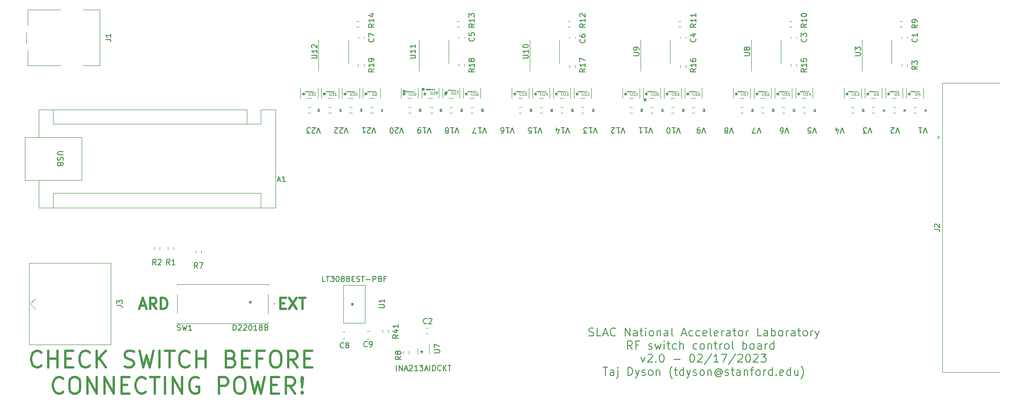
<source format=gbr>
%TF.GenerationSoftware,KiCad,Pcbnew,(6.0.9)*%
%TF.CreationDate,2023-02-20T09:51:29-08:00*%
%TF.ProjectId,RF_control_board_v2,52465f63-6f6e-4747-926f-6c5f626f6172,rev?*%
%TF.SameCoordinates,Original*%
%TF.FileFunction,Legend,Top*%
%TF.FilePolarity,Positive*%
%FSLAX46Y46*%
G04 Gerber Fmt 4.6, Leading zero omitted, Abs format (unit mm)*
G04 Created by KiCad (PCBNEW (6.0.9)) date 2023-02-20 09:51:29*
%MOMM*%
%LPD*%
G01*
G04 APERTURE LIST*
%ADD10C,0.200000*%
%ADD11C,0.150000*%
%ADD12C,0.400000*%
%ADD13C,0.125000*%
%ADD14C,0.037500*%
%ADD15C,0.050000*%
%ADD16C,0.120000*%
G04 APERTURE END LIST*
D10*
X137043571Y-135414642D02*
X137257857Y-135486071D01*
X137615000Y-135486071D01*
X137757857Y-135414642D01*
X137829285Y-135343214D01*
X137900714Y-135200357D01*
X137900714Y-135057500D01*
X137829285Y-134914642D01*
X137757857Y-134843214D01*
X137615000Y-134771785D01*
X137329285Y-134700357D01*
X137186428Y-134628928D01*
X137115000Y-134557500D01*
X137043571Y-134414642D01*
X137043571Y-134271785D01*
X137115000Y-134128928D01*
X137186428Y-134057500D01*
X137329285Y-133986071D01*
X137686428Y-133986071D01*
X137900714Y-134057500D01*
X139257857Y-135486071D02*
X138543571Y-135486071D01*
X138543571Y-133986071D01*
X139686428Y-135057500D02*
X140400714Y-135057500D01*
X139543571Y-135486071D02*
X140043571Y-133986071D01*
X140543571Y-135486071D01*
X141900714Y-135343214D02*
X141829285Y-135414642D01*
X141615000Y-135486071D01*
X141472142Y-135486071D01*
X141257857Y-135414642D01*
X141115000Y-135271785D01*
X141043571Y-135128928D01*
X140972142Y-134843214D01*
X140972142Y-134628928D01*
X141043571Y-134343214D01*
X141115000Y-134200357D01*
X141257857Y-134057500D01*
X141472142Y-133986071D01*
X141615000Y-133986071D01*
X141829285Y-134057500D01*
X141900714Y-134128928D01*
X143686428Y-135486071D02*
X143686428Y-133986071D01*
X144543571Y-135486071D01*
X144543571Y-133986071D01*
X145900714Y-135486071D02*
X145900714Y-134700357D01*
X145829285Y-134557500D01*
X145686428Y-134486071D01*
X145400714Y-134486071D01*
X145257857Y-134557500D01*
X145900714Y-135414642D02*
X145757857Y-135486071D01*
X145400714Y-135486071D01*
X145257857Y-135414642D01*
X145186428Y-135271785D01*
X145186428Y-135128928D01*
X145257857Y-134986071D01*
X145400714Y-134914642D01*
X145757857Y-134914642D01*
X145900714Y-134843214D01*
X146400714Y-134486071D02*
X146972142Y-134486071D01*
X146615000Y-133986071D02*
X146615000Y-135271785D01*
X146686428Y-135414642D01*
X146829285Y-135486071D01*
X146972142Y-135486071D01*
X147472142Y-135486071D02*
X147472142Y-134486071D01*
X147472142Y-133986071D02*
X147400714Y-134057500D01*
X147472142Y-134128928D01*
X147543571Y-134057500D01*
X147472142Y-133986071D01*
X147472142Y-134128928D01*
X148400714Y-135486071D02*
X148257857Y-135414642D01*
X148186428Y-135343214D01*
X148115000Y-135200357D01*
X148115000Y-134771785D01*
X148186428Y-134628928D01*
X148257857Y-134557500D01*
X148400714Y-134486071D01*
X148615000Y-134486071D01*
X148757857Y-134557500D01*
X148829285Y-134628928D01*
X148900714Y-134771785D01*
X148900714Y-135200357D01*
X148829285Y-135343214D01*
X148757857Y-135414642D01*
X148615000Y-135486071D01*
X148400714Y-135486071D01*
X149543571Y-134486071D02*
X149543571Y-135486071D01*
X149543571Y-134628928D02*
X149615000Y-134557500D01*
X149757857Y-134486071D01*
X149972142Y-134486071D01*
X150115000Y-134557500D01*
X150186428Y-134700357D01*
X150186428Y-135486071D01*
X151543571Y-135486071D02*
X151543571Y-134700357D01*
X151472142Y-134557500D01*
X151329285Y-134486071D01*
X151043571Y-134486071D01*
X150900714Y-134557500D01*
X151543571Y-135414642D02*
X151400714Y-135486071D01*
X151043571Y-135486071D01*
X150900714Y-135414642D01*
X150829285Y-135271785D01*
X150829285Y-135128928D01*
X150900714Y-134986071D01*
X151043571Y-134914642D01*
X151400714Y-134914642D01*
X151543571Y-134843214D01*
X152472142Y-135486071D02*
X152329285Y-135414642D01*
X152257857Y-135271785D01*
X152257857Y-133986071D01*
X154115000Y-135057500D02*
X154829285Y-135057500D01*
X153972142Y-135486071D02*
X154472142Y-133986071D01*
X154972142Y-135486071D01*
X156115000Y-135414642D02*
X155972142Y-135486071D01*
X155686428Y-135486071D01*
X155543571Y-135414642D01*
X155472142Y-135343214D01*
X155400714Y-135200357D01*
X155400714Y-134771785D01*
X155472142Y-134628928D01*
X155543571Y-134557500D01*
X155686428Y-134486071D01*
X155972142Y-134486071D01*
X156115000Y-134557500D01*
X157400714Y-135414642D02*
X157257857Y-135486071D01*
X156972142Y-135486071D01*
X156829285Y-135414642D01*
X156757857Y-135343214D01*
X156686428Y-135200357D01*
X156686428Y-134771785D01*
X156757857Y-134628928D01*
X156829285Y-134557500D01*
X156972142Y-134486071D01*
X157257857Y-134486071D01*
X157400714Y-134557500D01*
X158615000Y-135414642D02*
X158472142Y-135486071D01*
X158186428Y-135486071D01*
X158043571Y-135414642D01*
X157972142Y-135271785D01*
X157972142Y-134700357D01*
X158043571Y-134557500D01*
X158186428Y-134486071D01*
X158472142Y-134486071D01*
X158615000Y-134557500D01*
X158686428Y-134700357D01*
X158686428Y-134843214D01*
X157972142Y-134986071D01*
X159543571Y-135486071D02*
X159400714Y-135414642D01*
X159329285Y-135271785D01*
X159329285Y-133986071D01*
X160686428Y-135414642D02*
X160543571Y-135486071D01*
X160257857Y-135486071D01*
X160115000Y-135414642D01*
X160043571Y-135271785D01*
X160043571Y-134700357D01*
X160115000Y-134557500D01*
X160257857Y-134486071D01*
X160543571Y-134486071D01*
X160686428Y-134557500D01*
X160757857Y-134700357D01*
X160757857Y-134843214D01*
X160043571Y-134986071D01*
X161400714Y-135486071D02*
X161400714Y-134486071D01*
X161400714Y-134771785D02*
X161472142Y-134628928D01*
X161543571Y-134557500D01*
X161686428Y-134486071D01*
X161829285Y-134486071D01*
X162972142Y-135486071D02*
X162972142Y-134700357D01*
X162900714Y-134557500D01*
X162757857Y-134486071D01*
X162472142Y-134486071D01*
X162329285Y-134557500D01*
X162972142Y-135414642D02*
X162829285Y-135486071D01*
X162472142Y-135486071D01*
X162329285Y-135414642D01*
X162257857Y-135271785D01*
X162257857Y-135128928D01*
X162329285Y-134986071D01*
X162472142Y-134914642D01*
X162829285Y-134914642D01*
X162972142Y-134843214D01*
X163472142Y-134486071D02*
X164043571Y-134486071D01*
X163686428Y-133986071D02*
X163686428Y-135271785D01*
X163757857Y-135414642D01*
X163900714Y-135486071D01*
X164043571Y-135486071D01*
X164757857Y-135486071D02*
X164615000Y-135414642D01*
X164543571Y-135343214D01*
X164472142Y-135200357D01*
X164472142Y-134771785D01*
X164543571Y-134628928D01*
X164615000Y-134557500D01*
X164757857Y-134486071D01*
X164972142Y-134486071D01*
X165115000Y-134557500D01*
X165186428Y-134628928D01*
X165257857Y-134771785D01*
X165257857Y-135200357D01*
X165186428Y-135343214D01*
X165115000Y-135414642D01*
X164972142Y-135486071D01*
X164757857Y-135486071D01*
X165900714Y-135486071D02*
X165900714Y-134486071D01*
X165900714Y-134771785D02*
X165972142Y-134628928D01*
X166043571Y-134557500D01*
X166186428Y-134486071D01*
X166329285Y-134486071D01*
X168686428Y-135486071D02*
X167972142Y-135486071D01*
X167972142Y-133986071D01*
X169829285Y-135486071D02*
X169829285Y-134700357D01*
X169757857Y-134557500D01*
X169615000Y-134486071D01*
X169329285Y-134486071D01*
X169186428Y-134557500D01*
X169829285Y-135414642D02*
X169686428Y-135486071D01*
X169329285Y-135486071D01*
X169186428Y-135414642D01*
X169115000Y-135271785D01*
X169115000Y-135128928D01*
X169186428Y-134986071D01*
X169329285Y-134914642D01*
X169686428Y-134914642D01*
X169829285Y-134843214D01*
X170543571Y-135486071D02*
X170543571Y-133986071D01*
X170543571Y-134557500D02*
X170686428Y-134486071D01*
X170972142Y-134486071D01*
X171115000Y-134557500D01*
X171186428Y-134628928D01*
X171257857Y-134771785D01*
X171257857Y-135200357D01*
X171186428Y-135343214D01*
X171115000Y-135414642D01*
X170972142Y-135486071D01*
X170686428Y-135486071D01*
X170543571Y-135414642D01*
X172115000Y-135486071D02*
X171972142Y-135414642D01*
X171900714Y-135343214D01*
X171829285Y-135200357D01*
X171829285Y-134771785D01*
X171900714Y-134628928D01*
X171972142Y-134557500D01*
X172115000Y-134486071D01*
X172329285Y-134486071D01*
X172472142Y-134557500D01*
X172543571Y-134628928D01*
X172615000Y-134771785D01*
X172615000Y-135200357D01*
X172543571Y-135343214D01*
X172472142Y-135414642D01*
X172329285Y-135486071D01*
X172115000Y-135486071D01*
X173257857Y-135486071D02*
X173257857Y-134486071D01*
X173257857Y-134771785D02*
X173329285Y-134628928D01*
X173400714Y-134557500D01*
X173543571Y-134486071D01*
X173686428Y-134486071D01*
X174829285Y-135486071D02*
X174829285Y-134700357D01*
X174757857Y-134557500D01*
X174615000Y-134486071D01*
X174329285Y-134486071D01*
X174186428Y-134557500D01*
X174829285Y-135414642D02*
X174686428Y-135486071D01*
X174329285Y-135486071D01*
X174186428Y-135414642D01*
X174115000Y-135271785D01*
X174115000Y-135128928D01*
X174186428Y-134986071D01*
X174329285Y-134914642D01*
X174686428Y-134914642D01*
X174829285Y-134843214D01*
X175329285Y-134486071D02*
X175900714Y-134486071D01*
X175543571Y-133986071D02*
X175543571Y-135271785D01*
X175615000Y-135414642D01*
X175757857Y-135486071D01*
X175900714Y-135486071D01*
X176615000Y-135486071D02*
X176472142Y-135414642D01*
X176400714Y-135343214D01*
X176329285Y-135200357D01*
X176329285Y-134771785D01*
X176400714Y-134628928D01*
X176472142Y-134557500D01*
X176615000Y-134486071D01*
X176829285Y-134486071D01*
X176972142Y-134557500D01*
X177043571Y-134628928D01*
X177115000Y-134771785D01*
X177115000Y-135200357D01*
X177043571Y-135343214D01*
X176972142Y-135414642D01*
X176829285Y-135486071D01*
X176615000Y-135486071D01*
X177757857Y-135486071D02*
X177757857Y-134486071D01*
X177757857Y-134771785D02*
X177829285Y-134628928D01*
X177900714Y-134557500D01*
X178043571Y-134486071D01*
X178186428Y-134486071D01*
X178543571Y-134486071D02*
X178900714Y-135486071D01*
X179257857Y-134486071D02*
X178900714Y-135486071D01*
X178757857Y-135843214D01*
X178686428Y-135914642D01*
X178543571Y-135986071D01*
X145007857Y-137901071D02*
X144507857Y-137186785D01*
X144150714Y-137901071D02*
X144150714Y-136401071D01*
X144722142Y-136401071D01*
X144865000Y-136472500D01*
X144936428Y-136543928D01*
X145007857Y-136686785D01*
X145007857Y-136901071D01*
X144936428Y-137043928D01*
X144865000Y-137115357D01*
X144722142Y-137186785D01*
X144150714Y-137186785D01*
X146150714Y-137115357D02*
X145650714Y-137115357D01*
X145650714Y-137901071D02*
X145650714Y-136401071D01*
X146365000Y-136401071D01*
X148007857Y-137829642D02*
X148150714Y-137901071D01*
X148436428Y-137901071D01*
X148579285Y-137829642D01*
X148650714Y-137686785D01*
X148650714Y-137615357D01*
X148579285Y-137472500D01*
X148436428Y-137401071D01*
X148222142Y-137401071D01*
X148079285Y-137329642D01*
X148007857Y-137186785D01*
X148007857Y-137115357D01*
X148079285Y-136972500D01*
X148222142Y-136901071D01*
X148436428Y-136901071D01*
X148579285Y-136972500D01*
X149150714Y-136901071D02*
X149436428Y-137901071D01*
X149722142Y-137186785D01*
X150007857Y-137901071D01*
X150293571Y-136901071D01*
X150865000Y-137901071D02*
X150865000Y-136901071D01*
X150865000Y-136401071D02*
X150793571Y-136472500D01*
X150865000Y-136543928D01*
X150936428Y-136472500D01*
X150865000Y-136401071D01*
X150865000Y-136543928D01*
X151365000Y-136901071D02*
X151936428Y-136901071D01*
X151579285Y-136401071D02*
X151579285Y-137686785D01*
X151650714Y-137829642D01*
X151793571Y-137901071D01*
X151936428Y-137901071D01*
X153079285Y-137829642D02*
X152936428Y-137901071D01*
X152650714Y-137901071D01*
X152507857Y-137829642D01*
X152436428Y-137758214D01*
X152365000Y-137615357D01*
X152365000Y-137186785D01*
X152436428Y-137043928D01*
X152507857Y-136972500D01*
X152650714Y-136901071D01*
X152936428Y-136901071D01*
X153079285Y-136972500D01*
X153722142Y-137901071D02*
X153722142Y-136401071D01*
X154365000Y-137901071D02*
X154365000Y-137115357D01*
X154293571Y-136972500D01*
X154150714Y-136901071D01*
X153936428Y-136901071D01*
X153793571Y-136972500D01*
X153722142Y-137043928D01*
X156865000Y-137829642D02*
X156722142Y-137901071D01*
X156436428Y-137901071D01*
X156293571Y-137829642D01*
X156222142Y-137758214D01*
X156150714Y-137615357D01*
X156150714Y-137186785D01*
X156222142Y-137043928D01*
X156293571Y-136972500D01*
X156436428Y-136901071D01*
X156722142Y-136901071D01*
X156865000Y-136972500D01*
X157722142Y-137901071D02*
X157579285Y-137829642D01*
X157507857Y-137758214D01*
X157436428Y-137615357D01*
X157436428Y-137186785D01*
X157507857Y-137043928D01*
X157579285Y-136972500D01*
X157722142Y-136901071D01*
X157936428Y-136901071D01*
X158079285Y-136972500D01*
X158150714Y-137043928D01*
X158222142Y-137186785D01*
X158222142Y-137615357D01*
X158150714Y-137758214D01*
X158079285Y-137829642D01*
X157936428Y-137901071D01*
X157722142Y-137901071D01*
X158865000Y-136901071D02*
X158865000Y-137901071D01*
X158865000Y-137043928D02*
X158936428Y-136972500D01*
X159079285Y-136901071D01*
X159293571Y-136901071D01*
X159436428Y-136972500D01*
X159507857Y-137115357D01*
X159507857Y-137901071D01*
X160007857Y-136901071D02*
X160579285Y-136901071D01*
X160222142Y-136401071D02*
X160222142Y-137686785D01*
X160293571Y-137829642D01*
X160436428Y-137901071D01*
X160579285Y-137901071D01*
X161079285Y-137901071D02*
X161079285Y-136901071D01*
X161079285Y-137186785D02*
X161150714Y-137043928D01*
X161222142Y-136972500D01*
X161365000Y-136901071D01*
X161507857Y-136901071D01*
X162222142Y-137901071D02*
X162079285Y-137829642D01*
X162007857Y-137758214D01*
X161936428Y-137615357D01*
X161936428Y-137186785D01*
X162007857Y-137043928D01*
X162079285Y-136972500D01*
X162222142Y-136901071D01*
X162436428Y-136901071D01*
X162579285Y-136972500D01*
X162650714Y-137043928D01*
X162722142Y-137186785D01*
X162722142Y-137615357D01*
X162650714Y-137758214D01*
X162579285Y-137829642D01*
X162436428Y-137901071D01*
X162222142Y-137901071D01*
X163579285Y-137901071D02*
X163436428Y-137829642D01*
X163365000Y-137686785D01*
X163365000Y-136401071D01*
X165293571Y-137901071D02*
X165293571Y-136401071D01*
X165293571Y-136972500D02*
X165436428Y-136901071D01*
X165722142Y-136901071D01*
X165865000Y-136972500D01*
X165936428Y-137043928D01*
X166007857Y-137186785D01*
X166007857Y-137615357D01*
X165936428Y-137758214D01*
X165865000Y-137829642D01*
X165722142Y-137901071D01*
X165436428Y-137901071D01*
X165293571Y-137829642D01*
X166865000Y-137901071D02*
X166722142Y-137829642D01*
X166650714Y-137758214D01*
X166579285Y-137615357D01*
X166579285Y-137186785D01*
X166650714Y-137043928D01*
X166722142Y-136972500D01*
X166865000Y-136901071D01*
X167079285Y-136901071D01*
X167222142Y-136972500D01*
X167293571Y-137043928D01*
X167365000Y-137186785D01*
X167365000Y-137615357D01*
X167293571Y-137758214D01*
X167222142Y-137829642D01*
X167079285Y-137901071D01*
X166865000Y-137901071D01*
X168650714Y-137901071D02*
X168650714Y-137115357D01*
X168579285Y-136972500D01*
X168436428Y-136901071D01*
X168150714Y-136901071D01*
X168007857Y-136972500D01*
X168650714Y-137829642D02*
X168507857Y-137901071D01*
X168150714Y-137901071D01*
X168007857Y-137829642D01*
X167936428Y-137686785D01*
X167936428Y-137543928D01*
X168007857Y-137401071D01*
X168150714Y-137329642D01*
X168507857Y-137329642D01*
X168650714Y-137258214D01*
X169365000Y-137901071D02*
X169365000Y-136901071D01*
X169365000Y-137186785D02*
X169436428Y-137043928D01*
X169507857Y-136972500D01*
X169650714Y-136901071D01*
X169793571Y-136901071D01*
X170936428Y-137901071D02*
X170936428Y-136401071D01*
X170936428Y-137829642D02*
X170793571Y-137901071D01*
X170507857Y-137901071D01*
X170365000Y-137829642D01*
X170293571Y-137758214D01*
X170222142Y-137615357D01*
X170222142Y-137186785D01*
X170293571Y-137043928D01*
X170365000Y-136972500D01*
X170507857Y-136901071D01*
X170793571Y-136901071D01*
X170936428Y-136972500D01*
X146615000Y-139316071D02*
X146972142Y-140316071D01*
X147329285Y-139316071D01*
X147829285Y-138958928D02*
X147900714Y-138887500D01*
X148043571Y-138816071D01*
X148400714Y-138816071D01*
X148543571Y-138887500D01*
X148615000Y-138958928D01*
X148686428Y-139101785D01*
X148686428Y-139244642D01*
X148615000Y-139458928D01*
X147757857Y-140316071D01*
X148686428Y-140316071D01*
X149329285Y-140173214D02*
X149400714Y-140244642D01*
X149329285Y-140316071D01*
X149257857Y-140244642D01*
X149329285Y-140173214D01*
X149329285Y-140316071D01*
X150329285Y-138816071D02*
X150472142Y-138816071D01*
X150615000Y-138887500D01*
X150686428Y-138958928D01*
X150757857Y-139101785D01*
X150829285Y-139387500D01*
X150829285Y-139744642D01*
X150757857Y-140030357D01*
X150686428Y-140173214D01*
X150615000Y-140244642D01*
X150472142Y-140316071D01*
X150329285Y-140316071D01*
X150186428Y-140244642D01*
X150115000Y-140173214D01*
X150043571Y-140030357D01*
X149972142Y-139744642D01*
X149972142Y-139387500D01*
X150043571Y-139101785D01*
X150115000Y-138958928D01*
X150186428Y-138887500D01*
X150329285Y-138816071D01*
X152615000Y-139744642D02*
X153757857Y-139744642D01*
X155900714Y-138816071D02*
X156043571Y-138816071D01*
X156186428Y-138887500D01*
X156257857Y-138958928D01*
X156329285Y-139101785D01*
X156400714Y-139387500D01*
X156400714Y-139744642D01*
X156329285Y-140030357D01*
X156257857Y-140173214D01*
X156186428Y-140244642D01*
X156043571Y-140316071D01*
X155900714Y-140316071D01*
X155757857Y-140244642D01*
X155686428Y-140173214D01*
X155615000Y-140030357D01*
X155543571Y-139744642D01*
X155543571Y-139387500D01*
X155615000Y-139101785D01*
X155686428Y-138958928D01*
X155757857Y-138887500D01*
X155900714Y-138816071D01*
X156972142Y-138958928D02*
X157043571Y-138887500D01*
X157186428Y-138816071D01*
X157543571Y-138816071D01*
X157686428Y-138887500D01*
X157757857Y-138958928D01*
X157829285Y-139101785D01*
X157829285Y-139244642D01*
X157757857Y-139458928D01*
X156900714Y-140316071D01*
X157829285Y-140316071D01*
X159543571Y-138744642D02*
X158257857Y-140673214D01*
X160829285Y-140316071D02*
X159972142Y-140316071D01*
X160400714Y-140316071D02*
X160400714Y-138816071D01*
X160257857Y-139030357D01*
X160115000Y-139173214D01*
X159972142Y-139244642D01*
X161329285Y-138816071D02*
X162329285Y-138816071D01*
X161686428Y-140316071D01*
X163972142Y-138744642D02*
X162686428Y-140673214D01*
X164400714Y-138958928D02*
X164472142Y-138887500D01*
X164615000Y-138816071D01*
X164972142Y-138816071D01*
X165115000Y-138887500D01*
X165186428Y-138958928D01*
X165257857Y-139101785D01*
X165257857Y-139244642D01*
X165186428Y-139458928D01*
X164329285Y-140316071D01*
X165257857Y-140316071D01*
X166186428Y-138816071D02*
X166329285Y-138816071D01*
X166472142Y-138887500D01*
X166543571Y-138958928D01*
X166615000Y-139101785D01*
X166686428Y-139387500D01*
X166686428Y-139744642D01*
X166615000Y-140030357D01*
X166543571Y-140173214D01*
X166472142Y-140244642D01*
X166329285Y-140316071D01*
X166186428Y-140316071D01*
X166043571Y-140244642D01*
X165972142Y-140173214D01*
X165900714Y-140030357D01*
X165829285Y-139744642D01*
X165829285Y-139387500D01*
X165900714Y-139101785D01*
X165972142Y-138958928D01*
X166043571Y-138887500D01*
X166186428Y-138816071D01*
X167257857Y-138958928D02*
X167329285Y-138887500D01*
X167472142Y-138816071D01*
X167829285Y-138816071D01*
X167972142Y-138887500D01*
X168043571Y-138958928D01*
X168115000Y-139101785D01*
X168115000Y-139244642D01*
X168043571Y-139458928D01*
X167186428Y-140316071D01*
X168115000Y-140316071D01*
X168615000Y-138816071D02*
X169543571Y-138816071D01*
X169043571Y-139387500D01*
X169257857Y-139387500D01*
X169400714Y-139458928D01*
X169472142Y-139530357D01*
X169543571Y-139673214D01*
X169543571Y-140030357D01*
X169472142Y-140173214D01*
X169400714Y-140244642D01*
X169257857Y-140316071D01*
X168829285Y-140316071D01*
X168686428Y-140244642D01*
X168615000Y-140173214D01*
X139615000Y-141231071D02*
X140472142Y-141231071D01*
X140043571Y-142731071D02*
X140043571Y-141231071D01*
X141615000Y-142731071D02*
X141615000Y-141945357D01*
X141543571Y-141802500D01*
X141400714Y-141731071D01*
X141115000Y-141731071D01*
X140972142Y-141802500D01*
X141615000Y-142659642D02*
X141472142Y-142731071D01*
X141115000Y-142731071D01*
X140972142Y-142659642D01*
X140900714Y-142516785D01*
X140900714Y-142373928D01*
X140972142Y-142231071D01*
X141115000Y-142159642D01*
X141472142Y-142159642D01*
X141615000Y-142088214D01*
X142329285Y-141731071D02*
X142329285Y-143016785D01*
X142257857Y-143159642D01*
X142115000Y-143231071D01*
X142043571Y-143231071D01*
X142329285Y-141231071D02*
X142257857Y-141302500D01*
X142329285Y-141373928D01*
X142400714Y-141302500D01*
X142329285Y-141231071D01*
X142329285Y-141373928D01*
X144186428Y-142731071D02*
X144186428Y-141231071D01*
X144543571Y-141231071D01*
X144757857Y-141302500D01*
X144900714Y-141445357D01*
X144972142Y-141588214D01*
X145043571Y-141873928D01*
X145043571Y-142088214D01*
X144972142Y-142373928D01*
X144900714Y-142516785D01*
X144757857Y-142659642D01*
X144543571Y-142731071D01*
X144186428Y-142731071D01*
X145543571Y-141731071D02*
X145900714Y-142731071D01*
X146257857Y-141731071D02*
X145900714Y-142731071D01*
X145757857Y-143088214D01*
X145686428Y-143159642D01*
X145543571Y-143231071D01*
X146757857Y-142659642D02*
X146900714Y-142731071D01*
X147186428Y-142731071D01*
X147329285Y-142659642D01*
X147400714Y-142516785D01*
X147400714Y-142445357D01*
X147329285Y-142302500D01*
X147186428Y-142231071D01*
X146972142Y-142231071D01*
X146829285Y-142159642D01*
X146757857Y-142016785D01*
X146757857Y-141945357D01*
X146829285Y-141802500D01*
X146972142Y-141731071D01*
X147186428Y-141731071D01*
X147329285Y-141802500D01*
X148257857Y-142731071D02*
X148115000Y-142659642D01*
X148043571Y-142588214D01*
X147972142Y-142445357D01*
X147972142Y-142016785D01*
X148043571Y-141873928D01*
X148115000Y-141802500D01*
X148257857Y-141731071D01*
X148472142Y-141731071D01*
X148615000Y-141802500D01*
X148686428Y-141873928D01*
X148757857Y-142016785D01*
X148757857Y-142445357D01*
X148686428Y-142588214D01*
X148615000Y-142659642D01*
X148472142Y-142731071D01*
X148257857Y-142731071D01*
X149400714Y-141731071D02*
X149400714Y-142731071D01*
X149400714Y-141873928D02*
X149472142Y-141802500D01*
X149615000Y-141731071D01*
X149829285Y-141731071D01*
X149972142Y-141802500D01*
X150043571Y-141945357D01*
X150043571Y-142731071D01*
X152329285Y-143302500D02*
X152257857Y-143231071D01*
X152115000Y-143016785D01*
X152043571Y-142873928D01*
X151972142Y-142659642D01*
X151900714Y-142302500D01*
X151900714Y-142016785D01*
X151972142Y-141659642D01*
X152043571Y-141445357D01*
X152115000Y-141302500D01*
X152257857Y-141088214D01*
X152329285Y-141016785D01*
X152686428Y-141731071D02*
X153257857Y-141731071D01*
X152900714Y-141231071D02*
X152900714Y-142516785D01*
X152972142Y-142659642D01*
X153115000Y-142731071D01*
X153257857Y-142731071D01*
X154400714Y-142731071D02*
X154400714Y-141231071D01*
X154400714Y-142659642D02*
X154257857Y-142731071D01*
X153972142Y-142731071D01*
X153829285Y-142659642D01*
X153757857Y-142588214D01*
X153686428Y-142445357D01*
X153686428Y-142016785D01*
X153757857Y-141873928D01*
X153829285Y-141802500D01*
X153972142Y-141731071D01*
X154257857Y-141731071D01*
X154400714Y-141802500D01*
X154972142Y-141731071D02*
X155329285Y-142731071D01*
X155686428Y-141731071D02*
X155329285Y-142731071D01*
X155186428Y-143088214D01*
X155115000Y-143159642D01*
X154972142Y-143231071D01*
X156186428Y-142659642D02*
X156329285Y-142731071D01*
X156615000Y-142731071D01*
X156757857Y-142659642D01*
X156829285Y-142516785D01*
X156829285Y-142445357D01*
X156757857Y-142302500D01*
X156615000Y-142231071D01*
X156400714Y-142231071D01*
X156257857Y-142159642D01*
X156186428Y-142016785D01*
X156186428Y-141945357D01*
X156257857Y-141802500D01*
X156400714Y-141731071D01*
X156615000Y-141731071D01*
X156757857Y-141802500D01*
X157686428Y-142731071D02*
X157543571Y-142659642D01*
X157472142Y-142588214D01*
X157400714Y-142445357D01*
X157400714Y-142016785D01*
X157472142Y-141873928D01*
X157543571Y-141802500D01*
X157686428Y-141731071D01*
X157900714Y-141731071D01*
X158043571Y-141802500D01*
X158115000Y-141873928D01*
X158186428Y-142016785D01*
X158186428Y-142445357D01*
X158115000Y-142588214D01*
X158043571Y-142659642D01*
X157900714Y-142731071D01*
X157686428Y-142731071D01*
X158829285Y-141731071D02*
X158829285Y-142731071D01*
X158829285Y-141873928D02*
X158900714Y-141802500D01*
X159043571Y-141731071D01*
X159257857Y-141731071D01*
X159400714Y-141802500D01*
X159472142Y-141945357D01*
X159472142Y-142731071D01*
X161115000Y-142016785D02*
X161043571Y-141945357D01*
X160900714Y-141873928D01*
X160757857Y-141873928D01*
X160615000Y-141945357D01*
X160543571Y-142016785D01*
X160472142Y-142159642D01*
X160472142Y-142302500D01*
X160543571Y-142445357D01*
X160615000Y-142516785D01*
X160757857Y-142588214D01*
X160900714Y-142588214D01*
X161043571Y-142516785D01*
X161115000Y-142445357D01*
X161115000Y-141873928D02*
X161115000Y-142445357D01*
X161186428Y-142516785D01*
X161257857Y-142516785D01*
X161400714Y-142445357D01*
X161472142Y-142302500D01*
X161472142Y-141945357D01*
X161329285Y-141731071D01*
X161115000Y-141588214D01*
X160829285Y-141516785D01*
X160543571Y-141588214D01*
X160329285Y-141731071D01*
X160186428Y-141945357D01*
X160115000Y-142231071D01*
X160186428Y-142516785D01*
X160329285Y-142731071D01*
X160543571Y-142873928D01*
X160829285Y-142945357D01*
X161115000Y-142873928D01*
X161329285Y-142731071D01*
X162043571Y-142659642D02*
X162186428Y-142731071D01*
X162472142Y-142731071D01*
X162615000Y-142659642D01*
X162686428Y-142516785D01*
X162686428Y-142445357D01*
X162615000Y-142302500D01*
X162472142Y-142231071D01*
X162257857Y-142231071D01*
X162115000Y-142159642D01*
X162043571Y-142016785D01*
X162043571Y-141945357D01*
X162115000Y-141802500D01*
X162257857Y-141731071D01*
X162472142Y-141731071D01*
X162615000Y-141802500D01*
X163115000Y-141731071D02*
X163686428Y-141731071D01*
X163329285Y-141231071D02*
X163329285Y-142516785D01*
X163400714Y-142659642D01*
X163543571Y-142731071D01*
X163686428Y-142731071D01*
X164829285Y-142731071D02*
X164829285Y-141945357D01*
X164757857Y-141802500D01*
X164615000Y-141731071D01*
X164329285Y-141731071D01*
X164186428Y-141802500D01*
X164829285Y-142659642D02*
X164686428Y-142731071D01*
X164329285Y-142731071D01*
X164186428Y-142659642D01*
X164115000Y-142516785D01*
X164115000Y-142373928D01*
X164186428Y-142231071D01*
X164329285Y-142159642D01*
X164686428Y-142159642D01*
X164829285Y-142088214D01*
X165543571Y-141731071D02*
X165543571Y-142731071D01*
X165543571Y-141873928D02*
X165615000Y-141802500D01*
X165757857Y-141731071D01*
X165972142Y-141731071D01*
X166115000Y-141802500D01*
X166186428Y-141945357D01*
X166186428Y-142731071D01*
X166686428Y-141731071D02*
X167257857Y-141731071D01*
X166900714Y-142731071D02*
X166900714Y-141445357D01*
X166972142Y-141302500D01*
X167115000Y-141231071D01*
X167257857Y-141231071D01*
X167972142Y-142731071D02*
X167829285Y-142659642D01*
X167757857Y-142588214D01*
X167686428Y-142445357D01*
X167686428Y-142016785D01*
X167757857Y-141873928D01*
X167829285Y-141802500D01*
X167972142Y-141731071D01*
X168186428Y-141731071D01*
X168329285Y-141802500D01*
X168400714Y-141873928D01*
X168472142Y-142016785D01*
X168472142Y-142445357D01*
X168400714Y-142588214D01*
X168329285Y-142659642D01*
X168186428Y-142731071D01*
X167972142Y-142731071D01*
X169115000Y-142731071D02*
X169115000Y-141731071D01*
X169115000Y-142016785D02*
X169186428Y-141873928D01*
X169257857Y-141802500D01*
X169400714Y-141731071D01*
X169543571Y-141731071D01*
X170686428Y-142731071D02*
X170686428Y-141231071D01*
X170686428Y-142659642D02*
X170543571Y-142731071D01*
X170257857Y-142731071D01*
X170115000Y-142659642D01*
X170043571Y-142588214D01*
X169972142Y-142445357D01*
X169972142Y-142016785D01*
X170043571Y-141873928D01*
X170115000Y-141802500D01*
X170257857Y-141731071D01*
X170543571Y-141731071D01*
X170686428Y-141802500D01*
X171400714Y-142588214D02*
X171472142Y-142659642D01*
X171400714Y-142731071D01*
X171329285Y-142659642D01*
X171400714Y-142588214D01*
X171400714Y-142731071D01*
X172686428Y-142659642D02*
X172543571Y-142731071D01*
X172257857Y-142731071D01*
X172115000Y-142659642D01*
X172043571Y-142516785D01*
X172043571Y-141945357D01*
X172115000Y-141802500D01*
X172257857Y-141731071D01*
X172543571Y-141731071D01*
X172686428Y-141802500D01*
X172757857Y-141945357D01*
X172757857Y-142088214D01*
X172043571Y-142231071D01*
X174043571Y-142731071D02*
X174043571Y-141231071D01*
X174043571Y-142659642D02*
X173900714Y-142731071D01*
X173615000Y-142731071D01*
X173472142Y-142659642D01*
X173400714Y-142588214D01*
X173329285Y-142445357D01*
X173329285Y-142016785D01*
X173400714Y-141873928D01*
X173472142Y-141802500D01*
X173615000Y-141731071D01*
X173900714Y-141731071D01*
X174043571Y-141802500D01*
X175400714Y-141731071D02*
X175400714Y-142731071D01*
X174757857Y-141731071D02*
X174757857Y-142516785D01*
X174829285Y-142659642D01*
X174972142Y-142731071D01*
X175186428Y-142731071D01*
X175329285Y-142659642D01*
X175400714Y-142588214D01*
X175972142Y-143302500D02*
X176043571Y-143231071D01*
X176186428Y-143016785D01*
X176257857Y-142873928D01*
X176329285Y-142659642D01*
X176400714Y-142302500D01*
X176400714Y-142016785D01*
X176329285Y-141659642D01*
X176257857Y-141445357D01*
X176186428Y-141302500D01*
X176043571Y-141088214D01*
X175972142Y-141016785D01*
D11*
X147360600Y-91806780D02*
X147360600Y-92044876D01*
X147122504Y-91949638D02*
X147360600Y-92044876D01*
X147598695Y-91949638D01*
X147217742Y-92235352D02*
X147360600Y-92044876D01*
X147503457Y-92235352D01*
D12*
X36523571Y-140896428D02*
X36380714Y-141039285D01*
X35952142Y-141182142D01*
X35666428Y-141182142D01*
X35237857Y-141039285D01*
X34952142Y-140753571D01*
X34809285Y-140467857D01*
X34666428Y-139896428D01*
X34666428Y-139467857D01*
X34809285Y-138896428D01*
X34952142Y-138610714D01*
X35237857Y-138325000D01*
X35666428Y-138182142D01*
X35952142Y-138182142D01*
X36380714Y-138325000D01*
X36523571Y-138467857D01*
X37809285Y-141182142D02*
X37809285Y-138182142D01*
X37809285Y-139610714D02*
X39523571Y-139610714D01*
X39523571Y-141182142D02*
X39523571Y-138182142D01*
X40952142Y-139610714D02*
X41952142Y-139610714D01*
X42380714Y-141182142D02*
X40952142Y-141182142D01*
X40952142Y-138182142D01*
X42380714Y-138182142D01*
X45380714Y-140896428D02*
X45237857Y-141039285D01*
X44809285Y-141182142D01*
X44523571Y-141182142D01*
X44095000Y-141039285D01*
X43809285Y-140753571D01*
X43666428Y-140467857D01*
X43523571Y-139896428D01*
X43523571Y-139467857D01*
X43666428Y-138896428D01*
X43809285Y-138610714D01*
X44095000Y-138325000D01*
X44523571Y-138182142D01*
X44809285Y-138182142D01*
X45237857Y-138325000D01*
X45380714Y-138467857D01*
X46666428Y-141182142D02*
X46666428Y-138182142D01*
X48380714Y-141182142D02*
X47095000Y-139467857D01*
X48380714Y-138182142D02*
X46666428Y-139896428D01*
X51809285Y-141039285D02*
X52237857Y-141182142D01*
X52952142Y-141182142D01*
X53237857Y-141039285D01*
X53380714Y-140896428D01*
X53523571Y-140610714D01*
X53523571Y-140325000D01*
X53380714Y-140039285D01*
X53237857Y-139896428D01*
X52952142Y-139753571D01*
X52380714Y-139610714D01*
X52095000Y-139467857D01*
X51952142Y-139325000D01*
X51809285Y-139039285D01*
X51809285Y-138753571D01*
X51952142Y-138467857D01*
X52095000Y-138325000D01*
X52380714Y-138182142D01*
X53095000Y-138182142D01*
X53523571Y-138325000D01*
X54523571Y-138182142D02*
X55237857Y-141182142D01*
X55809285Y-139039285D01*
X56380714Y-141182142D01*
X57095000Y-138182142D01*
X58237857Y-141182142D02*
X58237857Y-138182142D01*
X59237857Y-138182142D02*
X60952142Y-138182142D01*
X60095000Y-141182142D02*
X60095000Y-138182142D01*
X63666428Y-140896428D02*
X63523571Y-141039285D01*
X63095000Y-141182142D01*
X62809285Y-141182142D01*
X62380714Y-141039285D01*
X62095000Y-140753571D01*
X61952142Y-140467857D01*
X61809285Y-139896428D01*
X61809285Y-139467857D01*
X61952142Y-138896428D01*
X62095000Y-138610714D01*
X62380714Y-138325000D01*
X62809285Y-138182142D01*
X63095000Y-138182142D01*
X63523571Y-138325000D01*
X63666428Y-138467857D01*
X64952142Y-141182142D02*
X64952142Y-138182142D01*
X64952142Y-139610714D02*
X66666428Y-139610714D01*
X66666428Y-141182142D02*
X66666428Y-138182142D01*
X71380714Y-139610714D02*
X71809285Y-139753571D01*
X71952142Y-139896428D01*
X72095000Y-140182142D01*
X72095000Y-140610714D01*
X71952142Y-140896428D01*
X71809285Y-141039285D01*
X71523571Y-141182142D01*
X70380714Y-141182142D01*
X70380714Y-138182142D01*
X71380714Y-138182142D01*
X71666428Y-138325000D01*
X71809285Y-138467857D01*
X71952142Y-138753571D01*
X71952142Y-139039285D01*
X71809285Y-139325000D01*
X71666428Y-139467857D01*
X71380714Y-139610714D01*
X70380714Y-139610714D01*
X73380714Y-139610714D02*
X74380714Y-139610714D01*
X74809285Y-141182142D02*
X73380714Y-141182142D01*
X73380714Y-138182142D01*
X74809285Y-138182142D01*
X77095000Y-139610714D02*
X76095000Y-139610714D01*
X76095000Y-141182142D02*
X76095000Y-138182142D01*
X77523571Y-138182142D01*
X79237857Y-138182142D02*
X79809285Y-138182142D01*
X80095000Y-138325000D01*
X80380714Y-138610714D01*
X80523571Y-139182142D01*
X80523571Y-140182142D01*
X80380714Y-140753571D01*
X80095000Y-141039285D01*
X79809285Y-141182142D01*
X79237857Y-141182142D01*
X78952142Y-141039285D01*
X78666428Y-140753571D01*
X78523571Y-140182142D01*
X78523571Y-139182142D01*
X78666428Y-138610714D01*
X78952142Y-138325000D01*
X79237857Y-138182142D01*
X83523571Y-141182142D02*
X82523571Y-139753571D01*
X81809285Y-141182142D02*
X81809285Y-138182142D01*
X82952142Y-138182142D01*
X83237857Y-138325000D01*
X83380714Y-138467857D01*
X83523571Y-138753571D01*
X83523571Y-139182142D01*
X83380714Y-139467857D01*
X83237857Y-139610714D01*
X82952142Y-139753571D01*
X81809285Y-139753571D01*
X84809285Y-139610714D02*
X85809285Y-139610714D01*
X86237857Y-141182142D02*
X84809285Y-141182142D01*
X84809285Y-138182142D01*
X86237857Y-138182142D01*
X40523571Y-145726428D02*
X40380714Y-145869285D01*
X39952142Y-146012142D01*
X39666428Y-146012142D01*
X39237857Y-145869285D01*
X38952142Y-145583571D01*
X38809285Y-145297857D01*
X38666428Y-144726428D01*
X38666428Y-144297857D01*
X38809285Y-143726428D01*
X38952142Y-143440714D01*
X39237857Y-143155000D01*
X39666428Y-143012142D01*
X39952142Y-143012142D01*
X40380714Y-143155000D01*
X40523571Y-143297857D01*
X42380714Y-143012142D02*
X42952142Y-143012142D01*
X43237857Y-143155000D01*
X43523571Y-143440714D01*
X43666428Y-144012142D01*
X43666428Y-145012142D01*
X43523571Y-145583571D01*
X43237857Y-145869285D01*
X42952142Y-146012142D01*
X42380714Y-146012142D01*
X42095000Y-145869285D01*
X41809285Y-145583571D01*
X41666428Y-145012142D01*
X41666428Y-144012142D01*
X41809285Y-143440714D01*
X42095000Y-143155000D01*
X42380714Y-143012142D01*
X44952142Y-146012142D02*
X44952142Y-143012142D01*
X46666428Y-146012142D01*
X46666428Y-143012142D01*
X48095000Y-146012142D02*
X48095000Y-143012142D01*
X49809285Y-146012142D01*
X49809285Y-143012142D01*
X51237857Y-144440714D02*
X52237857Y-144440714D01*
X52666428Y-146012142D02*
X51237857Y-146012142D01*
X51237857Y-143012142D01*
X52666428Y-143012142D01*
X55666428Y-145726428D02*
X55523571Y-145869285D01*
X55095000Y-146012142D01*
X54809285Y-146012142D01*
X54380714Y-145869285D01*
X54095000Y-145583571D01*
X53952142Y-145297857D01*
X53809285Y-144726428D01*
X53809285Y-144297857D01*
X53952142Y-143726428D01*
X54095000Y-143440714D01*
X54380714Y-143155000D01*
X54809285Y-143012142D01*
X55095000Y-143012142D01*
X55523571Y-143155000D01*
X55666428Y-143297857D01*
X56523571Y-143012142D02*
X58237857Y-143012142D01*
X57380714Y-146012142D02*
X57380714Y-143012142D01*
X59237857Y-146012142D02*
X59237857Y-143012142D01*
X60666428Y-146012142D02*
X60666428Y-143012142D01*
X62380714Y-146012142D01*
X62380714Y-143012142D01*
X65380714Y-143155000D02*
X65095000Y-143012142D01*
X64666428Y-143012142D01*
X64237857Y-143155000D01*
X63952142Y-143440714D01*
X63809285Y-143726428D01*
X63666428Y-144297857D01*
X63666428Y-144726428D01*
X63809285Y-145297857D01*
X63952142Y-145583571D01*
X64237857Y-145869285D01*
X64666428Y-146012142D01*
X64952142Y-146012142D01*
X65380714Y-145869285D01*
X65523571Y-145726428D01*
X65523571Y-144726428D01*
X64952142Y-144726428D01*
X69095000Y-146012142D02*
X69095000Y-143012142D01*
X70237857Y-143012142D01*
X70523571Y-143155000D01*
X70666428Y-143297857D01*
X70809285Y-143583571D01*
X70809285Y-144012142D01*
X70666428Y-144297857D01*
X70523571Y-144440714D01*
X70237857Y-144583571D01*
X69095000Y-144583571D01*
X72666428Y-143012142D02*
X73237857Y-143012142D01*
X73523571Y-143155000D01*
X73809285Y-143440714D01*
X73952142Y-144012142D01*
X73952142Y-145012142D01*
X73809285Y-145583571D01*
X73523571Y-145869285D01*
X73237857Y-146012142D01*
X72666428Y-146012142D01*
X72380714Y-145869285D01*
X72095000Y-145583571D01*
X71952142Y-145012142D01*
X71952142Y-144012142D01*
X72095000Y-143440714D01*
X72380714Y-143155000D01*
X72666428Y-143012142D01*
X74952142Y-143012142D02*
X75666428Y-146012142D01*
X76237857Y-143869285D01*
X76809285Y-146012142D01*
X77523571Y-143012142D01*
X78666428Y-144440714D02*
X79666428Y-144440714D01*
X80095000Y-146012142D02*
X78666428Y-146012142D01*
X78666428Y-143012142D01*
X80095000Y-143012142D01*
X83095000Y-146012142D02*
X82095000Y-144583571D01*
X81380714Y-146012142D02*
X81380714Y-143012142D01*
X82523571Y-143012142D01*
X82809285Y-143155000D01*
X82952142Y-143297857D01*
X83095000Y-143583571D01*
X83095000Y-144012142D01*
X82952142Y-144297857D01*
X82809285Y-144440714D01*
X82523571Y-144583571D01*
X81380714Y-144583571D01*
X84380714Y-145726428D02*
X84523571Y-145869285D01*
X84380714Y-146012142D01*
X84237857Y-145869285D01*
X84380714Y-145726428D01*
X84380714Y-146012142D01*
X84380714Y-144869285D02*
X84237857Y-143155000D01*
X84380714Y-143012142D01*
X84523571Y-143155000D01*
X84380714Y-144869285D01*
X84380714Y-143012142D01*
X54673809Y-129873333D02*
X55626190Y-129873333D01*
X54483333Y-130444761D02*
X55150000Y-128444761D01*
X55816666Y-130444761D01*
X57626190Y-130444761D02*
X56959523Y-129492380D01*
X56483333Y-130444761D02*
X56483333Y-128444761D01*
X57245238Y-128444761D01*
X57435714Y-128540000D01*
X57530952Y-128635238D01*
X57626190Y-128825714D01*
X57626190Y-129111428D01*
X57530952Y-129301904D01*
X57435714Y-129397142D01*
X57245238Y-129492380D01*
X56483333Y-129492380D01*
X58483333Y-130444761D02*
X58483333Y-128444761D01*
X58959523Y-128444761D01*
X59245238Y-128540000D01*
X59435714Y-128730476D01*
X59530952Y-128920952D01*
X59626190Y-129301904D01*
X59626190Y-129587619D01*
X59530952Y-129968571D01*
X59435714Y-130159047D01*
X59245238Y-130349523D01*
X58959523Y-130444761D01*
X58483333Y-130444761D01*
X80407142Y-129397142D02*
X81073809Y-129397142D01*
X81359523Y-130444761D02*
X80407142Y-130444761D01*
X80407142Y-128444761D01*
X81359523Y-128444761D01*
X82026190Y-128444761D02*
X83359523Y-130444761D01*
X83359523Y-128444761D02*
X82026190Y-130444761D01*
X83835714Y-128444761D02*
X84978571Y-128444761D01*
X84407142Y-130444761D02*
X84407142Y-128444761D01*
D11*
%TO.C,C9*%
X96353333Y-137362142D02*
X96305714Y-137409761D01*
X96162857Y-137457380D01*
X96067619Y-137457380D01*
X95924761Y-137409761D01*
X95829523Y-137314523D01*
X95781904Y-137219285D01*
X95734285Y-137028809D01*
X95734285Y-136885952D01*
X95781904Y-136695476D01*
X95829523Y-136600238D01*
X95924761Y-136505000D01*
X96067619Y-136457380D01*
X96162857Y-136457380D01*
X96305714Y-136505000D01*
X96353333Y-136552619D01*
X96829523Y-137457380D02*
X97020000Y-137457380D01*
X97115238Y-137409761D01*
X97162857Y-137362142D01*
X97258095Y-137219285D01*
X97305714Y-137028809D01*
X97305714Y-136647857D01*
X97258095Y-136552619D01*
X97210476Y-136505000D01*
X97115238Y-136457380D01*
X96924761Y-136457380D01*
X96829523Y-136505000D01*
X96781904Y-136552619D01*
X96734285Y-136647857D01*
X96734285Y-136885952D01*
X96781904Y-136981190D01*
X96829523Y-137028809D01*
X96924761Y-137076428D01*
X97115238Y-137076428D01*
X97210476Y-137028809D01*
X97258095Y-136981190D01*
X97305714Y-136885952D01*
%TO.C,J2*%
X200412049Y-115898333D02*
X201126335Y-115898333D01*
X201269192Y-115945952D01*
X201364430Y-116041190D01*
X201412049Y-116184047D01*
X201412049Y-116279285D01*
X200507288Y-115469761D02*
X200459669Y-115422142D01*
X200412049Y-115326904D01*
X200412049Y-115088809D01*
X200459669Y-114993571D01*
X200507288Y-114945952D01*
X200602526Y-114898333D01*
X200697764Y-114898333D01*
X200840621Y-114945952D01*
X201412049Y-115517380D01*
X201412049Y-114898333D01*
%TO.C,R19*%
X97607380Y-86367857D02*
X97131190Y-86701190D01*
X97607380Y-86939285D02*
X96607380Y-86939285D01*
X96607380Y-86558333D01*
X96655000Y-86463095D01*
X96702619Y-86415476D01*
X96797857Y-86367857D01*
X96940714Y-86367857D01*
X97035952Y-86415476D01*
X97083571Y-86463095D01*
X97131190Y-86558333D01*
X97131190Y-86939285D01*
X97607380Y-85415476D02*
X97607380Y-85986904D01*
X97607380Y-85701190D02*
X96607380Y-85701190D01*
X96750238Y-85796428D01*
X96845476Y-85891666D01*
X96893095Y-85986904D01*
X97607380Y-84939285D02*
X97607380Y-84748809D01*
X97559761Y-84653571D01*
X97512142Y-84605952D01*
X97369285Y-84510714D01*
X97178809Y-84463095D01*
X96797857Y-84463095D01*
X96702619Y-84510714D01*
X96655000Y-84558333D01*
X96607380Y-84653571D01*
X96607380Y-84844047D01*
X96655000Y-84939285D01*
X96702619Y-84986904D01*
X96797857Y-85034523D01*
X97035952Y-85034523D01*
X97131190Y-84986904D01*
X97178809Y-84939285D01*
X97226428Y-84844047D01*
X97226428Y-84653571D01*
X97178809Y-84558333D01*
X97131190Y-84510714D01*
X97035952Y-84463095D01*
D13*
%TO.C,U32*%
X85613952Y-90785190D02*
X85613952Y-91189952D01*
X85637761Y-91237571D01*
X85661571Y-91261380D01*
X85709190Y-91285190D01*
X85804428Y-91285190D01*
X85852047Y-91261380D01*
X85875857Y-91237571D01*
X85899666Y-91189952D01*
X85899666Y-90785190D01*
X86090142Y-90785190D02*
X86399666Y-90785190D01*
X86233000Y-90975666D01*
X86304428Y-90975666D01*
X86352047Y-90999476D01*
X86375857Y-91023285D01*
X86399666Y-91070904D01*
X86399666Y-91189952D01*
X86375857Y-91237571D01*
X86352047Y-91261380D01*
X86304428Y-91285190D01*
X86161571Y-91285190D01*
X86113952Y-91261380D01*
X86090142Y-91237571D01*
X86590142Y-90832809D02*
X86613952Y-90809000D01*
X86661571Y-90785190D01*
X86780619Y-90785190D01*
X86828238Y-90809000D01*
X86852047Y-90832809D01*
X86875857Y-90880428D01*
X86875857Y-90928047D01*
X86852047Y-90999476D01*
X86566333Y-91285190D01*
X86875857Y-91285190D01*
D14*
X84953571Y-90611714D02*
X84975000Y-90618857D01*
X85010714Y-90618857D01*
X85025000Y-90611714D01*
X85032142Y-90604571D01*
X85039285Y-90590285D01*
X85039285Y-90576000D01*
X85032142Y-90561714D01*
X85025000Y-90554571D01*
X85010714Y-90547428D01*
X84982142Y-90540285D01*
X84967857Y-90533142D01*
X84960714Y-90526000D01*
X84953571Y-90511714D01*
X84953571Y-90497428D01*
X84960714Y-90483142D01*
X84967857Y-90476000D01*
X84982142Y-90468857D01*
X85017857Y-90468857D01*
X85039285Y-90476000D01*
X85153571Y-90540285D02*
X85175000Y-90547428D01*
X85182142Y-90554571D01*
X85189285Y-90568857D01*
X85189285Y-90590285D01*
X85182142Y-90604571D01*
X85175000Y-90611714D01*
X85160714Y-90618857D01*
X85103571Y-90618857D01*
X85103571Y-90468857D01*
X85153571Y-90468857D01*
X85167857Y-90476000D01*
X85175000Y-90483142D01*
X85182142Y-90497428D01*
X85182142Y-90511714D01*
X85175000Y-90526000D01*
X85167857Y-90533142D01*
X85153571Y-90540285D01*
X85103571Y-90540285D01*
X85253571Y-90540285D02*
X85303571Y-90540285D01*
X85325000Y-90618857D02*
X85253571Y-90618857D01*
X85253571Y-90468857D01*
X85325000Y-90468857D01*
X85410714Y-90533142D02*
X85396428Y-90526000D01*
X85389285Y-90518857D01*
X85382142Y-90504571D01*
X85382142Y-90497428D01*
X85389285Y-90483142D01*
X85396428Y-90476000D01*
X85410714Y-90468857D01*
X85439285Y-90468857D01*
X85453571Y-90476000D01*
X85460714Y-90483142D01*
X85467857Y-90497428D01*
X85467857Y-90504571D01*
X85460714Y-90518857D01*
X85453571Y-90526000D01*
X85439285Y-90533142D01*
X85410714Y-90533142D01*
X85396428Y-90540285D01*
X85389285Y-90547428D01*
X85382142Y-90561714D01*
X85382142Y-90590285D01*
X85389285Y-90604571D01*
X85396428Y-90611714D01*
X85410714Y-90618857D01*
X85439285Y-90618857D01*
X85453571Y-90611714D01*
X85460714Y-90604571D01*
X85467857Y-90590285D01*
X85467857Y-90561714D01*
X85460714Y-90547428D01*
X85453571Y-90540285D01*
X85439285Y-90533142D01*
X85560714Y-90468857D02*
X85575000Y-90468857D01*
X85589285Y-90476000D01*
X85596428Y-90483142D01*
X85603571Y-90497428D01*
X85610714Y-90526000D01*
X85610714Y-90561714D01*
X85603571Y-90590285D01*
X85596428Y-90604571D01*
X85589285Y-90611714D01*
X85575000Y-90618857D01*
X85560714Y-90618857D01*
X85546428Y-90611714D01*
X85539285Y-90604571D01*
X85532142Y-90590285D01*
X85525000Y-90561714D01*
X85525000Y-90526000D01*
X85532142Y-90497428D01*
X85539285Y-90483142D01*
X85546428Y-90476000D01*
X85560714Y-90468857D01*
X85746428Y-90468857D02*
X85675000Y-90468857D01*
X85667857Y-90540285D01*
X85675000Y-90533142D01*
X85689285Y-90526000D01*
X85725000Y-90526000D01*
X85739285Y-90533142D01*
X85746428Y-90540285D01*
X85753571Y-90554571D01*
X85753571Y-90590285D01*
X85746428Y-90604571D01*
X85739285Y-90611714D01*
X85725000Y-90618857D01*
X85689285Y-90618857D01*
X85675000Y-90611714D01*
X85667857Y-90604571D01*
X85817857Y-90561714D02*
X85932142Y-90561714D01*
X85982142Y-90468857D02*
X86067857Y-90468857D01*
X86025000Y-90618857D02*
X86025000Y-90468857D01*
X86189285Y-90618857D02*
X86117857Y-90618857D01*
X86117857Y-90468857D01*
X86239285Y-90561714D02*
X86353571Y-90561714D01*
X86425000Y-90540285D02*
X86475000Y-90540285D01*
X86496428Y-90618857D02*
X86425000Y-90618857D01*
X86425000Y-90468857D01*
X86496428Y-90468857D01*
D11*
X84709000Y-90765380D02*
X84709000Y-91003476D01*
X84470904Y-90908238D02*
X84709000Y-91003476D01*
X84947095Y-90908238D01*
X84566142Y-91193952D02*
X84709000Y-91003476D01*
X84851857Y-91193952D01*
X84709000Y-90765380D02*
X84709000Y-91003476D01*
X84470904Y-90908238D02*
X84709000Y-91003476D01*
X84947095Y-90908238D01*
X84566142Y-91193952D02*
X84709000Y-91003476D01*
X84851857Y-91193952D01*
D15*
%TO.C,R36*%
X106180714Y-94108571D02*
X106037857Y-94175238D01*
X106180714Y-94222857D02*
X105880714Y-94222857D01*
X105880714Y-94146666D01*
X105895000Y-94127619D01*
X105909285Y-94118095D01*
X105937857Y-94108571D01*
X105980714Y-94108571D01*
X106009285Y-94118095D01*
X106023571Y-94127619D01*
X106037857Y-94146666D01*
X106037857Y-94222857D01*
X105880714Y-94041904D02*
X105880714Y-93918095D01*
X105995000Y-93984761D01*
X105995000Y-93956190D01*
X106009285Y-93937142D01*
X106023571Y-93927619D01*
X106052142Y-93918095D01*
X106123571Y-93918095D01*
X106152142Y-93927619D01*
X106166428Y-93937142D01*
X106180714Y-93956190D01*
X106180714Y-94013333D01*
X106166428Y-94032380D01*
X106152142Y-94041904D01*
X105880714Y-93746666D02*
X105880714Y-93784761D01*
X105895000Y-93803809D01*
X105909285Y-93813333D01*
X105952142Y-93832380D01*
X106009285Y-93841904D01*
X106123571Y-93841904D01*
X106152142Y-93832380D01*
X106166428Y-93822857D01*
X106180714Y-93803809D01*
X106180714Y-93765714D01*
X106166428Y-93746666D01*
X106152142Y-93737142D01*
X106123571Y-93727619D01*
X106052142Y-93727619D01*
X106023571Y-93737142D01*
X106009285Y-93746666D01*
X105995000Y-93765714D01*
X105995000Y-93803809D01*
X106009285Y-93822857D01*
X106023571Y-93832380D01*
X106052142Y-93841904D01*
D11*
%TO.C,R2*%
X57618333Y-122372380D02*
X57285000Y-121896190D01*
X57046904Y-122372380D02*
X57046904Y-121372380D01*
X57427857Y-121372380D01*
X57523095Y-121420000D01*
X57570714Y-121467619D01*
X57618333Y-121562857D01*
X57618333Y-121705714D01*
X57570714Y-121800952D01*
X57523095Y-121848571D01*
X57427857Y-121896190D01*
X57046904Y-121896190D01*
X57999285Y-121467619D02*
X58046904Y-121420000D01*
X58142142Y-121372380D01*
X58380238Y-121372380D01*
X58475476Y-121420000D01*
X58523095Y-121467619D01*
X58570714Y-121562857D01*
X58570714Y-121658095D01*
X58523095Y-121800952D01*
X57951666Y-122372380D01*
X58570714Y-122372380D01*
%TO.C,U8*%
X165547380Y-83946904D02*
X166356904Y-83946904D01*
X166452142Y-83899285D01*
X166499761Y-83851666D01*
X166547380Y-83756428D01*
X166547380Y-83565952D01*
X166499761Y-83470714D01*
X166452142Y-83423095D01*
X166356904Y-83375476D01*
X165547380Y-83375476D01*
X165975952Y-82756428D02*
X165928333Y-82851666D01*
X165880714Y-82899285D01*
X165785476Y-82946904D01*
X165737857Y-82946904D01*
X165642619Y-82899285D01*
X165595000Y-82851666D01*
X165547380Y-82756428D01*
X165547380Y-82565952D01*
X165595000Y-82470714D01*
X165642619Y-82423095D01*
X165737857Y-82375476D01*
X165785476Y-82375476D01*
X165880714Y-82423095D01*
X165928333Y-82470714D01*
X165975952Y-82565952D01*
X165975952Y-82756428D01*
X166023571Y-82851666D01*
X166071190Y-82899285D01*
X166166428Y-82946904D01*
X166356904Y-82946904D01*
X166452142Y-82899285D01*
X166499761Y-82851666D01*
X166547380Y-82756428D01*
X166547380Y-82565952D01*
X166499761Y-82470714D01*
X166452142Y-82423095D01*
X166356904Y-82375476D01*
X166166428Y-82375476D01*
X166071190Y-82423095D01*
X166023571Y-82470714D01*
X165975952Y-82565952D01*
%TO.C,R1*%
X60158333Y-122372380D02*
X59825000Y-121896190D01*
X59586904Y-122372380D02*
X59586904Y-121372380D01*
X59967857Y-121372380D01*
X60063095Y-121420000D01*
X60110714Y-121467619D01*
X60158333Y-121562857D01*
X60158333Y-121705714D01*
X60110714Y-121800952D01*
X60063095Y-121848571D01*
X59967857Y-121896190D01*
X59586904Y-121896190D01*
X61110714Y-122372380D02*
X60539285Y-122372380D01*
X60825000Y-122372380D02*
X60825000Y-121372380D01*
X60729761Y-121515238D01*
X60634523Y-121610476D01*
X60539285Y-121658095D01*
%TO.C,C7*%
X97512142Y-80811666D02*
X97559761Y-80859285D01*
X97607380Y-81002142D01*
X97607380Y-81097380D01*
X97559761Y-81240238D01*
X97464523Y-81335476D01*
X97369285Y-81383095D01*
X97178809Y-81430714D01*
X97035952Y-81430714D01*
X96845476Y-81383095D01*
X96750238Y-81335476D01*
X96655000Y-81240238D01*
X96607380Y-81097380D01*
X96607380Y-81002142D01*
X96655000Y-80859285D01*
X96702619Y-80811666D01*
X96607380Y-80478333D02*
X96607380Y-79811666D01*
X97607380Y-80240238D01*
D13*
%TO.C,U13*%
X185308952Y-90785190D02*
X185308952Y-91189952D01*
X185332761Y-91237571D01*
X185356571Y-91261380D01*
X185404190Y-91285190D01*
X185499428Y-91285190D01*
X185547047Y-91261380D01*
X185570857Y-91237571D01*
X185594666Y-91189952D01*
X185594666Y-90785190D01*
X186094666Y-91285190D02*
X185808952Y-91285190D01*
X185951809Y-91285190D02*
X185951809Y-90785190D01*
X185904190Y-90856619D01*
X185856571Y-90904238D01*
X185808952Y-90928047D01*
X186261333Y-90785190D02*
X186570857Y-90785190D01*
X186404190Y-90975666D01*
X186475619Y-90975666D01*
X186523238Y-90999476D01*
X186547047Y-91023285D01*
X186570857Y-91070904D01*
X186570857Y-91189952D01*
X186547047Y-91237571D01*
X186523238Y-91261380D01*
X186475619Y-91285190D01*
X186332761Y-91285190D01*
X186285142Y-91261380D01*
X186261333Y-91237571D01*
D14*
X184648571Y-90611714D02*
X184670000Y-90618857D01*
X184705714Y-90618857D01*
X184720000Y-90611714D01*
X184727142Y-90604571D01*
X184734285Y-90590285D01*
X184734285Y-90576000D01*
X184727142Y-90561714D01*
X184720000Y-90554571D01*
X184705714Y-90547428D01*
X184677142Y-90540285D01*
X184662857Y-90533142D01*
X184655714Y-90526000D01*
X184648571Y-90511714D01*
X184648571Y-90497428D01*
X184655714Y-90483142D01*
X184662857Y-90476000D01*
X184677142Y-90468857D01*
X184712857Y-90468857D01*
X184734285Y-90476000D01*
X184848571Y-90540285D02*
X184870000Y-90547428D01*
X184877142Y-90554571D01*
X184884285Y-90568857D01*
X184884285Y-90590285D01*
X184877142Y-90604571D01*
X184870000Y-90611714D01*
X184855714Y-90618857D01*
X184798571Y-90618857D01*
X184798571Y-90468857D01*
X184848571Y-90468857D01*
X184862857Y-90476000D01*
X184870000Y-90483142D01*
X184877142Y-90497428D01*
X184877142Y-90511714D01*
X184870000Y-90526000D01*
X184862857Y-90533142D01*
X184848571Y-90540285D01*
X184798571Y-90540285D01*
X184948571Y-90540285D02*
X184998571Y-90540285D01*
X185020000Y-90618857D02*
X184948571Y-90618857D01*
X184948571Y-90468857D01*
X185020000Y-90468857D01*
X185105714Y-90533142D02*
X185091428Y-90526000D01*
X185084285Y-90518857D01*
X185077142Y-90504571D01*
X185077142Y-90497428D01*
X185084285Y-90483142D01*
X185091428Y-90476000D01*
X185105714Y-90468857D01*
X185134285Y-90468857D01*
X185148571Y-90476000D01*
X185155714Y-90483142D01*
X185162857Y-90497428D01*
X185162857Y-90504571D01*
X185155714Y-90518857D01*
X185148571Y-90526000D01*
X185134285Y-90533142D01*
X185105714Y-90533142D01*
X185091428Y-90540285D01*
X185084285Y-90547428D01*
X185077142Y-90561714D01*
X185077142Y-90590285D01*
X185084285Y-90604571D01*
X185091428Y-90611714D01*
X185105714Y-90618857D01*
X185134285Y-90618857D01*
X185148571Y-90611714D01*
X185155714Y-90604571D01*
X185162857Y-90590285D01*
X185162857Y-90561714D01*
X185155714Y-90547428D01*
X185148571Y-90540285D01*
X185134285Y-90533142D01*
X185255714Y-90468857D02*
X185270000Y-90468857D01*
X185284285Y-90476000D01*
X185291428Y-90483142D01*
X185298571Y-90497428D01*
X185305714Y-90526000D01*
X185305714Y-90561714D01*
X185298571Y-90590285D01*
X185291428Y-90604571D01*
X185284285Y-90611714D01*
X185270000Y-90618857D01*
X185255714Y-90618857D01*
X185241428Y-90611714D01*
X185234285Y-90604571D01*
X185227142Y-90590285D01*
X185220000Y-90561714D01*
X185220000Y-90526000D01*
X185227142Y-90497428D01*
X185234285Y-90483142D01*
X185241428Y-90476000D01*
X185255714Y-90468857D01*
X185441428Y-90468857D02*
X185370000Y-90468857D01*
X185362857Y-90540285D01*
X185370000Y-90533142D01*
X185384285Y-90526000D01*
X185420000Y-90526000D01*
X185434285Y-90533142D01*
X185441428Y-90540285D01*
X185448571Y-90554571D01*
X185448571Y-90590285D01*
X185441428Y-90604571D01*
X185434285Y-90611714D01*
X185420000Y-90618857D01*
X185384285Y-90618857D01*
X185370000Y-90611714D01*
X185362857Y-90604571D01*
X185512857Y-90561714D02*
X185627142Y-90561714D01*
X185677142Y-90468857D02*
X185762857Y-90468857D01*
X185720000Y-90618857D02*
X185720000Y-90468857D01*
X185884285Y-90618857D02*
X185812857Y-90618857D01*
X185812857Y-90468857D01*
X185934285Y-90561714D02*
X186048571Y-90561714D01*
X186120000Y-90540285D02*
X186170000Y-90540285D01*
X186191428Y-90618857D02*
X186120000Y-90618857D01*
X186120000Y-90468857D01*
X186191428Y-90468857D01*
D11*
X184404000Y-90765380D02*
X184404000Y-91003476D01*
X184165904Y-90908238D02*
X184404000Y-91003476D01*
X184642095Y-90908238D01*
X184261142Y-91193952D02*
X184404000Y-91003476D01*
X184546857Y-91193952D01*
X184404000Y-90765380D02*
X184404000Y-91003476D01*
X184165904Y-90908238D02*
X184404000Y-91003476D01*
X184642095Y-90908238D01*
X184261142Y-91193952D02*
X184404000Y-91003476D01*
X184546857Y-91193952D01*
%TO.C,U10*%
X124907380Y-84423095D02*
X125716904Y-84423095D01*
X125812142Y-84375476D01*
X125859761Y-84327857D01*
X125907380Y-84232619D01*
X125907380Y-84042142D01*
X125859761Y-83946904D01*
X125812142Y-83899285D01*
X125716904Y-83851666D01*
X124907380Y-83851666D01*
X125907380Y-82851666D02*
X125907380Y-83423095D01*
X125907380Y-83137380D02*
X124907380Y-83137380D01*
X125050238Y-83232619D01*
X125145476Y-83327857D01*
X125193095Y-83423095D01*
X124907380Y-82232619D02*
X124907380Y-82137380D01*
X124955000Y-82042142D01*
X125002619Y-81994523D01*
X125097857Y-81946904D01*
X125288333Y-81899285D01*
X125526428Y-81899285D01*
X125716904Y-81946904D01*
X125812142Y-81994523D01*
X125859761Y-82042142D01*
X125907380Y-82137380D01*
X125907380Y-82232619D01*
X125859761Y-82327857D01*
X125812142Y-82375476D01*
X125716904Y-82423095D01*
X125526428Y-82470714D01*
X125288333Y-82470714D01*
X125097857Y-82423095D01*
X125002619Y-82375476D01*
X124955000Y-82327857D01*
X124907380Y-82232619D01*
D15*
%TO.C,R22*%
X174760714Y-94108571D02*
X174617857Y-94175238D01*
X174760714Y-94222857D02*
X174460714Y-94222857D01*
X174460714Y-94146666D01*
X174475000Y-94127619D01*
X174489285Y-94118095D01*
X174517857Y-94108571D01*
X174560714Y-94108571D01*
X174589285Y-94118095D01*
X174603571Y-94127619D01*
X174617857Y-94146666D01*
X174617857Y-94222857D01*
X174489285Y-94032380D02*
X174475000Y-94022857D01*
X174460714Y-94003809D01*
X174460714Y-93956190D01*
X174475000Y-93937142D01*
X174489285Y-93927619D01*
X174517857Y-93918095D01*
X174546428Y-93918095D01*
X174589285Y-93927619D01*
X174760714Y-94041904D01*
X174760714Y-93918095D01*
X174489285Y-93841904D02*
X174475000Y-93832380D01*
X174460714Y-93813333D01*
X174460714Y-93765714D01*
X174475000Y-93746666D01*
X174489285Y-93737142D01*
X174517857Y-93727619D01*
X174546428Y-93727619D01*
X174589285Y-93737142D01*
X174760714Y-93851428D01*
X174760714Y-93727619D01*
D13*
%TO.C,U19*%
X152288952Y-90785190D02*
X152288952Y-91189952D01*
X152312761Y-91237571D01*
X152336571Y-91261380D01*
X152384190Y-91285190D01*
X152479428Y-91285190D01*
X152527047Y-91261380D01*
X152550857Y-91237571D01*
X152574666Y-91189952D01*
X152574666Y-90785190D01*
X153074666Y-91285190D02*
X152788952Y-91285190D01*
X152931809Y-91285190D02*
X152931809Y-90785190D01*
X152884190Y-90856619D01*
X152836571Y-90904238D01*
X152788952Y-90928047D01*
X153312761Y-91285190D02*
X153408000Y-91285190D01*
X153455619Y-91261380D01*
X153479428Y-91237571D01*
X153527047Y-91166142D01*
X153550857Y-91070904D01*
X153550857Y-90880428D01*
X153527047Y-90832809D01*
X153503238Y-90809000D01*
X153455619Y-90785190D01*
X153360380Y-90785190D01*
X153312761Y-90809000D01*
X153288952Y-90832809D01*
X153265142Y-90880428D01*
X153265142Y-90999476D01*
X153288952Y-91047095D01*
X153312761Y-91070904D01*
X153360380Y-91094714D01*
X153455619Y-91094714D01*
X153503238Y-91070904D01*
X153527047Y-91047095D01*
X153550857Y-90999476D01*
D14*
X151628571Y-90611714D02*
X151650000Y-90618857D01*
X151685714Y-90618857D01*
X151700000Y-90611714D01*
X151707142Y-90604571D01*
X151714285Y-90590285D01*
X151714285Y-90576000D01*
X151707142Y-90561714D01*
X151700000Y-90554571D01*
X151685714Y-90547428D01*
X151657142Y-90540285D01*
X151642857Y-90533142D01*
X151635714Y-90526000D01*
X151628571Y-90511714D01*
X151628571Y-90497428D01*
X151635714Y-90483142D01*
X151642857Y-90476000D01*
X151657142Y-90468857D01*
X151692857Y-90468857D01*
X151714285Y-90476000D01*
X151828571Y-90540285D02*
X151850000Y-90547428D01*
X151857142Y-90554571D01*
X151864285Y-90568857D01*
X151864285Y-90590285D01*
X151857142Y-90604571D01*
X151850000Y-90611714D01*
X151835714Y-90618857D01*
X151778571Y-90618857D01*
X151778571Y-90468857D01*
X151828571Y-90468857D01*
X151842857Y-90476000D01*
X151850000Y-90483142D01*
X151857142Y-90497428D01*
X151857142Y-90511714D01*
X151850000Y-90526000D01*
X151842857Y-90533142D01*
X151828571Y-90540285D01*
X151778571Y-90540285D01*
X151928571Y-90540285D02*
X151978571Y-90540285D01*
X152000000Y-90618857D02*
X151928571Y-90618857D01*
X151928571Y-90468857D01*
X152000000Y-90468857D01*
X152085714Y-90533142D02*
X152071428Y-90526000D01*
X152064285Y-90518857D01*
X152057142Y-90504571D01*
X152057142Y-90497428D01*
X152064285Y-90483142D01*
X152071428Y-90476000D01*
X152085714Y-90468857D01*
X152114285Y-90468857D01*
X152128571Y-90476000D01*
X152135714Y-90483142D01*
X152142857Y-90497428D01*
X152142857Y-90504571D01*
X152135714Y-90518857D01*
X152128571Y-90526000D01*
X152114285Y-90533142D01*
X152085714Y-90533142D01*
X152071428Y-90540285D01*
X152064285Y-90547428D01*
X152057142Y-90561714D01*
X152057142Y-90590285D01*
X152064285Y-90604571D01*
X152071428Y-90611714D01*
X152085714Y-90618857D01*
X152114285Y-90618857D01*
X152128571Y-90611714D01*
X152135714Y-90604571D01*
X152142857Y-90590285D01*
X152142857Y-90561714D01*
X152135714Y-90547428D01*
X152128571Y-90540285D01*
X152114285Y-90533142D01*
X152235714Y-90468857D02*
X152250000Y-90468857D01*
X152264285Y-90476000D01*
X152271428Y-90483142D01*
X152278571Y-90497428D01*
X152285714Y-90526000D01*
X152285714Y-90561714D01*
X152278571Y-90590285D01*
X152271428Y-90604571D01*
X152264285Y-90611714D01*
X152250000Y-90618857D01*
X152235714Y-90618857D01*
X152221428Y-90611714D01*
X152214285Y-90604571D01*
X152207142Y-90590285D01*
X152200000Y-90561714D01*
X152200000Y-90526000D01*
X152207142Y-90497428D01*
X152214285Y-90483142D01*
X152221428Y-90476000D01*
X152235714Y-90468857D01*
X152421428Y-90468857D02*
X152350000Y-90468857D01*
X152342857Y-90540285D01*
X152350000Y-90533142D01*
X152364285Y-90526000D01*
X152400000Y-90526000D01*
X152414285Y-90533142D01*
X152421428Y-90540285D01*
X152428571Y-90554571D01*
X152428571Y-90590285D01*
X152421428Y-90604571D01*
X152414285Y-90611714D01*
X152400000Y-90618857D01*
X152364285Y-90618857D01*
X152350000Y-90611714D01*
X152342857Y-90604571D01*
X152492857Y-90561714D02*
X152607142Y-90561714D01*
X152657142Y-90468857D02*
X152742857Y-90468857D01*
X152700000Y-90618857D02*
X152700000Y-90468857D01*
X152864285Y-90618857D02*
X152792857Y-90618857D01*
X152792857Y-90468857D01*
X152914285Y-90561714D02*
X153028571Y-90561714D01*
X153100000Y-90540285D02*
X153150000Y-90540285D01*
X153171428Y-90618857D02*
X153100000Y-90618857D01*
X153100000Y-90468857D01*
X153171428Y-90468857D01*
D11*
X151384000Y-90765380D02*
X151384000Y-91003476D01*
X151145904Y-90908238D02*
X151384000Y-91003476D01*
X151622095Y-90908238D01*
X151241142Y-91193952D02*
X151384000Y-91003476D01*
X151526857Y-91193952D01*
X151384000Y-90765380D02*
X151384000Y-91003476D01*
X151145904Y-90908238D02*
X151384000Y-91003476D01*
X151622095Y-90908238D01*
X151241142Y-91193952D02*
X151384000Y-91003476D01*
X151526857Y-91193952D01*
%TO.C,C5*%
X115927142Y-80671086D02*
X115974761Y-80718705D01*
X116022380Y-80861562D01*
X116022380Y-80956800D01*
X115974761Y-81099658D01*
X115879523Y-81194896D01*
X115784285Y-81242515D01*
X115593809Y-81290134D01*
X115450952Y-81290134D01*
X115260476Y-81242515D01*
X115165238Y-81194896D01*
X115070000Y-81099658D01*
X115022380Y-80956800D01*
X115022380Y-80861562D01*
X115070000Y-80718705D01*
X115117619Y-80671086D01*
X115022380Y-79766324D02*
X115022380Y-80242515D01*
X115498571Y-80290134D01*
X115450952Y-80242515D01*
X115403333Y-80147277D01*
X115403333Y-79909181D01*
X115450952Y-79813943D01*
X115498571Y-79766324D01*
X115593809Y-79718705D01*
X115831904Y-79718705D01*
X115927142Y-79766324D01*
X115974761Y-79813943D01*
X116022380Y-79909181D01*
X116022380Y-80147277D01*
X115974761Y-80242515D01*
X115927142Y-80290134D01*
%TO.C,V3*%
X188896523Y-98210619D02*
X188563190Y-97210619D01*
X188229857Y-98210619D01*
X187991761Y-98210619D02*
X187372714Y-98210619D01*
X187706047Y-97829666D01*
X187563190Y-97829666D01*
X187467952Y-97782047D01*
X187420333Y-97734428D01*
X187372714Y-97639190D01*
X187372714Y-97401095D01*
X187420333Y-97305857D01*
X187467952Y-97258238D01*
X187563190Y-97210619D01*
X187848904Y-97210619D01*
X187944142Y-97258238D01*
X187991761Y-97305857D01*
D13*
%TO.C,U26*%
X115458952Y-90785190D02*
X115458952Y-91189952D01*
X115482761Y-91237571D01*
X115506571Y-91261380D01*
X115554190Y-91285190D01*
X115649428Y-91285190D01*
X115697047Y-91261380D01*
X115720857Y-91237571D01*
X115744666Y-91189952D01*
X115744666Y-90785190D01*
X115958952Y-90832809D02*
X115982761Y-90809000D01*
X116030380Y-90785190D01*
X116149428Y-90785190D01*
X116197047Y-90809000D01*
X116220857Y-90832809D01*
X116244666Y-90880428D01*
X116244666Y-90928047D01*
X116220857Y-90999476D01*
X115935142Y-91285190D01*
X116244666Y-91285190D01*
X116673238Y-90785190D02*
X116578000Y-90785190D01*
X116530380Y-90809000D01*
X116506571Y-90832809D01*
X116458952Y-90904238D01*
X116435142Y-90999476D01*
X116435142Y-91189952D01*
X116458952Y-91237571D01*
X116482761Y-91261380D01*
X116530380Y-91285190D01*
X116625619Y-91285190D01*
X116673238Y-91261380D01*
X116697047Y-91237571D01*
X116720857Y-91189952D01*
X116720857Y-91070904D01*
X116697047Y-91023285D01*
X116673238Y-90999476D01*
X116625619Y-90975666D01*
X116530380Y-90975666D01*
X116482761Y-90999476D01*
X116458952Y-91023285D01*
X116435142Y-91070904D01*
D14*
X114798571Y-90611714D02*
X114820000Y-90618857D01*
X114855714Y-90618857D01*
X114870000Y-90611714D01*
X114877142Y-90604571D01*
X114884285Y-90590285D01*
X114884285Y-90576000D01*
X114877142Y-90561714D01*
X114870000Y-90554571D01*
X114855714Y-90547428D01*
X114827142Y-90540285D01*
X114812857Y-90533142D01*
X114805714Y-90526000D01*
X114798571Y-90511714D01*
X114798571Y-90497428D01*
X114805714Y-90483142D01*
X114812857Y-90476000D01*
X114827142Y-90468857D01*
X114862857Y-90468857D01*
X114884285Y-90476000D01*
X114998571Y-90540285D02*
X115020000Y-90547428D01*
X115027142Y-90554571D01*
X115034285Y-90568857D01*
X115034285Y-90590285D01*
X115027142Y-90604571D01*
X115020000Y-90611714D01*
X115005714Y-90618857D01*
X114948571Y-90618857D01*
X114948571Y-90468857D01*
X114998571Y-90468857D01*
X115012857Y-90476000D01*
X115020000Y-90483142D01*
X115027142Y-90497428D01*
X115027142Y-90511714D01*
X115020000Y-90526000D01*
X115012857Y-90533142D01*
X114998571Y-90540285D01*
X114948571Y-90540285D01*
X115098571Y-90540285D02*
X115148571Y-90540285D01*
X115170000Y-90618857D02*
X115098571Y-90618857D01*
X115098571Y-90468857D01*
X115170000Y-90468857D01*
X115255714Y-90533142D02*
X115241428Y-90526000D01*
X115234285Y-90518857D01*
X115227142Y-90504571D01*
X115227142Y-90497428D01*
X115234285Y-90483142D01*
X115241428Y-90476000D01*
X115255714Y-90468857D01*
X115284285Y-90468857D01*
X115298571Y-90476000D01*
X115305714Y-90483142D01*
X115312857Y-90497428D01*
X115312857Y-90504571D01*
X115305714Y-90518857D01*
X115298571Y-90526000D01*
X115284285Y-90533142D01*
X115255714Y-90533142D01*
X115241428Y-90540285D01*
X115234285Y-90547428D01*
X115227142Y-90561714D01*
X115227142Y-90590285D01*
X115234285Y-90604571D01*
X115241428Y-90611714D01*
X115255714Y-90618857D01*
X115284285Y-90618857D01*
X115298571Y-90611714D01*
X115305714Y-90604571D01*
X115312857Y-90590285D01*
X115312857Y-90561714D01*
X115305714Y-90547428D01*
X115298571Y-90540285D01*
X115284285Y-90533142D01*
X115405714Y-90468857D02*
X115420000Y-90468857D01*
X115434285Y-90476000D01*
X115441428Y-90483142D01*
X115448571Y-90497428D01*
X115455714Y-90526000D01*
X115455714Y-90561714D01*
X115448571Y-90590285D01*
X115441428Y-90604571D01*
X115434285Y-90611714D01*
X115420000Y-90618857D01*
X115405714Y-90618857D01*
X115391428Y-90611714D01*
X115384285Y-90604571D01*
X115377142Y-90590285D01*
X115370000Y-90561714D01*
X115370000Y-90526000D01*
X115377142Y-90497428D01*
X115384285Y-90483142D01*
X115391428Y-90476000D01*
X115405714Y-90468857D01*
X115591428Y-90468857D02*
X115520000Y-90468857D01*
X115512857Y-90540285D01*
X115520000Y-90533142D01*
X115534285Y-90526000D01*
X115570000Y-90526000D01*
X115584285Y-90533142D01*
X115591428Y-90540285D01*
X115598571Y-90554571D01*
X115598571Y-90590285D01*
X115591428Y-90604571D01*
X115584285Y-90611714D01*
X115570000Y-90618857D01*
X115534285Y-90618857D01*
X115520000Y-90611714D01*
X115512857Y-90604571D01*
X115662857Y-90561714D02*
X115777142Y-90561714D01*
X115827142Y-90468857D02*
X115912857Y-90468857D01*
X115870000Y-90618857D02*
X115870000Y-90468857D01*
X116034285Y-90618857D02*
X115962857Y-90618857D01*
X115962857Y-90468857D01*
X116084285Y-90561714D02*
X116198571Y-90561714D01*
X116270000Y-90540285D02*
X116320000Y-90540285D01*
X116341428Y-90618857D02*
X116270000Y-90618857D01*
X116270000Y-90468857D01*
X116341428Y-90468857D01*
D11*
X114554000Y-90765380D02*
X114554000Y-91003476D01*
X114315904Y-90908238D02*
X114554000Y-91003476D01*
X114792095Y-90908238D01*
X114411142Y-91193952D02*
X114554000Y-91003476D01*
X114696857Y-91193952D01*
X114554000Y-90765380D02*
X114554000Y-91003476D01*
X114315904Y-90908238D02*
X114554000Y-91003476D01*
X114792095Y-90908238D01*
X114411142Y-91193952D02*
X114554000Y-91003476D01*
X114696857Y-91193952D01*
D15*
%TO.C,R24*%
X167140714Y-94108571D02*
X166997857Y-94175238D01*
X167140714Y-94222857D02*
X166840714Y-94222857D01*
X166840714Y-94146666D01*
X166855000Y-94127619D01*
X166869285Y-94118095D01*
X166897857Y-94108571D01*
X166940714Y-94108571D01*
X166969285Y-94118095D01*
X166983571Y-94127619D01*
X166997857Y-94146666D01*
X166997857Y-94222857D01*
X166869285Y-94032380D02*
X166855000Y-94022857D01*
X166840714Y-94003809D01*
X166840714Y-93956190D01*
X166855000Y-93937142D01*
X166869285Y-93927619D01*
X166897857Y-93918095D01*
X166926428Y-93918095D01*
X166969285Y-93927619D01*
X167140714Y-94041904D01*
X167140714Y-93918095D01*
X166940714Y-93746666D02*
X167140714Y-93746666D01*
X166826428Y-93794285D02*
X167040714Y-93841904D01*
X167040714Y-93718095D01*
%TO.C,R20*%
X187460714Y-94108571D02*
X187317857Y-94175238D01*
X187460714Y-94222857D02*
X187160714Y-94222857D01*
X187160714Y-94146666D01*
X187175000Y-94127619D01*
X187189285Y-94118095D01*
X187217857Y-94108571D01*
X187260714Y-94108571D01*
X187289285Y-94118095D01*
X187303571Y-94127619D01*
X187317857Y-94146666D01*
X187317857Y-94222857D01*
X187189285Y-94032380D02*
X187175000Y-94022857D01*
X187160714Y-94003809D01*
X187160714Y-93956190D01*
X187175000Y-93937142D01*
X187189285Y-93927619D01*
X187217857Y-93918095D01*
X187246428Y-93918095D01*
X187289285Y-93927619D01*
X187460714Y-94041904D01*
X187460714Y-93918095D01*
X187160714Y-93794285D02*
X187160714Y-93775238D01*
X187175000Y-93756190D01*
X187189285Y-93746666D01*
X187217857Y-93737142D01*
X187275000Y-93727619D01*
X187346428Y-93727619D01*
X187403571Y-93737142D01*
X187432142Y-93746666D01*
X187446428Y-93756190D01*
X187460714Y-93775238D01*
X187460714Y-93794285D01*
X187446428Y-93813333D01*
X187432142Y-93822857D01*
X187403571Y-93832380D01*
X187346428Y-93841904D01*
X187275000Y-93841904D01*
X187217857Y-93832380D01*
X187189285Y-93822857D01*
X187175000Y-93813333D01*
X187160714Y-93794285D01*
%TO.C,R35*%
X109990714Y-94108571D02*
X109847857Y-94175238D01*
X109990714Y-94222857D02*
X109690714Y-94222857D01*
X109690714Y-94146666D01*
X109705000Y-94127619D01*
X109719285Y-94118095D01*
X109747857Y-94108571D01*
X109790714Y-94108571D01*
X109819285Y-94118095D01*
X109833571Y-94127619D01*
X109847857Y-94146666D01*
X109847857Y-94222857D01*
X109690714Y-94041904D02*
X109690714Y-93918095D01*
X109805000Y-93984761D01*
X109805000Y-93956190D01*
X109819285Y-93937142D01*
X109833571Y-93927619D01*
X109862142Y-93918095D01*
X109933571Y-93918095D01*
X109962142Y-93927619D01*
X109976428Y-93937142D01*
X109990714Y-93956190D01*
X109990714Y-94013333D01*
X109976428Y-94032380D01*
X109962142Y-94041904D01*
X109690714Y-93737142D02*
X109690714Y-93832380D01*
X109833571Y-93841904D01*
X109819285Y-93832380D01*
X109805000Y-93813333D01*
X109805000Y-93765714D01*
X109819285Y-93746666D01*
X109833571Y-93737142D01*
X109862142Y-93727619D01*
X109933571Y-93727619D01*
X109962142Y-93737142D01*
X109976428Y-93746666D01*
X109990714Y-93765714D01*
X109990714Y-93813333D01*
X109976428Y-93832380D01*
X109962142Y-93841904D01*
D11*
%TO.C,R11*%
X156662380Y-78112857D02*
X156186190Y-78446190D01*
X156662380Y-78684285D02*
X155662380Y-78684285D01*
X155662380Y-78303333D01*
X155710000Y-78208095D01*
X155757619Y-78160476D01*
X155852857Y-78112857D01*
X155995714Y-78112857D01*
X156090952Y-78160476D01*
X156138571Y-78208095D01*
X156186190Y-78303333D01*
X156186190Y-78684285D01*
X156662380Y-77160476D02*
X156662380Y-77731904D01*
X156662380Y-77446190D02*
X155662380Y-77446190D01*
X155805238Y-77541428D01*
X155900476Y-77636666D01*
X155948095Y-77731904D01*
X156662380Y-76208095D02*
X156662380Y-76779523D01*
X156662380Y-76493809D02*
X155662380Y-76493809D01*
X155805238Y-76589047D01*
X155900476Y-76684285D01*
X155948095Y-76779523D01*
%TO.C,C8*%
X92048913Y-137587142D02*
X92001294Y-137634761D01*
X91858437Y-137682380D01*
X91763199Y-137682380D01*
X91620341Y-137634761D01*
X91525103Y-137539523D01*
X91477484Y-137444285D01*
X91429865Y-137253809D01*
X91429865Y-137110952D01*
X91477484Y-136920476D01*
X91525103Y-136825238D01*
X91620341Y-136730000D01*
X91763199Y-136682380D01*
X91858437Y-136682380D01*
X92001294Y-136730000D01*
X92048913Y-136777619D01*
X92620341Y-137110952D02*
X92525103Y-137063333D01*
X92477484Y-137015714D01*
X92429865Y-136920476D01*
X92429865Y-136872857D01*
X92477484Y-136777619D01*
X92525103Y-136730000D01*
X92620341Y-136682380D01*
X92810818Y-136682380D01*
X92906056Y-136730000D01*
X92953675Y-136777619D01*
X93001294Y-136872857D01*
X93001294Y-136920476D01*
X92953675Y-137015714D01*
X92906056Y-137063333D01*
X92810818Y-137110952D01*
X92620341Y-137110952D01*
X92525103Y-137158571D01*
X92477484Y-137206190D01*
X92429865Y-137301428D01*
X92429865Y-137491904D01*
X92477484Y-137587142D01*
X92525103Y-137634761D01*
X92620341Y-137682380D01*
X92810818Y-137682380D01*
X92906056Y-137634761D01*
X92953675Y-137587142D01*
X93001294Y-137491904D01*
X93001294Y-137301428D01*
X92953675Y-137206190D01*
X92906056Y-137158571D01*
X92810818Y-137110952D01*
D13*
%TO.C,U4*%
X196977047Y-90785190D02*
X196977047Y-91189952D01*
X197000857Y-91237571D01*
X197024666Y-91261380D01*
X197072285Y-91285190D01*
X197167523Y-91285190D01*
X197215142Y-91261380D01*
X197238952Y-91237571D01*
X197262761Y-91189952D01*
X197262761Y-90785190D01*
X197715142Y-90951857D02*
X197715142Y-91285190D01*
X197596095Y-90761380D02*
X197477047Y-91118523D01*
X197786571Y-91118523D01*
D14*
X196078571Y-90611714D02*
X196100000Y-90618857D01*
X196135714Y-90618857D01*
X196150000Y-90611714D01*
X196157142Y-90604571D01*
X196164285Y-90590285D01*
X196164285Y-90576000D01*
X196157142Y-90561714D01*
X196150000Y-90554571D01*
X196135714Y-90547428D01*
X196107142Y-90540285D01*
X196092857Y-90533142D01*
X196085714Y-90526000D01*
X196078571Y-90511714D01*
X196078571Y-90497428D01*
X196085714Y-90483142D01*
X196092857Y-90476000D01*
X196107142Y-90468857D01*
X196142857Y-90468857D01*
X196164285Y-90476000D01*
X196278571Y-90540285D02*
X196300000Y-90547428D01*
X196307142Y-90554571D01*
X196314285Y-90568857D01*
X196314285Y-90590285D01*
X196307142Y-90604571D01*
X196300000Y-90611714D01*
X196285714Y-90618857D01*
X196228571Y-90618857D01*
X196228571Y-90468857D01*
X196278571Y-90468857D01*
X196292857Y-90476000D01*
X196300000Y-90483142D01*
X196307142Y-90497428D01*
X196307142Y-90511714D01*
X196300000Y-90526000D01*
X196292857Y-90533142D01*
X196278571Y-90540285D01*
X196228571Y-90540285D01*
X196378571Y-90540285D02*
X196428571Y-90540285D01*
X196450000Y-90618857D02*
X196378571Y-90618857D01*
X196378571Y-90468857D01*
X196450000Y-90468857D01*
X196535714Y-90533142D02*
X196521428Y-90526000D01*
X196514285Y-90518857D01*
X196507142Y-90504571D01*
X196507142Y-90497428D01*
X196514285Y-90483142D01*
X196521428Y-90476000D01*
X196535714Y-90468857D01*
X196564285Y-90468857D01*
X196578571Y-90476000D01*
X196585714Y-90483142D01*
X196592857Y-90497428D01*
X196592857Y-90504571D01*
X196585714Y-90518857D01*
X196578571Y-90526000D01*
X196564285Y-90533142D01*
X196535714Y-90533142D01*
X196521428Y-90540285D01*
X196514285Y-90547428D01*
X196507142Y-90561714D01*
X196507142Y-90590285D01*
X196514285Y-90604571D01*
X196521428Y-90611714D01*
X196535714Y-90618857D01*
X196564285Y-90618857D01*
X196578571Y-90611714D01*
X196585714Y-90604571D01*
X196592857Y-90590285D01*
X196592857Y-90561714D01*
X196585714Y-90547428D01*
X196578571Y-90540285D01*
X196564285Y-90533142D01*
X196685714Y-90468857D02*
X196700000Y-90468857D01*
X196714285Y-90476000D01*
X196721428Y-90483142D01*
X196728571Y-90497428D01*
X196735714Y-90526000D01*
X196735714Y-90561714D01*
X196728571Y-90590285D01*
X196721428Y-90604571D01*
X196714285Y-90611714D01*
X196700000Y-90618857D01*
X196685714Y-90618857D01*
X196671428Y-90611714D01*
X196664285Y-90604571D01*
X196657142Y-90590285D01*
X196650000Y-90561714D01*
X196650000Y-90526000D01*
X196657142Y-90497428D01*
X196664285Y-90483142D01*
X196671428Y-90476000D01*
X196685714Y-90468857D01*
X196871428Y-90468857D02*
X196800000Y-90468857D01*
X196792857Y-90540285D01*
X196800000Y-90533142D01*
X196814285Y-90526000D01*
X196850000Y-90526000D01*
X196864285Y-90533142D01*
X196871428Y-90540285D01*
X196878571Y-90554571D01*
X196878571Y-90590285D01*
X196871428Y-90604571D01*
X196864285Y-90611714D01*
X196850000Y-90618857D01*
X196814285Y-90618857D01*
X196800000Y-90611714D01*
X196792857Y-90604571D01*
X196942857Y-90561714D02*
X197057142Y-90561714D01*
X197107142Y-90468857D02*
X197192857Y-90468857D01*
X197150000Y-90618857D02*
X197150000Y-90468857D01*
X197314285Y-90618857D02*
X197242857Y-90618857D01*
X197242857Y-90468857D01*
X197364285Y-90561714D02*
X197478571Y-90561714D01*
X197550000Y-90540285D02*
X197600000Y-90540285D01*
X197621428Y-90618857D02*
X197550000Y-90618857D01*
X197550000Y-90468857D01*
X197621428Y-90468857D01*
D11*
X195834000Y-90765380D02*
X195834000Y-91003476D01*
X195595904Y-90908238D02*
X195834000Y-91003476D01*
X196072095Y-90908238D01*
X195691142Y-91193952D02*
X195834000Y-91003476D01*
X195976857Y-91193952D01*
X195834000Y-90765380D02*
X195834000Y-91003476D01*
X195595904Y-90908238D02*
X195834000Y-91003476D01*
X196072095Y-90908238D01*
X195691142Y-91193952D02*
X195834000Y-91003476D01*
X195976857Y-91193952D01*
%TO.C,V1*%
X199056523Y-98210619D02*
X198723190Y-97210619D01*
X198389857Y-98210619D01*
X197532714Y-97210619D02*
X198104142Y-97210619D01*
X197818428Y-97210619D02*
X197818428Y-98210619D01*
X197913666Y-98067761D01*
X198008904Y-97972523D01*
X198104142Y-97924904D01*
D15*
%TO.C,R37*%
X99195714Y-94108571D02*
X99052857Y-94175238D01*
X99195714Y-94222857D02*
X98895714Y-94222857D01*
X98895714Y-94146666D01*
X98910000Y-94127619D01*
X98924285Y-94118095D01*
X98952857Y-94108571D01*
X98995714Y-94108571D01*
X99024285Y-94118095D01*
X99038571Y-94127619D01*
X99052857Y-94146666D01*
X99052857Y-94222857D01*
X98895714Y-94041904D02*
X98895714Y-93918095D01*
X99010000Y-93984761D01*
X99010000Y-93956190D01*
X99024285Y-93937142D01*
X99038571Y-93927619D01*
X99067142Y-93918095D01*
X99138571Y-93918095D01*
X99167142Y-93927619D01*
X99181428Y-93937142D01*
X99195714Y-93956190D01*
X99195714Y-94013333D01*
X99181428Y-94032380D01*
X99167142Y-94041904D01*
X98895714Y-93851428D02*
X98895714Y-93718095D01*
X99195714Y-93803809D01*
D11*
%TO.C,U1*%
X98512380Y-130301904D02*
X99321904Y-130301904D01*
X99417142Y-130254285D01*
X99464761Y-130206666D01*
X99512380Y-130111428D01*
X99512380Y-129920952D01*
X99464761Y-129825714D01*
X99417142Y-129778095D01*
X99321904Y-129730476D01*
X98512380Y-129730476D01*
X99512380Y-128730476D02*
X99512380Y-129301904D01*
X99512380Y-129016190D02*
X98512380Y-129016190D01*
X98655238Y-129111428D01*
X98750476Y-129206666D01*
X98798095Y-129301904D01*
X88646666Y-125490380D02*
X88170476Y-125490380D01*
X88170476Y-124490380D01*
X88837142Y-124490380D02*
X89408571Y-124490380D01*
X89122857Y-125490380D02*
X89122857Y-124490380D01*
X89646666Y-124490380D02*
X90265714Y-124490380D01*
X89932380Y-124871333D01*
X90075238Y-124871333D01*
X90170476Y-124918952D01*
X90218095Y-124966571D01*
X90265714Y-125061809D01*
X90265714Y-125299904D01*
X90218095Y-125395142D01*
X90170476Y-125442761D01*
X90075238Y-125490380D01*
X89789523Y-125490380D01*
X89694285Y-125442761D01*
X89646666Y-125395142D01*
X90884761Y-124490380D02*
X90980000Y-124490380D01*
X91075238Y-124538000D01*
X91122857Y-124585619D01*
X91170476Y-124680857D01*
X91218095Y-124871333D01*
X91218095Y-125109428D01*
X91170476Y-125299904D01*
X91122857Y-125395142D01*
X91075238Y-125442761D01*
X90980000Y-125490380D01*
X90884761Y-125490380D01*
X90789523Y-125442761D01*
X90741904Y-125395142D01*
X90694285Y-125299904D01*
X90646666Y-125109428D01*
X90646666Y-124871333D01*
X90694285Y-124680857D01*
X90741904Y-124585619D01*
X90789523Y-124538000D01*
X90884761Y-124490380D01*
X91789523Y-124918952D02*
X91694285Y-124871333D01*
X91646666Y-124823714D01*
X91599047Y-124728476D01*
X91599047Y-124680857D01*
X91646666Y-124585619D01*
X91694285Y-124538000D01*
X91789523Y-124490380D01*
X91980000Y-124490380D01*
X92075238Y-124538000D01*
X92122857Y-124585619D01*
X92170476Y-124680857D01*
X92170476Y-124728476D01*
X92122857Y-124823714D01*
X92075238Y-124871333D01*
X91980000Y-124918952D01*
X91789523Y-124918952D01*
X91694285Y-124966571D01*
X91646666Y-125014190D01*
X91599047Y-125109428D01*
X91599047Y-125299904D01*
X91646666Y-125395142D01*
X91694285Y-125442761D01*
X91789523Y-125490380D01*
X91980000Y-125490380D01*
X92075238Y-125442761D01*
X92122857Y-125395142D01*
X92170476Y-125299904D01*
X92170476Y-125109428D01*
X92122857Y-125014190D01*
X92075238Y-124966571D01*
X91980000Y-124918952D01*
X92741904Y-124918952D02*
X92646666Y-124871333D01*
X92599047Y-124823714D01*
X92551428Y-124728476D01*
X92551428Y-124680857D01*
X92599047Y-124585619D01*
X92646666Y-124538000D01*
X92741904Y-124490380D01*
X92932380Y-124490380D01*
X93027619Y-124538000D01*
X93075238Y-124585619D01*
X93122857Y-124680857D01*
X93122857Y-124728476D01*
X93075238Y-124823714D01*
X93027619Y-124871333D01*
X92932380Y-124918952D01*
X92741904Y-124918952D01*
X92646666Y-124966571D01*
X92599047Y-125014190D01*
X92551428Y-125109428D01*
X92551428Y-125299904D01*
X92599047Y-125395142D01*
X92646666Y-125442761D01*
X92741904Y-125490380D01*
X92932380Y-125490380D01*
X93027619Y-125442761D01*
X93075238Y-125395142D01*
X93122857Y-125299904D01*
X93122857Y-125109428D01*
X93075238Y-125014190D01*
X93027619Y-124966571D01*
X92932380Y-124918952D01*
X93551428Y-124966571D02*
X93884761Y-124966571D01*
X94027619Y-125490380D02*
X93551428Y-125490380D01*
X93551428Y-124490380D01*
X94027619Y-124490380D01*
X94408571Y-125442761D02*
X94551428Y-125490380D01*
X94789523Y-125490380D01*
X94884761Y-125442761D01*
X94932380Y-125395142D01*
X94980000Y-125299904D01*
X94980000Y-125204666D01*
X94932380Y-125109428D01*
X94884761Y-125061809D01*
X94789523Y-125014190D01*
X94599047Y-124966571D01*
X94503809Y-124918952D01*
X94456190Y-124871333D01*
X94408571Y-124776095D01*
X94408571Y-124680857D01*
X94456190Y-124585619D01*
X94503809Y-124538000D01*
X94599047Y-124490380D01*
X94837142Y-124490380D01*
X94980000Y-124538000D01*
X95265714Y-124490380D02*
X95837142Y-124490380D01*
X95551428Y-125490380D02*
X95551428Y-124490380D01*
X96170476Y-125109428D02*
X96932380Y-125109428D01*
X97408571Y-125490380D02*
X97408571Y-124490380D01*
X97789523Y-124490380D01*
X97884761Y-124538000D01*
X97932380Y-124585619D01*
X97980000Y-124680857D01*
X97980000Y-124823714D01*
X97932380Y-124918952D01*
X97884761Y-124966571D01*
X97789523Y-125014190D01*
X97408571Y-125014190D01*
X98741904Y-124966571D02*
X98884761Y-125014190D01*
X98932380Y-125061809D01*
X98980000Y-125157047D01*
X98980000Y-125299904D01*
X98932380Y-125395142D01*
X98884761Y-125442761D01*
X98789523Y-125490380D01*
X98408571Y-125490380D01*
X98408571Y-124490380D01*
X98741904Y-124490380D01*
X98837142Y-124538000D01*
X98884761Y-124585619D01*
X98932380Y-124680857D01*
X98932380Y-124776095D01*
X98884761Y-124871333D01*
X98837142Y-124918952D01*
X98741904Y-124966571D01*
X98408571Y-124966571D01*
X99741904Y-124966571D02*
X99408571Y-124966571D01*
X99408571Y-125490380D02*
X99408571Y-124490380D01*
X99884761Y-124490380D01*
X93432380Y-129610000D02*
X93670476Y-129610000D01*
X93575238Y-129848095D02*
X93670476Y-129610000D01*
X93575238Y-129371904D01*
X93860952Y-129752857D02*
X93670476Y-129610000D01*
X93860952Y-129467142D01*
%TO.C,R8*%
X102527380Y-139231666D02*
X102051190Y-139565000D01*
X102527380Y-139803095D02*
X101527380Y-139803095D01*
X101527380Y-139422142D01*
X101575000Y-139326904D01*
X101622619Y-139279285D01*
X101717857Y-139231666D01*
X101860714Y-139231666D01*
X101955952Y-139279285D01*
X102003571Y-139326904D01*
X102051190Y-139422142D01*
X102051190Y-139803095D01*
X101955952Y-138660238D02*
X101908333Y-138755476D01*
X101860714Y-138803095D01*
X101765476Y-138850714D01*
X101717857Y-138850714D01*
X101622619Y-138803095D01*
X101575000Y-138755476D01*
X101527380Y-138660238D01*
X101527380Y-138469761D01*
X101575000Y-138374523D01*
X101622619Y-138326904D01*
X101717857Y-138279285D01*
X101765476Y-138279285D01*
X101860714Y-138326904D01*
X101908333Y-138374523D01*
X101955952Y-138469761D01*
X101955952Y-138660238D01*
X102003571Y-138755476D01*
X102051190Y-138803095D01*
X102146428Y-138850714D01*
X102336904Y-138850714D01*
X102432142Y-138803095D01*
X102479761Y-138755476D01*
X102527380Y-138660238D01*
X102527380Y-138469761D01*
X102479761Y-138374523D01*
X102432142Y-138326904D01*
X102336904Y-138279285D01*
X102146428Y-138279285D01*
X102051190Y-138326904D01*
X102003571Y-138374523D01*
X101955952Y-138469761D01*
%TO.C,V15*%
X128412714Y-98210619D02*
X128079380Y-97210619D01*
X127746047Y-98210619D01*
X126888904Y-97210619D02*
X127460333Y-97210619D01*
X127174619Y-97210619D02*
X127174619Y-98210619D01*
X127269857Y-98067761D01*
X127365095Y-97972523D01*
X127460333Y-97924904D01*
X125984142Y-98210619D02*
X126460333Y-98210619D01*
X126507952Y-97734428D01*
X126460333Y-97782047D01*
X126365095Y-97829666D01*
X126127000Y-97829666D01*
X126031761Y-97782047D01*
X125984142Y-97734428D01*
X125936523Y-97639190D01*
X125936523Y-97401095D01*
X125984142Y-97305857D01*
X126031761Y-97258238D01*
X126127000Y-97210619D01*
X126365095Y-97210619D01*
X126460333Y-97258238D01*
X126507952Y-97305857D01*
%TO.C,R12*%
X136342380Y-78112857D02*
X135866190Y-78446190D01*
X136342380Y-78684285D02*
X135342380Y-78684285D01*
X135342380Y-78303333D01*
X135390000Y-78208095D01*
X135437619Y-78160476D01*
X135532857Y-78112857D01*
X135675714Y-78112857D01*
X135770952Y-78160476D01*
X135818571Y-78208095D01*
X135866190Y-78303333D01*
X135866190Y-78684285D01*
X136342380Y-77160476D02*
X136342380Y-77731904D01*
X136342380Y-77446190D02*
X135342380Y-77446190D01*
X135485238Y-77541428D01*
X135580476Y-77636666D01*
X135628095Y-77731904D01*
X135437619Y-76779523D02*
X135390000Y-76731904D01*
X135342380Y-76636666D01*
X135342380Y-76398571D01*
X135390000Y-76303333D01*
X135437619Y-76255714D01*
X135532857Y-76208095D01*
X135628095Y-76208095D01*
X135770952Y-76255714D01*
X136342380Y-76827142D01*
X136342380Y-76208095D01*
%TO.C,V13*%
X138572714Y-98210619D02*
X138239380Y-97210619D01*
X137906047Y-98210619D01*
X137048904Y-97210619D02*
X137620333Y-97210619D01*
X137334619Y-97210619D02*
X137334619Y-98210619D01*
X137429857Y-98067761D01*
X137525095Y-97972523D01*
X137620333Y-97924904D01*
X136715571Y-98210619D02*
X136096523Y-98210619D01*
X136429857Y-97829666D01*
X136287000Y-97829666D01*
X136191761Y-97782047D01*
X136144142Y-97734428D01*
X136096523Y-97639190D01*
X136096523Y-97401095D01*
X136144142Y-97305857D01*
X136191761Y-97258238D01*
X136287000Y-97210619D01*
X136572714Y-97210619D01*
X136667952Y-97258238D01*
X136715571Y-97305857D01*
%TO.C,V2*%
X193976523Y-98210619D02*
X193643190Y-97210619D01*
X193309857Y-98210619D01*
X193024142Y-98115380D02*
X192976523Y-98163000D01*
X192881285Y-98210619D01*
X192643190Y-98210619D01*
X192547952Y-98163000D01*
X192500333Y-98115380D01*
X192452714Y-98020142D01*
X192452714Y-97924904D01*
X192500333Y-97782047D01*
X193071761Y-97210619D01*
X192452714Y-97210619D01*
%TO.C,R10*%
X176982380Y-78112857D02*
X176506190Y-78446190D01*
X176982380Y-78684285D02*
X175982380Y-78684285D01*
X175982380Y-78303333D01*
X176030000Y-78208095D01*
X176077619Y-78160476D01*
X176172857Y-78112857D01*
X176315714Y-78112857D01*
X176410952Y-78160476D01*
X176458571Y-78208095D01*
X176506190Y-78303333D01*
X176506190Y-78684285D01*
X176982380Y-77160476D02*
X176982380Y-77731904D01*
X176982380Y-77446190D02*
X175982380Y-77446190D01*
X176125238Y-77541428D01*
X176220476Y-77636666D01*
X176268095Y-77731904D01*
X175982380Y-76541428D02*
X175982380Y-76446190D01*
X176030000Y-76350952D01*
X176077619Y-76303333D01*
X176172857Y-76255714D01*
X176363333Y-76208095D01*
X176601428Y-76208095D01*
X176791904Y-76255714D01*
X176887142Y-76303333D01*
X176934761Y-76350952D01*
X176982380Y-76446190D01*
X176982380Y-76541428D01*
X176934761Y-76636666D01*
X176887142Y-76684285D01*
X176791904Y-76731904D01*
X176601428Y-76779523D01*
X176363333Y-76779523D01*
X176172857Y-76731904D01*
X176077619Y-76684285D01*
X176030000Y-76636666D01*
X175982380Y-76541428D01*
%TO.C,R18*%
X116022380Y-86367857D02*
X115546190Y-86701190D01*
X116022380Y-86939285D02*
X115022380Y-86939285D01*
X115022380Y-86558333D01*
X115070000Y-86463095D01*
X115117619Y-86415476D01*
X115212857Y-86367857D01*
X115355714Y-86367857D01*
X115450952Y-86415476D01*
X115498571Y-86463095D01*
X115546190Y-86558333D01*
X115546190Y-86939285D01*
X116022380Y-85415476D02*
X116022380Y-85986904D01*
X116022380Y-85701190D02*
X115022380Y-85701190D01*
X115165238Y-85796428D01*
X115260476Y-85891666D01*
X115308095Y-85986904D01*
X115450952Y-84844047D02*
X115403333Y-84939285D01*
X115355714Y-84986904D01*
X115260476Y-85034523D01*
X115212857Y-85034523D01*
X115117619Y-84986904D01*
X115070000Y-84939285D01*
X115022380Y-84844047D01*
X115022380Y-84653571D01*
X115070000Y-84558333D01*
X115117619Y-84510714D01*
X115212857Y-84463095D01*
X115260476Y-84463095D01*
X115355714Y-84510714D01*
X115403333Y-84558333D01*
X115450952Y-84653571D01*
X115450952Y-84844047D01*
X115498571Y-84939285D01*
X115546190Y-84986904D01*
X115641428Y-85034523D01*
X115831904Y-85034523D01*
X115927142Y-84986904D01*
X115974761Y-84939285D01*
X116022380Y-84844047D01*
X116022380Y-84653571D01*
X115974761Y-84558333D01*
X115927142Y-84510714D01*
X115831904Y-84463095D01*
X115641428Y-84463095D01*
X115546190Y-84510714D01*
X115498571Y-84558333D01*
X115450952Y-84653571D01*
D13*
%TO.C,U15*%
X172608952Y-90785190D02*
X172608952Y-91189952D01*
X172632761Y-91237571D01*
X172656571Y-91261380D01*
X172704190Y-91285190D01*
X172799428Y-91285190D01*
X172847047Y-91261380D01*
X172870857Y-91237571D01*
X172894666Y-91189952D01*
X172894666Y-90785190D01*
X173394666Y-91285190D02*
X173108952Y-91285190D01*
X173251809Y-91285190D02*
X173251809Y-90785190D01*
X173204190Y-90856619D01*
X173156571Y-90904238D01*
X173108952Y-90928047D01*
X173847047Y-90785190D02*
X173608952Y-90785190D01*
X173585142Y-91023285D01*
X173608952Y-90999476D01*
X173656571Y-90975666D01*
X173775619Y-90975666D01*
X173823238Y-90999476D01*
X173847047Y-91023285D01*
X173870857Y-91070904D01*
X173870857Y-91189952D01*
X173847047Y-91237571D01*
X173823238Y-91261380D01*
X173775619Y-91285190D01*
X173656571Y-91285190D01*
X173608952Y-91261380D01*
X173585142Y-91237571D01*
D14*
X171948571Y-90611714D02*
X171970000Y-90618857D01*
X172005714Y-90618857D01*
X172020000Y-90611714D01*
X172027142Y-90604571D01*
X172034285Y-90590285D01*
X172034285Y-90576000D01*
X172027142Y-90561714D01*
X172020000Y-90554571D01*
X172005714Y-90547428D01*
X171977142Y-90540285D01*
X171962857Y-90533142D01*
X171955714Y-90526000D01*
X171948571Y-90511714D01*
X171948571Y-90497428D01*
X171955714Y-90483142D01*
X171962857Y-90476000D01*
X171977142Y-90468857D01*
X172012857Y-90468857D01*
X172034285Y-90476000D01*
X172148571Y-90540285D02*
X172170000Y-90547428D01*
X172177142Y-90554571D01*
X172184285Y-90568857D01*
X172184285Y-90590285D01*
X172177142Y-90604571D01*
X172170000Y-90611714D01*
X172155714Y-90618857D01*
X172098571Y-90618857D01*
X172098571Y-90468857D01*
X172148571Y-90468857D01*
X172162857Y-90476000D01*
X172170000Y-90483142D01*
X172177142Y-90497428D01*
X172177142Y-90511714D01*
X172170000Y-90526000D01*
X172162857Y-90533142D01*
X172148571Y-90540285D01*
X172098571Y-90540285D01*
X172248571Y-90540285D02*
X172298571Y-90540285D01*
X172320000Y-90618857D02*
X172248571Y-90618857D01*
X172248571Y-90468857D01*
X172320000Y-90468857D01*
X172405714Y-90533142D02*
X172391428Y-90526000D01*
X172384285Y-90518857D01*
X172377142Y-90504571D01*
X172377142Y-90497428D01*
X172384285Y-90483142D01*
X172391428Y-90476000D01*
X172405714Y-90468857D01*
X172434285Y-90468857D01*
X172448571Y-90476000D01*
X172455714Y-90483142D01*
X172462857Y-90497428D01*
X172462857Y-90504571D01*
X172455714Y-90518857D01*
X172448571Y-90526000D01*
X172434285Y-90533142D01*
X172405714Y-90533142D01*
X172391428Y-90540285D01*
X172384285Y-90547428D01*
X172377142Y-90561714D01*
X172377142Y-90590285D01*
X172384285Y-90604571D01*
X172391428Y-90611714D01*
X172405714Y-90618857D01*
X172434285Y-90618857D01*
X172448571Y-90611714D01*
X172455714Y-90604571D01*
X172462857Y-90590285D01*
X172462857Y-90561714D01*
X172455714Y-90547428D01*
X172448571Y-90540285D01*
X172434285Y-90533142D01*
X172555714Y-90468857D02*
X172570000Y-90468857D01*
X172584285Y-90476000D01*
X172591428Y-90483142D01*
X172598571Y-90497428D01*
X172605714Y-90526000D01*
X172605714Y-90561714D01*
X172598571Y-90590285D01*
X172591428Y-90604571D01*
X172584285Y-90611714D01*
X172570000Y-90618857D01*
X172555714Y-90618857D01*
X172541428Y-90611714D01*
X172534285Y-90604571D01*
X172527142Y-90590285D01*
X172520000Y-90561714D01*
X172520000Y-90526000D01*
X172527142Y-90497428D01*
X172534285Y-90483142D01*
X172541428Y-90476000D01*
X172555714Y-90468857D01*
X172741428Y-90468857D02*
X172670000Y-90468857D01*
X172662857Y-90540285D01*
X172670000Y-90533142D01*
X172684285Y-90526000D01*
X172720000Y-90526000D01*
X172734285Y-90533142D01*
X172741428Y-90540285D01*
X172748571Y-90554571D01*
X172748571Y-90590285D01*
X172741428Y-90604571D01*
X172734285Y-90611714D01*
X172720000Y-90618857D01*
X172684285Y-90618857D01*
X172670000Y-90611714D01*
X172662857Y-90604571D01*
X172812857Y-90561714D02*
X172927142Y-90561714D01*
X172977142Y-90468857D02*
X173062857Y-90468857D01*
X173020000Y-90618857D02*
X173020000Y-90468857D01*
X173184285Y-90618857D02*
X173112857Y-90618857D01*
X173112857Y-90468857D01*
X173234285Y-90561714D02*
X173348571Y-90561714D01*
X173420000Y-90540285D02*
X173470000Y-90540285D01*
X173491428Y-90618857D02*
X173420000Y-90618857D01*
X173420000Y-90468857D01*
X173491428Y-90468857D01*
D11*
X171704000Y-90765380D02*
X171704000Y-91003476D01*
X171465904Y-90908238D02*
X171704000Y-91003476D01*
X171942095Y-90908238D01*
X171561142Y-91193952D02*
X171704000Y-91003476D01*
X171846857Y-91193952D01*
X171704000Y-90765380D02*
X171704000Y-91003476D01*
X171465904Y-90908238D02*
X171704000Y-91003476D01*
X171942095Y-90908238D01*
X171561142Y-91193952D02*
X171704000Y-91003476D01*
X171846857Y-91193952D01*
%TO.C,R3*%
X197302380Y-85891666D02*
X196826190Y-86225000D01*
X197302380Y-86463095D02*
X196302380Y-86463095D01*
X196302380Y-86082142D01*
X196350000Y-85986904D01*
X196397619Y-85939285D01*
X196492857Y-85891666D01*
X196635714Y-85891666D01*
X196730952Y-85939285D01*
X196778571Y-85986904D01*
X196826190Y-86082142D01*
X196826190Y-86463095D01*
X196302380Y-85558333D02*
X196302380Y-84939285D01*
X196683333Y-85272619D01*
X196683333Y-85129761D01*
X196730952Y-85034523D01*
X196778571Y-84986904D01*
X196873809Y-84939285D01*
X197111904Y-84939285D01*
X197207142Y-84986904D01*
X197254761Y-85034523D01*
X197302380Y-85129761D01*
X197302380Y-85415476D01*
X197254761Y-85510714D01*
X197207142Y-85558333D01*
%TO.C,C3*%
X176887142Y-80811666D02*
X176934761Y-80859285D01*
X176982380Y-81002142D01*
X176982380Y-81097380D01*
X176934761Y-81240238D01*
X176839523Y-81335476D01*
X176744285Y-81383095D01*
X176553809Y-81430714D01*
X176410952Y-81430714D01*
X176220476Y-81383095D01*
X176125238Y-81335476D01*
X176030000Y-81240238D01*
X175982380Y-81097380D01*
X175982380Y-81002142D01*
X176030000Y-80859285D01*
X176077619Y-80811666D01*
X175982380Y-80478333D02*
X175982380Y-79859285D01*
X176363333Y-80192619D01*
X176363333Y-80049761D01*
X176410952Y-79954523D01*
X176458571Y-79906904D01*
X176553809Y-79859285D01*
X176791904Y-79859285D01*
X176887142Y-79906904D01*
X176934761Y-79954523D01*
X176982380Y-80049761D01*
X176982380Y-80335476D01*
X176934761Y-80430714D01*
X176887142Y-80478333D01*
D13*
%TO.C,U24*%
X128158952Y-90785190D02*
X128158952Y-91189952D01*
X128182761Y-91237571D01*
X128206571Y-91261380D01*
X128254190Y-91285190D01*
X128349428Y-91285190D01*
X128397047Y-91261380D01*
X128420857Y-91237571D01*
X128444666Y-91189952D01*
X128444666Y-90785190D01*
X128658952Y-90832809D02*
X128682761Y-90809000D01*
X128730380Y-90785190D01*
X128849428Y-90785190D01*
X128897047Y-90809000D01*
X128920857Y-90832809D01*
X128944666Y-90880428D01*
X128944666Y-90928047D01*
X128920857Y-90999476D01*
X128635142Y-91285190D01*
X128944666Y-91285190D01*
X129373238Y-90951857D02*
X129373238Y-91285190D01*
X129254190Y-90761380D02*
X129135142Y-91118523D01*
X129444666Y-91118523D01*
D14*
X127498571Y-90611714D02*
X127520000Y-90618857D01*
X127555714Y-90618857D01*
X127570000Y-90611714D01*
X127577142Y-90604571D01*
X127584285Y-90590285D01*
X127584285Y-90576000D01*
X127577142Y-90561714D01*
X127570000Y-90554571D01*
X127555714Y-90547428D01*
X127527142Y-90540285D01*
X127512857Y-90533142D01*
X127505714Y-90526000D01*
X127498571Y-90511714D01*
X127498571Y-90497428D01*
X127505714Y-90483142D01*
X127512857Y-90476000D01*
X127527142Y-90468857D01*
X127562857Y-90468857D01*
X127584285Y-90476000D01*
X127698571Y-90540285D02*
X127720000Y-90547428D01*
X127727142Y-90554571D01*
X127734285Y-90568857D01*
X127734285Y-90590285D01*
X127727142Y-90604571D01*
X127720000Y-90611714D01*
X127705714Y-90618857D01*
X127648571Y-90618857D01*
X127648571Y-90468857D01*
X127698571Y-90468857D01*
X127712857Y-90476000D01*
X127720000Y-90483142D01*
X127727142Y-90497428D01*
X127727142Y-90511714D01*
X127720000Y-90526000D01*
X127712857Y-90533142D01*
X127698571Y-90540285D01*
X127648571Y-90540285D01*
X127798571Y-90540285D02*
X127848571Y-90540285D01*
X127870000Y-90618857D02*
X127798571Y-90618857D01*
X127798571Y-90468857D01*
X127870000Y-90468857D01*
X127955714Y-90533142D02*
X127941428Y-90526000D01*
X127934285Y-90518857D01*
X127927142Y-90504571D01*
X127927142Y-90497428D01*
X127934285Y-90483142D01*
X127941428Y-90476000D01*
X127955714Y-90468857D01*
X127984285Y-90468857D01*
X127998571Y-90476000D01*
X128005714Y-90483142D01*
X128012857Y-90497428D01*
X128012857Y-90504571D01*
X128005714Y-90518857D01*
X127998571Y-90526000D01*
X127984285Y-90533142D01*
X127955714Y-90533142D01*
X127941428Y-90540285D01*
X127934285Y-90547428D01*
X127927142Y-90561714D01*
X127927142Y-90590285D01*
X127934285Y-90604571D01*
X127941428Y-90611714D01*
X127955714Y-90618857D01*
X127984285Y-90618857D01*
X127998571Y-90611714D01*
X128005714Y-90604571D01*
X128012857Y-90590285D01*
X128012857Y-90561714D01*
X128005714Y-90547428D01*
X127998571Y-90540285D01*
X127984285Y-90533142D01*
X128105714Y-90468857D02*
X128120000Y-90468857D01*
X128134285Y-90476000D01*
X128141428Y-90483142D01*
X128148571Y-90497428D01*
X128155714Y-90526000D01*
X128155714Y-90561714D01*
X128148571Y-90590285D01*
X128141428Y-90604571D01*
X128134285Y-90611714D01*
X128120000Y-90618857D01*
X128105714Y-90618857D01*
X128091428Y-90611714D01*
X128084285Y-90604571D01*
X128077142Y-90590285D01*
X128070000Y-90561714D01*
X128070000Y-90526000D01*
X128077142Y-90497428D01*
X128084285Y-90483142D01*
X128091428Y-90476000D01*
X128105714Y-90468857D01*
X128291428Y-90468857D02*
X128220000Y-90468857D01*
X128212857Y-90540285D01*
X128220000Y-90533142D01*
X128234285Y-90526000D01*
X128270000Y-90526000D01*
X128284285Y-90533142D01*
X128291428Y-90540285D01*
X128298571Y-90554571D01*
X128298571Y-90590285D01*
X128291428Y-90604571D01*
X128284285Y-90611714D01*
X128270000Y-90618857D01*
X128234285Y-90618857D01*
X128220000Y-90611714D01*
X128212857Y-90604571D01*
X128362857Y-90561714D02*
X128477142Y-90561714D01*
X128527142Y-90468857D02*
X128612857Y-90468857D01*
X128570000Y-90618857D02*
X128570000Y-90468857D01*
X128734285Y-90618857D02*
X128662857Y-90618857D01*
X128662857Y-90468857D01*
X128784285Y-90561714D02*
X128898571Y-90561714D01*
X128970000Y-90540285D02*
X129020000Y-90540285D01*
X129041428Y-90618857D02*
X128970000Y-90618857D01*
X128970000Y-90468857D01*
X129041428Y-90468857D01*
D11*
X127254000Y-90765380D02*
X127254000Y-91003476D01*
X127015904Y-90908238D02*
X127254000Y-91003476D01*
X127492095Y-90908238D01*
X127111142Y-91193952D02*
X127254000Y-91003476D01*
X127396857Y-91193952D01*
X127254000Y-90765380D02*
X127254000Y-91003476D01*
X127015904Y-90908238D02*
X127254000Y-91003476D01*
X127492095Y-90908238D01*
X127111142Y-91193952D02*
X127254000Y-91003476D01*
X127396857Y-91193952D01*
D15*
%TO.C,R29*%
X137930714Y-94108571D02*
X137787857Y-94175238D01*
X137930714Y-94222857D02*
X137630714Y-94222857D01*
X137630714Y-94146666D01*
X137645000Y-94127619D01*
X137659285Y-94118095D01*
X137687857Y-94108571D01*
X137730714Y-94108571D01*
X137759285Y-94118095D01*
X137773571Y-94127619D01*
X137787857Y-94146666D01*
X137787857Y-94222857D01*
X137659285Y-94032380D02*
X137645000Y-94022857D01*
X137630714Y-94003809D01*
X137630714Y-93956190D01*
X137645000Y-93937142D01*
X137659285Y-93927619D01*
X137687857Y-93918095D01*
X137716428Y-93918095D01*
X137759285Y-93927619D01*
X137930714Y-94041904D01*
X137930714Y-93918095D01*
X137930714Y-93822857D02*
X137930714Y-93784761D01*
X137916428Y-93765714D01*
X137902142Y-93756190D01*
X137859285Y-93737142D01*
X137802142Y-93727619D01*
X137687857Y-93727619D01*
X137659285Y-93737142D01*
X137645000Y-93746666D01*
X137630714Y-93765714D01*
X137630714Y-93803809D01*
X137645000Y-93822857D01*
X137659285Y-93832380D01*
X137687857Y-93841904D01*
X137759285Y-93841904D01*
X137787857Y-93832380D01*
X137802142Y-93822857D01*
X137816428Y-93803809D01*
X137816428Y-93765714D01*
X137802142Y-93746666D01*
X137787857Y-93737142D01*
X137759285Y-93727619D01*
D11*
%TO.C,V20*%
X103012714Y-98210619D02*
X102679380Y-97210619D01*
X102346047Y-98210619D01*
X102060333Y-98115380D02*
X102012714Y-98163000D01*
X101917476Y-98210619D01*
X101679380Y-98210619D01*
X101584142Y-98163000D01*
X101536523Y-98115380D01*
X101488904Y-98020142D01*
X101488904Y-97924904D01*
X101536523Y-97782047D01*
X102107952Y-97210619D01*
X101488904Y-97210619D01*
X100869857Y-98210619D02*
X100774619Y-98210619D01*
X100679380Y-98163000D01*
X100631761Y-98115380D01*
X100584142Y-98020142D01*
X100536523Y-97829666D01*
X100536523Y-97591571D01*
X100584142Y-97401095D01*
X100631761Y-97305857D01*
X100679380Y-97258238D01*
X100774619Y-97210619D01*
X100869857Y-97210619D01*
X100965095Y-97258238D01*
X101012714Y-97305857D01*
X101060333Y-97401095D01*
X101107952Y-97591571D01*
X101107952Y-97829666D01*
X101060333Y-98020142D01*
X101012714Y-98115380D01*
X100965095Y-98163000D01*
X100869857Y-98210619D01*
%TO.C,V18*%
X113172714Y-98210619D02*
X112839380Y-97210619D01*
X112506047Y-98210619D01*
X111648904Y-97210619D02*
X112220333Y-97210619D01*
X111934619Y-97210619D02*
X111934619Y-98210619D01*
X112029857Y-98067761D01*
X112125095Y-97972523D01*
X112220333Y-97924904D01*
X111077476Y-97782047D02*
X111172714Y-97829666D01*
X111220333Y-97877285D01*
X111267952Y-97972523D01*
X111267952Y-98020142D01*
X111220333Y-98115380D01*
X111172714Y-98163000D01*
X111077476Y-98210619D01*
X110887000Y-98210619D01*
X110791761Y-98163000D01*
X110744142Y-98115380D01*
X110696523Y-98020142D01*
X110696523Y-97972523D01*
X110744142Y-97877285D01*
X110791761Y-97829666D01*
X110887000Y-97782047D01*
X111077476Y-97782047D01*
X111172714Y-97734428D01*
X111220333Y-97686809D01*
X111267952Y-97591571D01*
X111267952Y-97401095D01*
X111220333Y-97305857D01*
X111172714Y-97258238D01*
X111077476Y-97210619D01*
X110887000Y-97210619D01*
X110791761Y-97258238D01*
X110744142Y-97305857D01*
X110696523Y-97401095D01*
X110696523Y-97591571D01*
X110744142Y-97686809D01*
X110791761Y-97734428D01*
X110887000Y-97782047D01*
%TO.C,R15*%
X176982380Y-86367857D02*
X176506190Y-86701190D01*
X176982380Y-86939285D02*
X175982380Y-86939285D01*
X175982380Y-86558333D01*
X176030000Y-86463095D01*
X176077619Y-86415476D01*
X176172857Y-86367857D01*
X176315714Y-86367857D01*
X176410952Y-86415476D01*
X176458571Y-86463095D01*
X176506190Y-86558333D01*
X176506190Y-86939285D01*
X176982380Y-85415476D02*
X176982380Y-85986904D01*
X176982380Y-85701190D02*
X175982380Y-85701190D01*
X176125238Y-85796428D01*
X176220476Y-85891666D01*
X176268095Y-85986904D01*
X175982380Y-84510714D02*
X175982380Y-84986904D01*
X176458571Y-85034523D01*
X176410952Y-84986904D01*
X176363333Y-84891666D01*
X176363333Y-84653571D01*
X176410952Y-84558333D01*
X176458571Y-84510714D01*
X176553809Y-84463095D01*
X176791904Y-84463095D01*
X176887142Y-84510714D01*
X176934761Y-84558333D01*
X176982380Y-84653571D01*
X176982380Y-84891666D01*
X176934761Y-84986904D01*
X176887142Y-85034523D01*
%TO.C,V14*%
X133492714Y-98210619D02*
X133159380Y-97210619D01*
X132826047Y-98210619D01*
X131968904Y-97210619D02*
X132540333Y-97210619D01*
X132254619Y-97210619D02*
X132254619Y-98210619D01*
X132349857Y-98067761D01*
X132445095Y-97972523D01*
X132540333Y-97924904D01*
X131111761Y-97877285D02*
X131111761Y-97210619D01*
X131349857Y-98258238D02*
X131587952Y-97543952D01*
X130968904Y-97543952D01*
D13*
%TO.C,U31*%
X89423952Y-90785190D02*
X89423952Y-91189952D01*
X89447761Y-91237571D01*
X89471571Y-91261380D01*
X89519190Y-91285190D01*
X89614428Y-91285190D01*
X89662047Y-91261380D01*
X89685857Y-91237571D01*
X89709666Y-91189952D01*
X89709666Y-90785190D01*
X89900142Y-90785190D02*
X90209666Y-90785190D01*
X90043000Y-90975666D01*
X90114428Y-90975666D01*
X90162047Y-90999476D01*
X90185857Y-91023285D01*
X90209666Y-91070904D01*
X90209666Y-91189952D01*
X90185857Y-91237571D01*
X90162047Y-91261380D01*
X90114428Y-91285190D01*
X89971571Y-91285190D01*
X89923952Y-91261380D01*
X89900142Y-91237571D01*
X90685857Y-91285190D02*
X90400142Y-91285190D01*
X90543000Y-91285190D02*
X90543000Y-90785190D01*
X90495380Y-90856619D01*
X90447761Y-90904238D01*
X90400142Y-90928047D01*
D14*
X88763571Y-90611714D02*
X88785000Y-90618857D01*
X88820714Y-90618857D01*
X88835000Y-90611714D01*
X88842142Y-90604571D01*
X88849285Y-90590285D01*
X88849285Y-90576000D01*
X88842142Y-90561714D01*
X88835000Y-90554571D01*
X88820714Y-90547428D01*
X88792142Y-90540285D01*
X88777857Y-90533142D01*
X88770714Y-90526000D01*
X88763571Y-90511714D01*
X88763571Y-90497428D01*
X88770714Y-90483142D01*
X88777857Y-90476000D01*
X88792142Y-90468857D01*
X88827857Y-90468857D01*
X88849285Y-90476000D01*
X88963571Y-90540285D02*
X88985000Y-90547428D01*
X88992142Y-90554571D01*
X88999285Y-90568857D01*
X88999285Y-90590285D01*
X88992142Y-90604571D01*
X88985000Y-90611714D01*
X88970714Y-90618857D01*
X88913571Y-90618857D01*
X88913571Y-90468857D01*
X88963571Y-90468857D01*
X88977857Y-90476000D01*
X88985000Y-90483142D01*
X88992142Y-90497428D01*
X88992142Y-90511714D01*
X88985000Y-90526000D01*
X88977857Y-90533142D01*
X88963571Y-90540285D01*
X88913571Y-90540285D01*
X89063571Y-90540285D02*
X89113571Y-90540285D01*
X89135000Y-90618857D02*
X89063571Y-90618857D01*
X89063571Y-90468857D01*
X89135000Y-90468857D01*
X89220714Y-90533142D02*
X89206428Y-90526000D01*
X89199285Y-90518857D01*
X89192142Y-90504571D01*
X89192142Y-90497428D01*
X89199285Y-90483142D01*
X89206428Y-90476000D01*
X89220714Y-90468857D01*
X89249285Y-90468857D01*
X89263571Y-90476000D01*
X89270714Y-90483142D01*
X89277857Y-90497428D01*
X89277857Y-90504571D01*
X89270714Y-90518857D01*
X89263571Y-90526000D01*
X89249285Y-90533142D01*
X89220714Y-90533142D01*
X89206428Y-90540285D01*
X89199285Y-90547428D01*
X89192142Y-90561714D01*
X89192142Y-90590285D01*
X89199285Y-90604571D01*
X89206428Y-90611714D01*
X89220714Y-90618857D01*
X89249285Y-90618857D01*
X89263571Y-90611714D01*
X89270714Y-90604571D01*
X89277857Y-90590285D01*
X89277857Y-90561714D01*
X89270714Y-90547428D01*
X89263571Y-90540285D01*
X89249285Y-90533142D01*
X89370714Y-90468857D02*
X89385000Y-90468857D01*
X89399285Y-90476000D01*
X89406428Y-90483142D01*
X89413571Y-90497428D01*
X89420714Y-90526000D01*
X89420714Y-90561714D01*
X89413571Y-90590285D01*
X89406428Y-90604571D01*
X89399285Y-90611714D01*
X89385000Y-90618857D01*
X89370714Y-90618857D01*
X89356428Y-90611714D01*
X89349285Y-90604571D01*
X89342142Y-90590285D01*
X89335000Y-90561714D01*
X89335000Y-90526000D01*
X89342142Y-90497428D01*
X89349285Y-90483142D01*
X89356428Y-90476000D01*
X89370714Y-90468857D01*
X89556428Y-90468857D02*
X89485000Y-90468857D01*
X89477857Y-90540285D01*
X89485000Y-90533142D01*
X89499285Y-90526000D01*
X89535000Y-90526000D01*
X89549285Y-90533142D01*
X89556428Y-90540285D01*
X89563571Y-90554571D01*
X89563571Y-90590285D01*
X89556428Y-90604571D01*
X89549285Y-90611714D01*
X89535000Y-90618857D01*
X89499285Y-90618857D01*
X89485000Y-90611714D01*
X89477857Y-90604571D01*
X89627857Y-90561714D02*
X89742142Y-90561714D01*
X89792142Y-90468857D02*
X89877857Y-90468857D01*
X89835000Y-90618857D02*
X89835000Y-90468857D01*
X89999285Y-90618857D02*
X89927857Y-90618857D01*
X89927857Y-90468857D01*
X90049285Y-90561714D02*
X90163571Y-90561714D01*
X90235000Y-90540285D02*
X90285000Y-90540285D01*
X90306428Y-90618857D02*
X90235000Y-90618857D01*
X90235000Y-90468857D01*
X90306428Y-90468857D01*
D11*
X88519000Y-90765380D02*
X88519000Y-91003476D01*
X88280904Y-90908238D02*
X88519000Y-91003476D01*
X88757095Y-90908238D01*
X88376142Y-91193952D02*
X88519000Y-91003476D01*
X88661857Y-91193952D01*
X88519000Y-90765380D02*
X88519000Y-91003476D01*
X88280904Y-90908238D02*
X88519000Y-91003476D01*
X88757095Y-90908238D01*
X88376142Y-91193952D02*
X88519000Y-91003476D01*
X88661857Y-91193952D01*
%TO.C,U3*%
X185867380Y-83946904D02*
X186676904Y-83946904D01*
X186772142Y-83899285D01*
X186819761Y-83851666D01*
X186867380Y-83756428D01*
X186867380Y-83565952D01*
X186819761Y-83470714D01*
X186772142Y-83423095D01*
X186676904Y-83375476D01*
X185867380Y-83375476D01*
X185867380Y-82994523D02*
X185867380Y-82375476D01*
X186248333Y-82708809D01*
X186248333Y-82565952D01*
X186295952Y-82470714D01*
X186343571Y-82423095D01*
X186438809Y-82375476D01*
X186676904Y-82375476D01*
X186772142Y-82423095D01*
X186819761Y-82470714D01*
X186867380Y-82565952D01*
X186867380Y-82851666D01*
X186819761Y-82946904D01*
X186772142Y-82994523D01*
%TO.C,V6*%
X173656523Y-98210619D02*
X173323190Y-97210619D01*
X172989857Y-98210619D01*
X172227952Y-98210619D02*
X172418428Y-98210619D01*
X172513666Y-98163000D01*
X172561285Y-98115380D01*
X172656523Y-97972523D01*
X172704142Y-97782047D01*
X172704142Y-97401095D01*
X172656523Y-97305857D01*
X172608904Y-97258238D01*
X172513666Y-97210619D01*
X172323190Y-97210619D01*
X172227952Y-97258238D01*
X172180333Y-97305857D01*
X172132714Y-97401095D01*
X172132714Y-97639190D01*
X172180333Y-97734428D01*
X172227952Y-97782047D01*
X172323190Y-97829666D01*
X172513666Y-97829666D01*
X172608904Y-97782047D01*
X172656523Y-97734428D01*
X172704142Y-97639190D01*
%TO.C,V23*%
X87772714Y-98210619D02*
X87439380Y-97210619D01*
X87106047Y-98210619D01*
X86820333Y-98115380D02*
X86772714Y-98163000D01*
X86677476Y-98210619D01*
X86439380Y-98210619D01*
X86344142Y-98163000D01*
X86296523Y-98115380D01*
X86248904Y-98020142D01*
X86248904Y-97924904D01*
X86296523Y-97782047D01*
X86867952Y-97210619D01*
X86248904Y-97210619D01*
X85915571Y-98210619D02*
X85296523Y-98210619D01*
X85629857Y-97829666D01*
X85487000Y-97829666D01*
X85391761Y-97782047D01*
X85344142Y-97734428D01*
X85296523Y-97639190D01*
X85296523Y-97401095D01*
X85344142Y-97305857D01*
X85391761Y-97258238D01*
X85487000Y-97210619D01*
X85772714Y-97210619D01*
X85867952Y-97258238D01*
X85915571Y-97305857D01*
%TO.C,V12*%
X143652714Y-98210619D02*
X143319380Y-97210619D01*
X142986047Y-98210619D01*
X142128904Y-97210619D02*
X142700333Y-97210619D01*
X142414619Y-97210619D02*
X142414619Y-98210619D01*
X142509857Y-98067761D01*
X142605095Y-97972523D01*
X142700333Y-97924904D01*
X141747952Y-98115380D02*
X141700333Y-98163000D01*
X141605095Y-98210619D01*
X141367000Y-98210619D01*
X141271761Y-98163000D01*
X141224142Y-98115380D01*
X141176523Y-98020142D01*
X141176523Y-97924904D01*
X141224142Y-97782047D01*
X141795571Y-97210619D01*
X141176523Y-97210619D01*
D15*
%TO.C,R40*%
X87565714Y-94108571D02*
X87422857Y-94175238D01*
X87565714Y-94222857D02*
X87265714Y-94222857D01*
X87265714Y-94146666D01*
X87280000Y-94127619D01*
X87294285Y-94118095D01*
X87322857Y-94108571D01*
X87365714Y-94108571D01*
X87394285Y-94118095D01*
X87408571Y-94127619D01*
X87422857Y-94146666D01*
X87422857Y-94222857D01*
X87365714Y-93937142D02*
X87565714Y-93937142D01*
X87251428Y-93984761D02*
X87465714Y-94032380D01*
X87465714Y-93908571D01*
X87265714Y-93794285D02*
X87265714Y-93775238D01*
X87280000Y-93756190D01*
X87294285Y-93746666D01*
X87322857Y-93737142D01*
X87380000Y-93727619D01*
X87451428Y-93727619D01*
X87508571Y-93737142D01*
X87537142Y-93746666D01*
X87551428Y-93756190D01*
X87565714Y-93775238D01*
X87565714Y-93794285D01*
X87551428Y-93813333D01*
X87537142Y-93822857D01*
X87508571Y-93832380D01*
X87451428Y-93841904D01*
X87380000Y-93841904D01*
X87322857Y-93832380D01*
X87294285Y-93822857D01*
X87280000Y-93813333D01*
X87265714Y-93794285D01*
D11*
%TO.C,V8*%
X163496523Y-98210619D02*
X163163190Y-97210619D01*
X162829857Y-98210619D01*
X162353666Y-97782047D02*
X162448904Y-97829666D01*
X162496523Y-97877285D01*
X162544142Y-97972523D01*
X162544142Y-98020142D01*
X162496523Y-98115380D01*
X162448904Y-98163000D01*
X162353666Y-98210619D01*
X162163190Y-98210619D01*
X162067952Y-98163000D01*
X162020333Y-98115380D01*
X161972714Y-98020142D01*
X161972714Y-97972523D01*
X162020333Y-97877285D01*
X162067952Y-97829666D01*
X162163190Y-97782047D01*
X162353666Y-97782047D01*
X162448904Y-97734428D01*
X162496523Y-97686809D01*
X162544142Y-97591571D01*
X162544142Y-97401095D01*
X162496523Y-97305857D01*
X162448904Y-97258238D01*
X162353666Y-97210619D01*
X162163190Y-97210619D01*
X162067952Y-97258238D01*
X162020333Y-97305857D01*
X161972714Y-97401095D01*
X161972714Y-97591571D01*
X162020333Y-97686809D01*
X162067952Y-97734428D01*
X162163190Y-97782047D01*
%TO.C,V7*%
X168576523Y-98210619D02*
X168243190Y-97210619D01*
X167909857Y-98210619D01*
X167671761Y-98210619D02*
X167005095Y-98210619D01*
X167433666Y-97210619D01*
D15*
%TO.C,R38*%
X95385714Y-94108571D02*
X95242857Y-94175238D01*
X95385714Y-94222857D02*
X95085714Y-94222857D01*
X95085714Y-94146666D01*
X95100000Y-94127619D01*
X95114285Y-94118095D01*
X95142857Y-94108571D01*
X95185714Y-94108571D01*
X95214285Y-94118095D01*
X95228571Y-94127619D01*
X95242857Y-94146666D01*
X95242857Y-94222857D01*
X95085714Y-94041904D02*
X95085714Y-93918095D01*
X95200000Y-93984761D01*
X95200000Y-93956190D01*
X95214285Y-93937142D01*
X95228571Y-93927619D01*
X95257142Y-93918095D01*
X95328571Y-93918095D01*
X95357142Y-93927619D01*
X95371428Y-93937142D01*
X95385714Y-93956190D01*
X95385714Y-94013333D01*
X95371428Y-94032380D01*
X95357142Y-94041904D01*
X95214285Y-93803809D02*
X95200000Y-93822857D01*
X95185714Y-93832380D01*
X95157142Y-93841904D01*
X95142857Y-93841904D01*
X95114285Y-93832380D01*
X95100000Y-93822857D01*
X95085714Y-93803809D01*
X95085714Y-93765714D01*
X95100000Y-93746666D01*
X95114285Y-93737142D01*
X95142857Y-93727619D01*
X95157142Y-93727619D01*
X95185714Y-93737142D01*
X95200000Y-93746666D01*
X95214285Y-93765714D01*
X95214285Y-93803809D01*
X95228571Y-93822857D01*
X95242857Y-93832380D01*
X95271428Y-93841904D01*
X95328571Y-93841904D01*
X95357142Y-93832380D01*
X95371428Y-93822857D01*
X95385714Y-93803809D01*
X95385714Y-93765714D01*
X95371428Y-93746666D01*
X95357142Y-93737142D01*
X95328571Y-93727619D01*
X95271428Y-93727619D01*
X95242857Y-93737142D01*
X95228571Y-93746666D01*
X95214285Y-93765714D01*
D13*
%TO.C,U29*%
X104028952Y-90785190D02*
X104028952Y-91189952D01*
X104052761Y-91237571D01*
X104076571Y-91261380D01*
X104124190Y-91285190D01*
X104219428Y-91285190D01*
X104267047Y-91261380D01*
X104290857Y-91237571D01*
X104314666Y-91189952D01*
X104314666Y-90785190D01*
X104528952Y-90832809D02*
X104552761Y-90809000D01*
X104600380Y-90785190D01*
X104719428Y-90785190D01*
X104767047Y-90809000D01*
X104790857Y-90832809D01*
X104814666Y-90880428D01*
X104814666Y-90928047D01*
X104790857Y-90999476D01*
X104505142Y-91285190D01*
X104814666Y-91285190D01*
X105052761Y-91285190D02*
X105148000Y-91285190D01*
X105195619Y-91261380D01*
X105219428Y-91237571D01*
X105267047Y-91166142D01*
X105290857Y-91070904D01*
X105290857Y-90880428D01*
X105267047Y-90832809D01*
X105243238Y-90809000D01*
X105195619Y-90785190D01*
X105100380Y-90785190D01*
X105052761Y-90809000D01*
X105028952Y-90832809D01*
X105005142Y-90880428D01*
X105005142Y-90999476D01*
X105028952Y-91047095D01*
X105052761Y-91070904D01*
X105100380Y-91094714D01*
X105195619Y-91094714D01*
X105243238Y-91070904D01*
X105267047Y-91047095D01*
X105290857Y-90999476D01*
D14*
X103368571Y-90611714D02*
X103390000Y-90618857D01*
X103425714Y-90618857D01*
X103440000Y-90611714D01*
X103447142Y-90604571D01*
X103454285Y-90590285D01*
X103454285Y-90576000D01*
X103447142Y-90561714D01*
X103440000Y-90554571D01*
X103425714Y-90547428D01*
X103397142Y-90540285D01*
X103382857Y-90533142D01*
X103375714Y-90526000D01*
X103368571Y-90511714D01*
X103368571Y-90497428D01*
X103375714Y-90483142D01*
X103382857Y-90476000D01*
X103397142Y-90468857D01*
X103432857Y-90468857D01*
X103454285Y-90476000D01*
X103568571Y-90540285D02*
X103590000Y-90547428D01*
X103597142Y-90554571D01*
X103604285Y-90568857D01*
X103604285Y-90590285D01*
X103597142Y-90604571D01*
X103590000Y-90611714D01*
X103575714Y-90618857D01*
X103518571Y-90618857D01*
X103518571Y-90468857D01*
X103568571Y-90468857D01*
X103582857Y-90476000D01*
X103590000Y-90483142D01*
X103597142Y-90497428D01*
X103597142Y-90511714D01*
X103590000Y-90526000D01*
X103582857Y-90533142D01*
X103568571Y-90540285D01*
X103518571Y-90540285D01*
X103668571Y-90540285D02*
X103718571Y-90540285D01*
X103740000Y-90618857D02*
X103668571Y-90618857D01*
X103668571Y-90468857D01*
X103740000Y-90468857D01*
X103825714Y-90533142D02*
X103811428Y-90526000D01*
X103804285Y-90518857D01*
X103797142Y-90504571D01*
X103797142Y-90497428D01*
X103804285Y-90483142D01*
X103811428Y-90476000D01*
X103825714Y-90468857D01*
X103854285Y-90468857D01*
X103868571Y-90476000D01*
X103875714Y-90483142D01*
X103882857Y-90497428D01*
X103882857Y-90504571D01*
X103875714Y-90518857D01*
X103868571Y-90526000D01*
X103854285Y-90533142D01*
X103825714Y-90533142D01*
X103811428Y-90540285D01*
X103804285Y-90547428D01*
X103797142Y-90561714D01*
X103797142Y-90590285D01*
X103804285Y-90604571D01*
X103811428Y-90611714D01*
X103825714Y-90618857D01*
X103854285Y-90618857D01*
X103868571Y-90611714D01*
X103875714Y-90604571D01*
X103882857Y-90590285D01*
X103882857Y-90561714D01*
X103875714Y-90547428D01*
X103868571Y-90540285D01*
X103854285Y-90533142D01*
X103975714Y-90468857D02*
X103990000Y-90468857D01*
X104004285Y-90476000D01*
X104011428Y-90483142D01*
X104018571Y-90497428D01*
X104025714Y-90526000D01*
X104025714Y-90561714D01*
X104018571Y-90590285D01*
X104011428Y-90604571D01*
X104004285Y-90611714D01*
X103990000Y-90618857D01*
X103975714Y-90618857D01*
X103961428Y-90611714D01*
X103954285Y-90604571D01*
X103947142Y-90590285D01*
X103940000Y-90561714D01*
X103940000Y-90526000D01*
X103947142Y-90497428D01*
X103954285Y-90483142D01*
X103961428Y-90476000D01*
X103975714Y-90468857D01*
X104161428Y-90468857D02*
X104090000Y-90468857D01*
X104082857Y-90540285D01*
X104090000Y-90533142D01*
X104104285Y-90526000D01*
X104140000Y-90526000D01*
X104154285Y-90533142D01*
X104161428Y-90540285D01*
X104168571Y-90554571D01*
X104168571Y-90590285D01*
X104161428Y-90604571D01*
X104154285Y-90611714D01*
X104140000Y-90618857D01*
X104104285Y-90618857D01*
X104090000Y-90611714D01*
X104082857Y-90604571D01*
X104232857Y-90561714D02*
X104347142Y-90561714D01*
X104397142Y-90468857D02*
X104482857Y-90468857D01*
X104440000Y-90618857D02*
X104440000Y-90468857D01*
X104604285Y-90618857D02*
X104532857Y-90618857D01*
X104532857Y-90468857D01*
X104654285Y-90561714D02*
X104768571Y-90561714D01*
X104840000Y-90540285D02*
X104890000Y-90540285D01*
X104911428Y-90618857D02*
X104840000Y-90618857D01*
X104840000Y-90468857D01*
X104911428Y-90468857D01*
D11*
X103124000Y-90257380D02*
X103124000Y-90495476D01*
X102885904Y-90400238D02*
X103124000Y-90495476D01*
X103362095Y-90400238D01*
X102981142Y-90685952D02*
X103124000Y-90495476D01*
X103266857Y-90685952D01*
X103124000Y-90765380D02*
X103124000Y-91003476D01*
X102885904Y-90908238D02*
X103124000Y-91003476D01*
X103362095Y-90908238D01*
X102981142Y-91193952D02*
X103124000Y-91003476D01*
X103266857Y-91193952D01*
%TO.C,V10*%
X153812714Y-98210619D02*
X153479380Y-97210619D01*
X153146047Y-98210619D01*
X152288904Y-97210619D02*
X152860333Y-97210619D01*
X152574619Y-97210619D02*
X152574619Y-98210619D01*
X152669857Y-98067761D01*
X152765095Y-97972523D01*
X152860333Y-97924904D01*
X151669857Y-98210619D02*
X151574619Y-98210619D01*
X151479380Y-98163000D01*
X151431761Y-98115380D01*
X151384142Y-98020142D01*
X151336523Y-97829666D01*
X151336523Y-97591571D01*
X151384142Y-97401095D01*
X151431761Y-97305857D01*
X151479380Y-97258238D01*
X151574619Y-97210619D01*
X151669857Y-97210619D01*
X151765095Y-97258238D01*
X151812714Y-97305857D01*
X151860333Y-97401095D01*
X151907952Y-97591571D01*
X151907952Y-97829666D01*
X151860333Y-98020142D01*
X151812714Y-98115380D01*
X151765095Y-98163000D01*
X151669857Y-98210619D01*
%TO.C,C2*%
X107288913Y-133147143D02*
X107241294Y-133194762D01*
X107098437Y-133242381D01*
X107003199Y-133242381D01*
X106860341Y-133194762D01*
X106765103Y-133099524D01*
X106717484Y-133004286D01*
X106669865Y-132813810D01*
X106669865Y-132670953D01*
X106717484Y-132480477D01*
X106765103Y-132385239D01*
X106860341Y-132290001D01*
X107003199Y-132242381D01*
X107098437Y-132242381D01*
X107241294Y-132290001D01*
X107288913Y-132337620D01*
X107669865Y-132337620D02*
X107717484Y-132290001D01*
X107812722Y-132242381D01*
X108050818Y-132242381D01*
X108146056Y-132290001D01*
X108193675Y-132337620D01*
X108241294Y-132432858D01*
X108241294Y-132528096D01*
X108193675Y-132670953D01*
X107622246Y-133242381D01*
X108241294Y-133242381D01*
D15*
%TO.C,R4*%
X198890714Y-94013333D02*
X198747857Y-94080000D01*
X198890714Y-94127619D02*
X198590714Y-94127619D01*
X198590714Y-94051428D01*
X198605000Y-94032380D01*
X198619285Y-94022857D01*
X198647857Y-94013333D01*
X198690714Y-94013333D01*
X198719285Y-94022857D01*
X198733571Y-94032380D01*
X198747857Y-94051428D01*
X198747857Y-94127619D01*
X198690714Y-93841904D02*
X198890714Y-93841904D01*
X198576428Y-93889523D02*
X198790714Y-93937142D01*
X198790714Y-93813333D01*
D13*
%TO.C,U30*%
X93233952Y-90785190D02*
X93233952Y-91189952D01*
X93257761Y-91237571D01*
X93281571Y-91261380D01*
X93329190Y-91285190D01*
X93424428Y-91285190D01*
X93472047Y-91261380D01*
X93495857Y-91237571D01*
X93519666Y-91189952D01*
X93519666Y-90785190D01*
X93710142Y-90785190D02*
X94019666Y-90785190D01*
X93853000Y-90975666D01*
X93924428Y-90975666D01*
X93972047Y-90999476D01*
X93995857Y-91023285D01*
X94019666Y-91070904D01*
X94019666Y-91189952D01*
X93995857Y-91237571D01*
X93972047Y-91261380D01*
X93924428Y-91285190D01*
X93781571Y-91285190D01*
X93733952Y-91261380D01*
X93710142Y-91237571D01*
X94329190Y-90785190D02*
X94376809Y-90785190D01*
X94424428Y-90809000D01*
X94448238Y-90832809D01*
X94472047Y-90880428D01*
X94495857Y-90975666D01*
X94495857Y-91094714D01*
X94472047Y-91189952D01*
X94448238Y-91237571D01*
X94424428Y-91261380D01*
X94376809Y-91285190D01*
X94329190Y-91285190D01*
X94281571Y-91261380D01*
X94257761Y-91237571D01*
X94233952Y-91189952D01*
X94210142Y-91094714D01*
X94210142Y-90975666D01*
X94233952Y-90880428D01*
X94257761Y-90832809D01*
X94281571Y-90809000D01*
X94329190Y-90785190D01*
D14*
X92573571Y-90611714D02*
X92595000Y-90618857D01*
X92630714Y-90618857D01*
X92645000Y-90611714D01*
X92652142Y-90604571D01*
X92659285Y-90590285D01*
X92659285Y-90576000D01*
X92652142Y-90561714D01*
X92645000Y-90554571D01*
X92630714Y-90547428D01*
X92602142Y-90540285D01*
X92587857Y-90533142D01*
X92580714Y-90526000D01*
X92573571Y-90511714D01*
X92573571Y-90497428D01*
X92580714Y-90483142D01*
X92587857Y-90476000D01*
X92602142Y-90468857D01*
X92637857Y-90468857D01*
X92659285Y-90476000D01*
X92773571Y-90540285D02*
X92795000Y-90547428D01*
X92802142Y-90554571D01*
X92809285Y-90568857D01*
X92809285Y-90590285D01*
X92802142Y-90604571D01*
X92795000Y-90611714D01*
X92780714Y-90618857D01*
X92723571Y-90618857D01*
X92723571Y-90468857D01*
X92773571Y-90468857D01*
X92787857Y-90476000D01*
X92795000Y-90483142D01*
X92802142Y-90497428D01*
X92802142Y-90511714D01*
X92795000Y-90526000D01*
X92787857Y-90533142D01*
X92773571Y-90540285D01*
X92723571Y-90540285D01*
X92873571Y-90540285D02*
X92923571Y-90540285D01*
X92945000Y-90618857D02*
X92873571Y-90618857D01*
X92873571Y-90468857D01*
X92945000Y-90468857D01*
X93030714Y-90533142D02*
X93016428Y-90526000D01*
X93009285Y-90518857D01*
X93002142Y-90504571D01*
X93002142Y-90497428D01*
X93009285Y-90483142D01*
X93016428Y-90476000D01*
X93030714Y-90468857D01*
X93059285Y-90468857D01*
X93073571Y-90476000D01*
X93080714Y-90483142D01*
X93087857Y-90497428D01*
X93087857Y-90504571D01*
X93080714Y-90518857D01*
X93073571Y-90526000D01*
X93059285Y-90533142D01*
X93030714Y-90533142D01*
X93016428Y-90540285D01*
X93009285Y-90547428D01*
X93002142Y-90561714D01*
X93002142Y-90590285D01*
X93009285Y-90604571D01*
X93016428Y-90611714D01*
X93030714Y-90618857D01*
X93059285Y-90618857D01*
X93073571Y-90611714D01*
X93080714Y-90604571D01*
X93087857Y-90590285D01*
X93087857Y-90561714D01*
X93080714Y-90547428D01*
X93073571Y-90540285D01*
X93059285Y-90533142D01*
X93180714Y-90468857D02*
X93195000Y-90468857D01*
X93209285Y-90476000D01*
X93216428Y-90483142D01*
X93223571Y-90497428D01*
X93230714Y-90526000D01*
X93230714Y-90561714D01*
X93223571Y-90590285D01*
X93216428Y-90604571D01*
X93209285Y-90611714D01*
X93195000Y-90618857D01*
X93180714Y-90618857D01*
X93166428Y-90611714D01*
X93159285Y-90604571D01*
X93152142Y-90590285D01*
X93145000Y-90561714D01*
X93145000Y-90526000D01*
X93152142Y-90497428D01*
X93159285Y-90483142D01*
X93166428Y-90476000D01*
X93180714Y-90468857D01*
X93366428Y-90468857D02*
X93295000Y-90468857D01*
X93287857Y-90540285D01*
X93295000Y-90533142D01*
X93309285Y-90526000D01*
X93345000Y-90526000D01*
X93359285Y-90533142D01*
X93366428Y-90540285D01*
X93373571Y-90554571D01*
X93373571Y-90590285D01*
X93366428Y-90604571D01*
X93359285Y-90611714D01*
X93345000Y-90618857D01*
X93309285Y-90618857D01*
X93295000Y-90611714D01*
X93287857Y-90604571D01*
X93437857Y-90561714D02*
X93552142Y-90561714D01*
X93602142Y-90468857D02*
X93687857Y-90468857D01*
X93645000Y-90618857D02*
X93645000Y-90468857D01*
X93809285Y-90618857D02*
X93737857Y-90618857D01*
X93737857Y-90468857D01*
X93859285Y-90561714D02*
X93973571Y-90561714D01*
X94045000Y-90540285D02*
X94095000Y-90540285D01*
X94116428Y-90618857D02*
X94045000Y-90618857D01*
X94045000Y-90468857D01*
X94116428Y-90468857D01*
D11*
X92329000Y-90765380D02*
X92329000Y-91003476D01*
X92090904Y-90908238D02*
X92329000Y-91003476D01*
X92567095Y-90908238D01*
X92186142Y-91193952D02*
X92329000Y-91003476D01*
X92471857Y-91193952D01*
X92329000Y-90765380D02*
X92329000Y-91003476D01*
X92090904Y-90908238D02*
X92329000Y-91003476D01*
X92567095Y-90908238D01*
X92186142Y-91193952D02*
X92329000Y-91003476D01*
X92471857Y-91193952D01*
D13*
%TO.C,U21*%
X144668952Y-90785190D02*
X144668952Y-91189952D01*
X144692761Y-91237571D01*
X144716571Y-91261380D01*
X144764190Y-91285190D01*
X144859428Y-91285190D01*
X144907047Y-91261380D01*
X144930857Y-91237571D01*
X144954666Y-91189952D01*
X144954666Y-90785190D01*
X145168952Y-90832809D02*
X145192761Y-90809000D01*
X145240380Y-90785190D01*
X145359428Y-90785190D01*
X145407047Y-90809000D01*
X145430857Y-90832809D01*
X145454666Y-90880428D01*
X145454666Y-90928047D01*
X145430857Y-90999476D01*
X145145142Y-91285190D01*
X145454666Y-91285190D01*
X145930857Y-91285190D02*
X145645142Y-91285190D01*
X145788000Y-91285190D02*
X145788000Y-90785190D01*
X145740380Y-90856619D01*
X145692761Y-90904238D01*
X145645142Y-90928047D01*
D14*
X144008571Y-90611714D02*
X144030000Y-90618857D01*
X144065714Y-90618857D01*
X144080000Y-90611714D01*
X144087142Y-90604571D01*
X144094285Y-90590285D01*
X144094285Y-90576000D01*
X144087142Y-90561714D01*
X144080000Y-90554571D01*
X144065714Y-90547428D01*
X144037142Y-90540285D01*
X144022857Y-90533142D01*
X144015714Y-90526000D01*
X144008571Y-90511714D01*
X144008571Y-90497428D01*
X144015714Y-90483142D01*
X144022857Y-90476000D01*
X144037142Y-90468857D01*
X144072857Y-90468857D01*
X144094285Y-90476000D01*
X144208571Y-90540285D02*
X144230000Y-90547428D01*
X144237142Y-90554571D01*
X144244285Y-90568857D01*
X144244285Y-90590285D01*
X144237142Y-90604571D01*
X144230000Y-90611714D01*
X144215714Y-90618857D01*
X144158571Y-90618857D01*
X144158571Y-90468857D01*
X144208571Y-90468857D01*
X144222857Y-90476000D01*
X144230000Y-90483142D01*
X144237142Y-90497428D01*
X144237142Y-90511714D01*
X144230000Y-90526000D01*
X144222857Y-90533142D01*
X144208571Y-90540285D01*
X144158571Y-90540285D01*
X144308571Y-90540285D02*
X144358571Y-90540285D01*
X144380000Y-90618857D02*
X144308571Y-90618857D01*
X144308571Y-90468857D01*
X144380000Y-90468857D01*
X144465714Y-90533142D02*
X144451428Y-90526000D01*
X144444285Y-90518857D01*
X144437142Y-90504571D01*
X144437142Y-90497428D01*
X144444285Y-90483142D01*
X144451428Y-90476000D01*
X144465714Y-90468857D01*
X144494285Y-90468857D01*
X144508571Y-90476000D01*
X144515714Y-90483142D01*
X144522857Y-90497428D01*
X144522857Y-90504571D01*
X144515714Y-90518857D01*
X144508571Y-90526000D01*
X144494285Y-90533142D01*
X144465714Y-90533142D01*
X144451428Y-90540285D01*
X144444285Y-90547428D01*
X144437142Y-90561714D01*
X144437142Y-90590285D01*
X144444285Y-90604571D01*
X144451428Y-90611714D01*
X144465714Y-90618857D01*
X144494285Y-90618857D01*
X144508571Y-90611714D01*
X144515714Y-90604571D01*
X144522857Y-90590285D01*
X144522857Y-90561714D01*
X144515714Y-90547428D01*
X144508571Y-90540285D01*
X144494285Y-90533142D01*
X144615714Y-90468857D02*
X144630000Y-90468857D01*
X144644285Y-90476000D01*
X144651428Y-90483142D01*
X144658571Y-90497428D01*
X144665714Y-90526000D01*
X144665714Y-90561714D01*
X144658571Y-90590285D01*
X144651428Y-90604571D01*
X144644285Y-90611714D01*
X144630000Y-90618857D01*
X144615714Y-90618857D01*
X144601428Y-90611714D01*
X144594285Y-90604571D01*
X144587142Y-90590285D01*
X144580000Y-90561714D01*
X144580000Y-90526000D01*
X144587142Y-90497428D01*
X144594285Y-90483142D01*
X144601428Y-90476000D01*
X144615714Y-90468857D01*
X144801428Y-90468857D02*
X144730000Y-90468857D01*
X144722857Y-90540285D01*
X144730000Y-90533142D01*
X144744285Y-90526000D01*
X144780000Y-90526000D01*
X144794285Y-90533142D01*
X144801428Y-90540285D01*
X144808571Y-90554571D01*
X144808571Y-90590285D01*
X144801428Y-90604571D01*
X144794285Y-90611714D01*
X144780000Y-90618857D01*
X144744285Y-90618857D01*
X144730000Y-90611714D01*
X144722857Y-90604571D01*
X144872857Y-90561714D02*
X144987142Y-90561714D01*
X145037142Y-90468857D02*
X145122857Y-90468857D01*
X145080000Y-90618857D02*
X145080000Y-90468857D01*
X145244285Y-90618857D02*
X145172857Y-90618857D01*
X145172857Y-90468857D01*
X145294285Y-90561714D02*
X145408571Y-90561714D01*
X145480000Y-90540285D02*
X145530000Y-90540285D01*
X145551428Y-90618857D02*
X145480000Y-90618857D01*
X145480000Y-90468857D01*
X145551428Y-90468857D01*
D11*
X143764000Y-90765380D02*
X143764000Y-91003476D01*
X143525904Y-90908238D02*
X143764000Y-91003476D01*
X144002095Y-90908238D01*
X143621142Y-91193952D02*
X143764000Y-91003476D01*
X143906857Y-91193952D01*
X143764000Y-90765380D02*
X143764000Y-91003476D01*
X143525904Y-90908238D02*
X143764000Y-91003476D01*
X144002095Y-90908238D01*
X143621142Y-91193952D02*
X143764000Y-91003476D01*
X143906857Y-91193952D01*
D15*
%TO.C,R39*%
X91575714Y-94108571D02*
X91432857Y-94175238D01*
X91575714Y-94222857D02*
X91275714Y-94222857D01*
X91275714Y-94146666D01*
X91290000Y-94127619D01*
X91304285Y-94118095D01*
X91332857Y-94108571D01*
X91375714Y-94108571D01*
X91404285Y-94118095D01*
X91418571Y-94127619D01*
X91432857Y-94146666D01*
X91432857Y-94222857D01*
X91275714Y-94041904D02*
X91275714Y-93918095D01*
X91390000Y-93984761D01*
X91390000Y-93956190D01*
X91404285Y-93937142D01*
X91418571Y-93927619D01*
X91447142Y-93918095D01*
X91518571Y-93918095D01*
X91547142Y-93927619D01*
X91561428Y-93937142D01*
X91575714Y-93956190D01*
X91575714Y-94013333D01*
X91561428Y-94032380D01*
X91547142Y-94041904D01*
X91575714Y-93822857D02*
X91575714Y-93784761D01*
X91561428Y-93765714D01*
X91547142Y-93756190D01*
X91504285Y-93737142D01*
X91447142Y-93727619D01*
X91332857Y-93727619D01*
X91304285Y-93737142D01*
X91290000Y-93746666D01*
X91275714Y-93765714D01*
X91275714Y-93803809D01*
X91290000Y-93822857D01*
X91304285Y-93832380D01*
X91332857Y-93841904D01*
X91404285Y-93841904D01*
X91432857Y-93832380D01*
X91447142Y-93822857D01*
X91461428Y-93803809D01*
X91461428Y-93765714D01*
X91447142Y-93746666D01*
X91432857Y-93737142D01*
X91404285Y-93727619D01*
D13*
%TO.C,U20*%
X148478952Y-90785190D02*
X148478952Y-91189952D01*
X148502761Y-91237571D01*
X148526571Y-91261380D01*
X148574190Y-91285190D01*
X148669428Y-91285190D01*
X148717047Y-91261380D01*
X148740857Y-91237571D01*
X148764666Y-91189952D01*
X148764666Y-90785190D01*
X148978952Y-90832809D02*
X149002761Y-90809000D01*
X149050380Y-90785190D01*
X149169428Y-90785190D01*
X149217047Y-90809000D01*
X149240857Y-90832809D01*
X149264666Y-90880428D01*
X149264666Y-90928047D01*
X149240857Y-90999476D01*
X148955142Y-91285190D01*
X149264666Y-91285190D01*
X149574190Y-90785190D02*
X149621809Y-90785190D01*
X149669428Y-90809000D01*
X149693238Y-90832809D01*
X149717047Y-90880428D01*
X149740857Y-90975666D01*
X149740857Y-91094714D01*
X149717047Y-91189952D01*
X149693238Y-91237571D01*
X149669428Y-91261380D01*
X149621809Y-91285190D01*
X149574190Y-91285190D01*
X149526571Y-91261380D01*
X149502761Y-91237571D01*
X149478952Y-91189952D01*
X149455142Y-91094714D01*
X149455142Y-90975666D01*
X149478952Y-90880428D01*
X149502761Y-90832809D01*
X149526571Y-90809000D01*
X149574190Y-90785190D01*
D14*
X147818571Y-90611714D02*
X147840000Y-90618857D01*
X147875714Y-90618857D01*
X147890000Y-90611714D01*
X147897142Y-90604571D01*
X147904285Y-90590285D01*
X147904285Y-90576000D01*
X147897142Y-90561714D01*
X147890000Y-90554571D01*
X147875714Y-90547428D01*
X147847142Y-90540285D01*
X147832857Y-90533142D01*
X147825714Y-90526000D01*
X147818571Y-90511714D01*
X147818571Y-90497428D01*
X147825714Y-90483142D01*
X147832857Y-90476000D01*
X147847142Y-90468857D01*
X147882857Y-90468857D01*
X147904285Y-90476000D01*
X148018571Y-90540285D02*
X148040000Y-90547428D01*
X148047142Y-90554571D01*
X148054285Y-90568857D01*
X148054285Y-90590285D01*
X148047142Y-90604571D01*
X148040000Y-90611714D01*
X148025714Y-90618857D01*
X147968571Y-90618857D01*
X147968571Y-90468857D01*
X148018571Y-90468857D01*
X148032857Y-90476000D01*
X148040000Y-90483142D01*
X148047142Y-90497428D01*
X148047142Y-90511714D01*
X148040000Y-90526000D01*
X148032857Y-90533142D01*
X148018571Y-90540285D01*
X147968571Y-90540285D01*
X148118571Y-90540285D02*
X148168571Y-90540285D01*
X148190000Y-90618857D02*
X148118571Y-90618857D01*
X148118571Y-90468857D01*
X148190000Y-90468857D01*
X148275714Y-90533142D02*
X148261428Y-90526000D01*
X148254285Y-90518857D01*
X148247142Y-90504571D01*
X148247142Y-90497428D01*
X148254285Y-90483142D01*
X148261428Y-90476000D01*
X148275714Y-90468857D01*
X148304285Y-90468857D01*
X148318571Y-90476000D01*
X148325714Y-90483142D01*
X148332857Y-90497428D01*
X148332857Y-90504571D01*
X148325714Y-90518857D01*
X148318571Y-90526000D01*
X148304285Y-90533142D01*
X148275714Y-90533142D01*
X148261428Y-90540285D01*
X148254285Y-90547428D01*
X148247142Y-90561714D01*
X148247142Y-90590285D01*
X148254285Y-90604571D01*
X148261428Y-90611714D01*
X148275714Y-90618857D01*
X148304285Y-90618857D01*
X148318571Y-90611714D01*
X148325714Y-90604571D01*
X148332857Y-90590285D01*
X148332857Y-90561714D01*
X148325714Y-90547428D01*
X148318571Y-90540285D01*
X148304285Y-90533142D01*
X148425714Y-90468857D02*
X148440000Y-90468857D01*
X148454285Y-90476000D01*
X148461428Y-90483142D01*
X148468571Y-90497428D01*
X148475714Y-90526000D01*
X148475714Y-90561714D01*
X148468571Y-90590285D01*
X148461428Y-90604571D01*
X148454285Y-90611714D01*
X148440000Y-90618857D01*
X148425714Y-90618857D01*
X148411428Y-90611714D01*
X148404285Y-90604571D01*
X148397142Y-90590285D01*
X148390000Y-90561714D01*
X148390000Y-90526000D01*
X148397142Y-90497428D01*
X148404285Y-90483142D01*
X148411428Y-90476000D01*
X148425714Y-90468857D01*
X148611428Y-90468857D02*
X148540000Y-90468857D01*
X148532857Y-90540285D01*
X148540000Y-90533142D01*
X148554285Y-90526000D01*
X148590000Y-90526000D01*
X148604285Y-90533142D01*
X148611428Y-90540285D01*
X148618571Y-90554571D01*
X148618571Y-90590285D01*
X148611428Y-90604571D01*
X148604285Y-90611714D01*
X148590000Y-90618857D01*
X148554285Y-90618857D01*
X148540000Y-90611714D01*
X148532857Y-90604571D01*
X148682857Y-90561714D02*
X148797142Y-90561714D01*
X148847142Y-90468857D02*
X148932857Y-90468857D01*
X148890000Y-90618857D02*
X148890000Y-90468857D01*
X149054285Y-90618857D02*
X148982857Y-90618857D01*
X148982857Y-90468857D01*
X149104285Y-90561714D02*
X149218571Y-90561714D01*
X149290000Y-90540285D02*
X149340000Y-90540285D01*
X149361428Y-90618857D02*
X149290000Y-90618857D01*
X149290000Y-90468857D01*
X149361428Y-90468857D01*
D11*
X147574000Y-90765380D02*
X147574000Y-91003476D01*
X147335904Y-90908238D02*
X147574000Y-91003476D01*
X147812095Y-90908238D01*
X147431142Y-91193952D02*
X147574000Y-91003476D01*
X147716857Y-91193952D01*
X147574000Y-90765380D02*
X147574000Y-91003476D01*
X147335904Y-90908238D02*
X147574000Y-91003476D01*
X147812095Y-90908238D01*
X147431142Y-91193952D02*
X147574000Y-91003476D01*
X147716857Y-91193952D01*
D15*
%TO.C,R23*%
X170950714Y-94108571D02*
X170807857Y-94175238D01*
X170950714Y-94222857D02*
X170650714Y-94222857D01*
X170650714Y-94146666D01*
X170665000Y-94127619D01*
X170679285Y-94118095D01*
X170707857Y-94108571D01*
X170750714Y-94108571D01*
X170779285Y-94118095D01*
X170793571Y-94127619D01*
X170807857Y-94146666D01*
X170807857Y-94222857D01*
X170679285Y-94032380D02*
X170665000Y-94022857D01*
X170650714Y-94003809D01*
X170650714Y-93956190D01*
X170665000Y-93937142D01*
X170679285Y-93927619D01*
X170707857Y-93918095D01*
X170736428Y-93918095D01*
X170779285Y-93927619D01*
X170950714Y-94041904D01*
X170950714Y-93918095D01*
X170650714Y-93851428D02*
X170650714Y-93727619D01*
X170765000Y-93794285D01*
X170765000Y-93765714D01*
X170779285Y-93746666D01*
X170793571Y-93737142D01*
X170822142Y-93727619D01*
X170893571Y-93727619D01*
X170922142Y-93737142D01*
X170936428Y-93746666D01*
X170950714Y-93765714D01*
X170950714Y-93822857D01*
X170936428Y-93841904D01*
X170922142Y-93851428D01*
D13*
%TO.C,U23*%
X131968952Y-90785190D02*
X131968952Y-91189952D01*
X131992761Y-91237571D01*
X132016571Y-91261380D01*
X132064190Y-91285190D01*
X132159428Y-91285190D01*
X132207047Y-91261380D01*
X132230857Y-91237571D01*
X132254666Y-91189952D01*
X132254666Y-90785190D01*
X132468952Y-90832809D02*
X132492761Y-90809000D01*
X132540380Y-90785190D01*
X132659428Y-90785190D01*
X132707047Y-90809000D01*
X132730857Y-90832809D01*
X132754666Y-90880428D01*
X132754666Y-90928047D01*
X132730857Y-90999476D01*
X132445142Y-91285190D01*
X132754666Y-91285190D01*
X132921333Y-90785190D02*
X133230857Y-90785190D01*
X133064190Y-90975666D01*
X133135619Y-90975666D01*
X133183238Y-90999476D01*
X133207047Y-91023285D01*
X133230857Y-91070904D01*
X133230857Y-91189952D01*
X133207047Y-91237571D01*
X133183238Y-91261380D01*
X133135619Y-91285190D01*
X132992761Y-91285190D01*
X132945142Y-91261380D01*
X132921333Y-91237571D01*
D14*
X131308571Y-90611714D02*
X131330000Y-90618857D01*
X131365714Y-90618857D01*
X131380000Y-90611714D01*
X131387142Y-90604571D01*
X131394285Y-90590285D01*
X131394285Y-90576000D01*
X131387142Y-90561714D01*
X131380000Y-90554571D01*
X131365714Y-90547428D01*
X131337142Y-90540285D01*
X131322857Y-90533142D01*
X131315714Y-90526000D01*
X131308571Y-90511714D01*
X131308571Y-90497428D01*
X131315714Y-90483142D01*
X131322857Y-90476000D01*
X131337142Y-90468857D01*
X131372857Y-90468857D01*
X131394285Y-90476000D01*
X131508571Y-90540285D02*
X131530000Y-90547428D01*
X131537142Y-90554571D01*
X131544285Y-90568857D01*
X131544285Y-90590285D01*
X131537142Y-90604571D01*
X131530000Y-90611714D01*
X131515714Y-90618857D01*
X131458571Y-90618857D01*
X131458571Y-90468857D01*
X131508571Y-90468857D01*
X131522857Y-90476000D01*
X131530000Y-90483142D01*
X131537142Y-90497428D01*
X131537142Y-90511714D01*
X131530000Y-90526000D01*
X131522857Y-90533142D01*
X131508571Y-90540285D01*
X131458571Y-90540285D01*
X131608571Y-90540285D02*
X131658571Y-90540285D01*
X131680000Y-90618857D02*
X131608571Y-90618857D01*
X131608571Y-90468857D01*
X131680000Y-90468857D01*
X131765714Y-90533142D02*
X131751428Y-90526000D01*
X131744285Y-90518857D01*
X131737142Y-90504571D01*
X131737142Y-90497428D01*
X131744285Y-90483142D01*
X131751428Y-90476000D01*
X131765714Y-90468857D01*
X131794285Y-90468857D01*
X131808571Y-90476000D01*
X131815714Y-90483142D01*
X131822857Y-90497428D01*
X131822857Y-90504571D01*
X131815714Y-90518857D01*
X131808571Y-90526000D01*
X131794285Y-90533142D01*
X131765714Y-90533142D01*
X131751428Y-90540285D01*
X131744285Y-90547428D01*
X131737142Y-90561714D01*
X131737142Y-90590285D01*
X131744285Y-90604571D01*
X131751428Y-90611714D01*
X131765714Y-90618857D01*
X131794285Y-90618857D01*
X131808571Y-90611714D01*
X131815714Y-90604571D01*
X131822857Y-90590285D01*
X131822857Y-90561714D01*
X131815714Y-90547428D01*
X131808571Y-90540285D01*
X131794285Y-90533142D01*
X131915714Y-90468857D02*
X131930000Y-90468857D01*
X131944285Y-90476000D01*
X131951428Y-90483142D01*
X131958571Y-90497428D01*
X131965714Y-90526000D01*
X131965714Y-90561714D01*
X131958571Y-90590285D01*
X131951428Y-90604571D01*
X131944285Y-90611714D01*
X131930000Y-90618857D01*
X131915714Y-90618857D01*
X131901428Y-90611714D01*
X131894285Y-90604571D01*
X131887142Y-90590285D01*
X131880000Y-90561714D01*
X131880000Y-90526000D01*
X131887142Y-90497428D01*
X131894285Y-90483142D01*
X131901428Y-90476000D01*
X131915714Y-90468857D01*
X132101428Y-90468857D02*
X132030000Y-90468857D01*
X132022857Y-90540285D01*
X132030000Y-90533142D01*
X132044285Y-90526000D01*
X132080000Y-90526000D01*
X132094285Y-90533142D01*
X132101428Y-90540285D01*
X132108571Y-90554571D01*
X132108571Y-90590285D01*
X132101428Y-90604571D01*
X132094285Y-90611714D01*
X132080000Y-90618857D01*
X132044285Y-90618857D01*
X132030000Y-90611714D01*
X132022857Y-90604571D01*
X132172857Y-90561714D02*
X132287142Y-90561714D01*
X132337142Y-90468857D02*
X132422857Y-90468857D01*
X132380000Y-90618857D02*
X132380000Y-90468857D01*
X132544285Y-90618857D02*
X132472857Y-90618857D01*
X132472857Y-90468857D01*
X132594285Y-90561714D02*
X132708571Y-90561714D01*
X132780000Y-90540285D02*
X132830000Y-90540285D01*
X132851428Y-90618857D02*
X132780000Y-90618857D01*
X132780000Y-90468857D01*
X132851428Y-90468857D01*
D11*
X131064000Y-90765380D02*
X131064000Y-91003476D01*
X130825904Y-90908238D02*
X131064000Y-91003476D01*
X131302095Y-90908238D01*
X130921142Y-91193952D02*
X131064000Y-91003476D01*
X131206857Y-91193952D01*
X131064000Y-90765380D02*
X131064000Y-91003476D01*
X130825904Y-90908238D02*
X131064000Y-91003476D01*
X131302095Y-90908238D01*
X130921142Y-91193952D02*
X131064000Y-91003476D01*
X131206857Y-91193952D01*
%TO.C,A1*%
X79930714Y-106836666D02*
X80406904Y-106836666D01*
X79835476Y-107122380D02*
X80168809Y-106122380D01*
X80502142Y-107122380D01*
X81359285Y-107122380D02*
X80787857Y-107122380D01*
X81073571Y-107122380D02*
X81073571Y-106122380D01*
X80978333Y-106265238D01*
X80883095Y-106360476D01*
X80787857Y-106408095D01*
X40552619Y-101608095D02*
X39743095Y-101608095D01*
X39647857Y-101655714D01*
X39600238Y-101703333D01*
X39552619Y-101798571D01*
X39552619Y-101989047D01*
X39600238Y-102084285D01*
X39647857Y-102131904D01*
X39743095Y-102179523D01*
X40552619Y-102179523D01*
X39600238Y-102608095D02*
X39552619Y-102750952D01*
X39552619Y-102989047D01*
X39600238Y-103084285D01*
X39647857Y-103131904D01*
X39743095Y-103179523D01*
X39838333Y-103179523D01*
X39933571Y-103131904D01*
X39981190Y-103084285D01*
X40028809Y-102989047D01*
X40076428Y-102798571D01*
X40124047Y-102703333D01*
X40171666Y-102655714D01*
X40266904Y-102608095D01*
X40362142Y-102608095D01*
X40457380Y-102655714D01*
X40505000Y-102703333D01*
X40552619Y-102798571D01*
X40552619Y-103036666D01*
X40505000Y-103179523D01*
X40076428Y-103941428D02*
X40028809Y-104084285D01*
X39981190Y-104131904D01*
X39885952Y-104179523D01*
X39743095Y-104179523D01*
X39647857Y-104131904D01*
X39600238Y-104084285D01*
X39552619Y-103989047D01*
X39552619Y-103608095D01*
X40552619Y-103608095D01*
X40552619Y-103941428D01*
X40505000Y-104036666D01*
X40457380Y-104084285D01*
X40362142Y-104131904D01*
X40266904Y-104131904D01*
X40171666Y-104084285D01*
X40124047Y-104036666D01*
X40076428Y-103941428D01*
X40076428Y-103608095D01*
D13*
%TO.C,U6*%
X189357047Y-90785190D02*
X189357047Y-91189952D01*
X189380857Y-91237571D01*
X189404666Y-91261380D01*
X189452285Y-91285190D01*
X189547523Y-91285190D01*
X189595142Y-91261380D01*
X189618952Y-91237571D01*
X189642761Y-91189952D01*
X189642761Y-90785190D01*
X190095142Y-90785190D02*
X189999904Y-90785190D01*
X189952285Y-90809000D01*
X189928476Y-90832809D01*
X189880857Y-90904238D01*
X189857047Y-90999476D01*
X189857047Y-91189952D01*
X189880857Y-91237571D01*
X189904666Y-91261380D01*
X189952285Y-91285190D01*
X190047523Y-91285190D01*
X190095142Y-91261380D01*
X190118952Y-91237571D01*
X190142761Y-91189952D01*
X190142761Y-91070904D01*
X190118952Y-91023285D01*
X190095142Y-90999476D01*
X190047523Y-90975666D01*
X189952285Y-90975666D01*
X189904666Y-90999476D01*
X189880857Y-91023285D01*
X189857047Y-91070904D01*
D14*
X188458571Y-90611714D02*
X188480000Y-90618857D01*
X188515714Y-90618857D01*
X188530000Y-90611714D01*
X188537142Y-90604571D01*
X188544285Y-90590285D01*
X188544285Y-90576000D01*
X188537142Y-90561714D01*
X188530000Y-90554571D01*
X188515714Y-90547428D01*
X188487142Y-90540285D01*
X188472857Y-90533142D01*
X188465714Y-90526000D01*
X188458571Y-90511714D01*
X188458571Y-90497428D01*
X188465714Y-90483142D01*
X188472857Y-90476000D01*
X188487142Y-90468857D01*
X188522857Y-90468857D01*
X188544285Y-90476000D01*
X188658571Y-90540285D02*
X188680000Y-90547428D01*
X188687142Y-90554571D01*
X188694285Y-90568857D01*
X188694285Y-90590285D01*
X188687142Y-90604571D01*
X188680000Y-90611714D01*
X188665714Y-90618857D01*
X188608571Y-90618857D01*
X188608571Y-90468857D01*
X188658571Y-90468857D01*
X188672857Y-90476000D01*
X188680000Y-90483142D01*
X188687142Y-90497428D01*
X188687142Y-90511714D01*
X188680000Y-90526000D01*
X188672857Y-90533142D01*
X188658571Y-90540285D01*
X188608571Y-90540285D01*
X188758571Y-90540285D02*
X188808571Y-90540285D01*
X188830000Y-90618857D02*
X188758571Y-90618857D01*
X188758571Y-90468857D01*
X188830000Y-90468857D01*
X188915714Y-90533142D02*
X188901428Y-90526000D01*
X188894285Y-90518857D01*
X188887142Y-90504571D01*
X188887142Y-90497428D01*
X188894285Y-90483142D01*
X188901428Y-90476000D01*
X188915714Y-90468857D01*
X188944285Y-90468857D01*
X188958571Y-90476000D01*
X188965714Y-90483142D01*
X188972857Y-90497428D01*
X188972857Y-90504571D01*
X188965714Y-90518857D01*
X188958571Y-90526000D01*
X188944285Y-90533142D01*
X188915714Y-90533142D01*
X188901428Y-90540285D01*
X188894285Y-90547428D01*
X188887142Y-90561714D01*
X188887142Y-90590285D01*
X188894285Y-90604571D01*
X188901428Y-90611714D01*
X188915714Y-90618857D01*
X188944285Y-90618857D01*
X188958571Y-90611714D01*
X188965714Y-90604571D01*
X188972857Y-90590285D01*
X188972857Y-90561714D01*
X188965714Y-90547428D01*
X188958571Y-90540285D01*
X188944285Y-90533142D01*
X189065714Y-90468857D02*
X189080000Y-90468857D01*
X189094285Y-90476000D01*
X189101428Y-90483142D01*
X189108571Y-90497428D01*
X189115714Y-90526000D01*
X189115714Y-90561714D01*
X189108571Y-90590285D01*
X189101428Y-90604571D01*
X189094285Y-90611714D01*
X189080000Y-90618857D01*
X189065714Y-90618857D01*
X189051428Y-90611714D01*
X189044285Y-90604571D01*
X189037142Y-90590285D01*
X189030000Y-90561714D01*
X189030000Y-90526000D01*
X189037142Y-90497428D01*
X189044285Y-90483142D01*
X189051428Y-90476000D01*
X189065714Y-90468857D01*
X189251428Y-90468857D02*
X189180000Y-90468857D01*
X189172857Y-90540285D01*
X189180000Y-90533142D01*
X189194285Y-90526000D01*
X189230000Y-90526000D01*
X189244285Y-90533142D01*
X189251428Y-90540285D01*
X189258571Y-90554571D01*
X189258571Y-90590285D01*
X189251428Y-90604571D01*
X189244285Y-90611714D01*
X189230000Y-90618857D01*
X189194285Y-90618857D01*
X189180000Y-90611714D01*
X189172857Y-90604571D01*
X189322857Y-90561714D02*
X189437142Y-90561714D01*
X189487142Y-90468857D02*
X189572857Y-90468857D01*
X189530000Y-90618857D02*
X189530000Y-90468857D01*
X189694285Y-90618857D02*
X189622857Y-90618857D01*
X189622857Y-90468857D01*
X189744285Y-90561714D02*
X189858571Y-90561714D01*
X189930000Y-90540285D02*
X189980000Y-90540285D01*
X190001428Y-90618857D02*
X189930000Y-90618857D01*
X189930000Y-90468857D01*
X190001428Y-90468857D01*
D11*
X188214000Y-90765380D02*
X188214000Y-91003476D01*
X187975904Y-90908238D02*
X188214000Y-91003476D01*
X188452095Y-90908238D01*
X188071142Y-91193952D02*
X188214000Y-91003476D01*
X188356857Y-91193952D01*
X188214000Y-90765380D02*
X188214000Y-91003476D01*
X187975904Y-90908238D02*
X188214000Y-91003476D01*
X188452095Y-90908238D01*
X188071142Y-91193952D02*
X188214000Y-91003476D01*
X188356857Y-91193952D01*
D13*
%TO.C,U27*%
X111775952Y-90531190D02*
X111775952Y-90935952D01*
X111799761Y-90983571D01*
X111823571Y-91007380D01*
X111871190Y-91031190D01*
X111966428Y-91031190D01*
X112014047Y-91007380D01*
X112037857Y-90983571D01*
X112061666Y-90935952D01*
X112061666Y-90531190D01*
X112275952Y-90578809D02*
X112299761Y-90555000D01*
X112347380Y-90531190D01*
X112466428Y-90531190D01*
X112514047Y-90555000D01*
X112537857Y-90578809D01*
X112561666Y-90626428D01*
X112561666Y-90674047D01*
X112537857Y-90745476D01*
X112252142Y-91031190D01*
X112561666Y-91031190D01*
X112728333Y-90531190D02*
X113061666Y-90531190D01*
X112847380Y-91031190D01*
D14*
X111115571Y-90357714D02*
X111137000Y-90364857D01*
X111172714Y-90364857D01*
X111187000Y-90357714D01*
X111194142Y-90350571D01*
X111201285Y-90336285D01*
X111201285Y-90322000D01*
X111194142Y-90307714D01*
X111187000Y-90300571D01*
X111172714Y-90293428D01*
X111144142Y-90286285D01*
X111129857Y-90279142D01*
X111122714Y-90272000D01*
X111115571Y-90257714D01*
X111115571Y-90243428D01*
X111122714Y-90229142D01*
X111129857Y-90222000D01*
X111144142Y-90214857D01*
X111179857Y-90214857D01*
X111201285Y-90222000D01*
X111315571Y-90286285D02*
X111337000Y-90293428D01*
X111344142Y-90300571D01*
X111351285Y-90314857D01*
X111351285Y-90336285D01*
X111344142Y-90350571D01*
X111337000Y-90357714D01*
X111322714Y-90364857D01*
X111265571Y-90364857D01*
X111265571Y-90214857D01*
X111315571Y-90214857D01*
X111329857Y-90222000D01*
X111337000Y-90229142D01*
X111344142Y-90243428D01*
X111344142Y-90257714D01*
X111337000Y-90272000D01*
X111329857Y-90279142D01*
X111315571Y-90286285D01*
X111265571Y-90286285D01*
X111415571Y-90286285D02*
X111465571Y-90286285D01*
X111487000Y-90364857D02*
X111415571Y-90364857D01*
X111415571Y-90214857D01*
X111487000Y-90214857D01*
X111572714Y-90279142D02*
X111558428Y-90272000D01*
X111551285Y-90264857D01*
X111544142Y-90250571D01*
X111544142Y-90243428D01*
X111551285Y-90229142D01*
X111558428Y-90222000D01*
X111572714Y-90214857D01*
X111601285Y-90214857D01*
X111615571Y-90222000D01*
X111622714Y-90229142D01*
X111629857Y-90243428D01*
X111629857Y-90250571D01*
X111622714Y-90264857D01*
X111615571Y-90272000D01*
X111601285Y-90279142D01*
X111572714Y-90279142D01*
X111558428Y-90286285D01*
X111551285Y-90293428D01*
X111544142Y-90307714D01*
X111544142Y-90336285D01*
X111551285Y-90350571D01*
X111558428Y-90357714D01*
X111572714Y-90364857D01*
X111601285Y-90364857D01*
X111615571Y-90357714D01*
X111622714Y-90350571D01*
X111629857Y-90336285D01*
X111629857Y-90307714D01*
X111622714Y-90293428D01*
X111615571Y-90286285D01*
X111601285Y-90279142D01*
X111722714Y-90214857D02*
X111737000Y-90214857D01*
X111751285Y-90222000D01*
X111758428Y-90229142D01*
X111765571Y-90243428D01*
X111772714Y-90272000D01*
X111772714Y-90307714D01*
X111765571Y-90336285D01*
X111758428Y-90350571D01*
X111751285Y-90357714D01*
X111737000Y-90364857D01*
X111722714Y-90364857D01*
X111708428Y-90357714D01*
X111701285Y-90350571D01*
X111694142Y-90336285D01*
X111687000Y-90307714D01*
X111687000Y-90272000D01*
X111694142Y-90243428D01*
X111701285Y-90229142D01*
X111708428Y-90222000D01*
X111722714Y-90214857D01*
X111908428Y-90214857D02*
X111837000Y-90214857D01*
X111829857Y-90286285D01*
X111837000Y-90279142D01*
X111851285Y-90272000D01*
X111887000Y-90272000D01*
X111901285Y-90279142D01*
X111908428Y-90286285D01*
X111915571Y-90300571D01*
X111915571Y-90336285D01*
X111908428Y-90350571D01*
X111901285Y-90357714D01*
X111887000Y-90364857D01*
X111851285Y-90364857D01*
X111837000Y-90357714D01*
X111829857Y-90350571D01*
X111979857Y-90307714D02*
X112094142Y-90307714D01*
X112144142Y-90214857D02*
X112229857Y-90214857D01*
X112187000Y-90364857D02*
X112187000Y-90214857D01*
X112351285Y-90364857D02*
X112279857Y-90364857D01*
X112279857Y-90214857D01*
X112401285Y-90307714D02*
X112515571Y-90307714D01*
X112587000Y-90286285D02*
X112637000Y-90286285D01*
X112658428Y-90364857D02*
X112587000Y-90364857D01*
X112587000Y-90214857D01*
X112658428Y-90214857D01*
D11*
X110744000Y-90765380D02*
X110744000Y-91003476D01*
X110505904Y-90908238D02*
X110744000Y-91003476D01*
X110982095Y-90908238D01*
X110601142Y-91193952D02*
X110744000Y-91003476D01*
X110886857Y-91193952D01*
X110871000Y-90511380D02*
X110871000Y-90749476D01*
X110632904Y-90654238D02*
X110871000Y-90749476D01*
X111109095Y-90654238D01*
X110728142Y-90939952D02*
X110871000Y-90749476D01*
X111013857Y-90939952D01*
%TO.C,R14*%
X97607380Y-78112857D02*
X97131190Y-78446190D01*
X97607380Y-78684285D02*
X96607380Y-78684285D01*
X96607380Y-78303333D01*
X96655000Y-78208095D01*
X96702619Y-78160476D01*
X96797857Y-78112857D01*
X96940714Y-78112857D01*
X97035952Y-78160476D01*
X97083571Y-78208095D01*
X97131190Y-78303333D01*
X97131190Y-78684285D01*
X97607380Y-77160476D02*
X97607380Y-77731904D01*
X97607380Y-77446190D02*
X96607380Y-77446190D01*
X96750238Y-77541428D01*
X96845476Y-77636666D01*
X96893095Y-77731904D01*
X96940714Y-76303333D02*
X97607380Y-76303333D01*
X96559761Y-76541428D02*
X97274047Y-76779523D01*
X97274047Y-76160476D01*
D15*
%TO.C,R21*%
X178570714Y-94108571D02*
X178427857Y-94175238D01*
X178570714Y-94222857D02*
X178270714Y-94222857D01*
X178270714Y-94146666D01*
X178285000Y-94127619D01*
X178299285Y-94118095D01*
X178327857Y-94108571D01*
X178370714Y-94108571D01*
X178399285Y-94118095D01*
X178413571Y-94127619D01*
X178427857Y-94146666D01*
X178427857Y-94222857D01*
X178299285Y-94032380D02*
X178285000Y-94022857D01*
X178270714Y-94003809D01*
X178270714Y-93956190D01*
X178285000Y-93937142D01*
X178299285Y-93927619D01*
X178327857Y-93918095D01*
X178356428Y-93918095D01*
X178399285Y-93927619D01*
X178570714Y-94041904D01*
X178570714Y-93918095D01*
X178570714Y-93727619D02*
X178570714Y-93841904D01*
X178570714Y-93784761D02*
X178270714Y-93784761D01*
X178313571Y-93803809D01*
X178342142Y-93822857D01*
X178356428Y-93841904D01*
D11*
%TO.C,V16*%
X123332714Y-98210619D02*
X122999380Y-97210619D01*
X122666047Y-98210619D01*
X121808904Y-97210619D02*
X122380333Y-97210619D01*
X122094619Y-97210619D02*
X122094619Y-98210619D01*
X122189857Y-98067761D01*
X122285095Y-97972523D01*
X122380333Y-97924904D01*
X120951761Y-98210619D02*
X121142238Y-98210619D01*
X121237476Y-98163000D01*
X121285095Y-98115380D01*
X121380333Y-97972523D01*
X121427952Y-97782047D01*
X121427952Y-97401095D01*
X121380333Y-97305857D01*
X121332714Y-97258238D01*
X121237476Y-97210619D01*
X121047000Y-97210619D01*
X120951761Y-97258238D01*
X120904142Y-97305857D01*
X120856523Y-97401095D01*
X120856523Y-97639190D01*
X120904142Y-97734428D01*
X120951761Y-97782047D01*
X121047000Y-97829666D01*
X121237476Y-97829666D01*
X121332714Y-97782047D01*
X121380333Y-97734428D01*
X121427952Y-97639190D01*
D15*
%TO.C,R34*%
X113800714Y-94108571D02*
X113657857Y-94175238D01*
X113800714Y-94222857D02*
X113500714Y-94222857D01*
X113500714Y-94146666D01*
X113515000Y-94127619D01*
X113529285Y-94118095D01*
X113557857Y-94108571D01*
X113600714Y-94108571D01*
X113629285Y-94118095D01*
X113643571Y-94127619D01*
X113657857Y-94146666D01*
X113657857Y-94222857D01*
X113500714Y-94041904D02*
X113500714Y-93918095D01*
X113615000Y-93984761D01*
X113615000Y-93956190D01*
X113629285Y-93937142D01*
X113643571Y-93927619D01*
X113672142Y-93918095D01*
X113743571Y-93918095D01*
X113772142Y-93927619D01*
X113786428Y-93937142D01*
X113800714Y-93956190D01*
X113800714Y-94013333D01*
X113786428Y-94032380D01*
X113772142Y-94041904D01*
X113600714Y-93746666D02*
X113800714Y-93746666D01*
X113486428Y-93794285D02*
X113700714Y-93841904D01*
X113700714Y-93718095D01*
%TO.C,R32*%
X126500714Y-94108571D02*
X126357857Y-94175238D01*
X126500714Y-94222857D02*
X126200714Y-94222857D01*
X126200714Y-94146666D01*
X126215000Y-94127619D01*
X126229285Y-94118095D01*
X126257857Y-94108571D01*
X126300714Y-94108571D01*
X126329285Y-94118095D01*
X126343571Y-94127619D01*
X126357857Y-94146666D01*
X126357857Y-94222857D01*
X126200714Y-94041904D02*
X126200714Y-93918095D01*
X126315000Y-93984761D01*
X126315000Y-93956190D01*
X126329285Y-93937142D01*
X126343571Y-93927619D01*
X126372142Y-93918095D01*
X126443571Y-93918095D01*
X126472142Y-93927619D01*
X126486428Y-93937142D01*
X126500714Y-93956190D01*
X126500714Y-94013333D01*
X126486428Y-94032380D01*
X126472142Y-94041904D01*
X126229285Y-93841904D02*
X126215000Y-93832380D01*
X126200714Y-93813333D01*
X126200714Y-93765714D01*
X126215000Y-93746666D01*
X126229285Y-93737142D01*
X126257857Y-93727619D01*
X126286428Y-93727619D01*
X126329285Y-93737142D01*
X126500714Y-93851428D01*
X126500714Y-93727619D01*
D11*
%TO.C,U9*%
X145227380Y-83946904D02*
X146036904Y-83946904D01*
X146132142Y-83899285D01*
X146179761Y-83851666D01*
X146227380Y-83756428D01*
X146227380Y-83565952D01*
X146179761Y-83470714D01*
X146132142Y-83423095D01*
X146036904Y-83375476D01*
X145227380Y-83375476D01*
X146227380Y-82851666D02*
X146227380Y-82661190D01*
X146179761Y-82565952D01*
X146132142Y-82518333D01*
X145989285Y-82423095D01*
X145798809Y-82375476D01*
X145417857Y-82375476D01*
X145322619Y-82423095D01*
X145275000Y-82470714D01*
X145227380Y-82565952D01*
X145227380Y-82756428D01*
X145275000Y-82851666D01*
X145322619Y-82899285D01*
X145417857Y-82946904D01*
X145655952Y-82946904D01*
X145751190Y-82899285D01*
X145798809Y-82851666D01*
X145846428Y-82756428D01*
X145846428Y-82565952D01*
X145798809Y-82470714D01*
X145751190Y-82423095D01*
X145655952Y-82375476D01*
%TO.C,V11*%
X148732714Y-98210619D02*
X148399380Y-97210619D01*
X148066047Y-98210619D01*
X147208904Y-97210619D02*
X147780333Y-97210619D01*
X147494619Y-97210619D02*
X147494619Y-98210619D01*
X147589857Y-98067761D01*
X147685095Y-97972523D01*
X147780333Y-97924904D01*
X146256523Y-97210619D02*
X146827952Y-97210619D01*
X146542238Y-97210619D02*
X146542238Y-98210619D01*
X146637476Y-98067761D01*
X146732714Y-97972523D01*
X146827952Y-97924904D01*
%TO.C,R7*%
X65238333Y-123007380D02*
X64905000Y-122531190D01*
X64666904Y-123007380D02*
X64666904Y-122007380D01*
X65047857Y-122007380D01*
X65143095Y-122055000D01*
X65190714Y-122102619D01*
X65238333Y-122197857D01*
X65238333Y-122340714D01*
X65190714Y-122435952D01*
X65143095Y-122483571D01*
X65047857Y-122531190D01*
X64666904Y-122531190D01*
X65571666Y-122007380D02*
X66238333Y-122007380D01*
X65809761Y-123007380D01*
D15*
%TO.C,R25*%
X158250714Y-94108571D02*
X158107857Y-94175238D01*
X158250714Y-94222857D02*
X157950714Y-94222857D01*
X157950714Y-94146666D01*
X157965000Y-94127619D01*
X157979285Y-94118095D01*
X158007857Y-94108571D01*
X158050714Y-94108571D01*
X158079285Y-94118095D01*
X158093571Y-94127619D01*
X158107857Y-94146666D01*
X158107857Y-94222857D01*
X157979285Y-94032380D02*
X157965000Y-94022857D01*
X157950714Y-94003809D01*
X157950714Y-93956190D01*
X157965000Y-93937142D01*
X157979285Y-93927619D01*
X158007857Y-93918095D01*
X158036428Y-93918095D01*
X158079285Y-93927619D01*
X158250714Y-94041904D01*
X158250714Y-93918095D01*
X157950714Y-93737142D02*
X157950714Y-93832380D01*
X158093571Y-93841904D01*
X158079285Y-93832380D01*
X158065000Y-93813333D01*
X158065000Y-93765714D01*
X158079285Y-93746666D01*
X158093571Y-93737142D01*
X158122142Y-93727619D01*
X158193571Y-93727619D01*
X158222142Y-93737142D01*
X158236428Y-93746666D01*
X158250714Y-93765714D01*
X158250714Y-93813333D01*
X158236428Y-93832380D01*
X158222142Y-93841904D01*
D11*
%TO.C,R13*%
X116022380Y-78112857D02*
X115546190Y-78446190D01*
X116022380Y-78684285D02*
X115022380Y-78684285D01*
X115022380Y-78303333D01*
X115070000Y-78208095D01*
X115117619Y-78160476D01*
X115212857Y-78112857D01*
X115355714Y-78112857D01*
X115450952Y-78160476D01*
X115498571Y-78208095D01*
X115546190Y-78303333D01*
X115546190Y-78684285D01*
X116022380Y-77160476D02*
X116022380Y-77731904D01*
X116022380Y-77446190D02*
X115022380Y-77446190D01*
X115165238Y-77541428D01*
X115260476Y-77636666D01*
X115308095Y-77731904D01*
X115022380Y-76827142D02*
X115022380Y-76208095D01*
X115403333Y-76541428D01*
X115403333Y-76398571D01*
X115450952Y-76303333D01*
X115498571Y-76255714D01*
X115593809Y-76208095D01*
X115831904Y-76208095D01*
X115927142Y-76255714D01*
X115974761Y-76303333D01*
X116022380Y-76398571D01*
X116022380Y-76684285D01*
X115974761Y-76779523D01*
X115927142Y-76827142D01*
D13*
%TO.C,U22*%
X135778952Y-90785190D02*
X135778952Y-91189952D01*
X135802761Y-91237571D01*
X135826571Y-91261380D01*
X135874190Y-91285190D01*
X135969428Y-91285190D01*
X136017047Y-91261380D01*
X136040857Y-91237571D01*
X136064666Y-91189952D01*
X136064666Y-90785190D01*
X136278952Y-90832809D02*
X136302761Y-90809000D01*
X136350380Y-90785190D01*
X136469428Y-90785190D01*
X136517047Y-90809000D01*
X136540857Y-90832809D01*
X136564666Y-90880428D01*
X136564666Y-90928047D01*
X136540857Y-90999476D01*
X136255142Y-91285190D01*
X136564666Y-91285190D01*
X136755142Y-90832809D02*
X136778952Y-90809000D01*
X136826571Y-90785190D01*
X136945619Y-90785190D01*
X136993238Y-90809000D01*
X137017047Y-90832809D01*
X137040857Y-90880428D01*
X137040857Y-90928047D01*
X137017047Y-90999476D01*
X136731333Y-91285190D01*
X137040857Y-91285190D01*
D14*
X135118571Y-90611714D02*
X135140000Y-90618857D01*
X135175714Y-90618857D01*
X135190000Y-90611714D01*
X135197142Y-90604571D01*
X135204285Y-90590285D01*
X135204285Y-90576000D01*
X135197142Y-90561714D01*
X135190000Y-90554571D01*
X135175714Y-90547428D01*
X135147142Y-90540285D01*
X135132857Y-90533142D01*
X135125714Y-90526000D01*
X135118571Y-90511714D01*
X135118571Y-90497428D01*
X135125714Y-90483142D01*
X135132857Y-90476000D01*
X135147142Y-90468857D01*
X135182857Y-90468857D01*
X135204285Y-90476000D01*
X135318571Y-90540285D02*
X135340000Y-90547428D01*
X135347142Y-90554571D01*
X135354285Y-90568857D01*
X135354285Y-90590285D01*
X135347142Y-90604571D01*
X135340000Y-90611714D01*
X135325714Y-90618857D01*
X135268571Y-90618857D01*
X135268571Y-90468857D01*
X135318571Y-90468857D01*
X135332857Y-90476000D01*
X135340000Y-90483142D01*
X135347142Y-90497428D01*
X135347142Y-90511714D01*
X135340000Y-90526000D01*
X135332857Y-90533142D01*
X135318571Y-90540285D01*
X135268571Y-90540285D01*
X135418571Y-90540285D02*
X135468571Y-90540285D01*
X135490000Y-90618857D02*
X135418571Y-90618857D01*
X135418571Y-90468857D01*
X135490000Y-90468857D01*
X135575714Y-90533142D02*
X135561428Y-90526000D01*
X135554285Y-90518857D01*
X135547142Y-90504571D01*
X135547142Y-90497428D01*
X135554285Y-90483142D01*
X135561428Y-90476000D01*
X135575714Y-90468857D01*
X135604285Y-90468857D01*
X135618571Y-90476000D01*
X135625714Y-90483142D01*
X135632857Y-90497428D01*
X135632857Y-90504571D01*
X135625714Y-90518857D01*
X135618571Y-90526000D01*
X135604285Y-90533142D01*
X135575714Y-90533142D01*
X135561428Y-90540285D01*
X135554285Y-90547428D01*
X135547142Y-90561714D01*
X135547142Y-90590285D01*
X135554285Y-90604571D01*
X135561428Y-90611714D01*
X135575714Y-90618857D01*
X135604285Y-90618857D01*
X135618571Y-90611714D01*
X135625714Y-90604571D01*
X135632857Y-90590285D01*
X135632857Y-90561714D01*
X135625714Y-90547428D01*
X135618571Y-90540285D01*
X135604285Y-90533142D01*
X135725714Y-90468857D02*
X135740000Y-90468857D01*
X135754285Y-90476000D01*
X135761428Y-90483142D01*
X135768571Y-90497428D01*
X135775714Y-90526000D01*
X135775714Y-90561714D01*
X135768571Y-90590285D01*
X135761428Y-90604571D01*
X135754285Y-90611714D01*
X135740000Y-90618857D01*
X135725714Y-90618857D01*
X135711428Y-90611714D01*
X135704285Y-90604571D01*
X135697142Y-90590285D01*
X135690000Y-90561714D01*
X135690000Y-90526000D01*
X135697142Y-90497428D01*
X135704285Y-90483142D01*
X135711428Y-90476000D01*
X135725714Y-90468857D01*
X135911428Y-90468857D02*
X135840000Y-90468857D01*
X135832857Y-90540285D01*
X135840000Y-90533142D01*
X135854285Y-90526000D01*
X135890000Y-90526000D01*
X135904285Y-90533142D01*
X135911428Y-90540285D01*
X135918571Y-90554571D01*
X135918571Y-90590285D01*
X135911428Y-90604571D01*
X135904285Y-90611714D01*
X135890000Y-90618857D01*
X135854285Y-90618857D01*
X135840000Y-90611714D01*
X135832857Y-90604571D01*
X135982857Y-90561714D02*
X136097142Y-90561714D01*
X136147142Y-90468857D02*
X136232857Y-90468857D01*
X136190000Y-90618857D02*
X136190000Y-90468857D01*
X136354285Y-90618857D02*
X136282857Y-90618857D01*
X136282857Y-90468857D01*
X136404285Y-90561714D02*
X136518571Y-90561714D01*
X136590000Y-90540285D02*
X136640000Y-90540285D01*
X136661428Y-90618857D02*
X136590000Y-90618857D01*
X136590000Y-90468857D01*
X136661428Y-90468857D01*
D11*
X134874000Y-90765380D02*
X134874000Y-91003476D01*
X134635904Y-90908238D02*
X134874000Y-91003476D01*
X135112095Y-90908238D01*
X134731142Y-91193952D02*
X134874000Y-91003476D01*
X135016857Y-91193952D01*
X134874000Y-90765380D02*
X134874000Y-91003476D01*
X134635904Y-90908238D02*
X134874000Y-91003476D01*
X135112095Y-90908238D01*
X134731142Y-91193952D02*
X134874000Y-91003476D01*
X135016857Y-91193952D01*
D13*
%TO.C,U14*%
X176418952Y-90785190D02*
X176418952Y-91189952D01*
X176442761Y-91237571D01*
X176466571Y-91261380D01*
X176514190Y-91285190D01*
X176609428Y-91285190D01*
X176657047Y-91261380D01*
X176680857Y-91237571D01*
X176704666Y-91189952D01*
X176704666Y-90785190D01*
X177204666Y-91285190D02*
X176918952Y-91285190D01*
X177061809Y-91285190D02*
X177061809Y-90785190D01*
X177014190Y-90856619D01*
X176966571Y-90904238D01*
X176918952Y-90928047D01*
X177633238Y-90951857D02*
X177633238Y-91285190D01*
X177514190Y-90761380D02*
X177395142Y-91118523D01*
X177704666Y-91118523D01*
D14*
X175758571Y-90611714D02*
X175780000Y-90618857D01*
X175815714Y-90618857D01*
X175830000Y-90611714D01*
X175837142Y-90604571D01*
X175844285Y-90590285D01*
X175844285Y-90576000D01*
X175837142Y-90561714D01*
X175830000Y-90554571D01*
X175815714Y-90547428D01*
X175787142Y-90540285D01*
X175772857Y-90533142D01*
X175765714Y-90526000D01*
X175758571Y-90511714D01*
X175758571Y-90497428D01*
X175765714Y-90483142D01*
X175772857Y-90476000D01*
X175787142Y-90468857D01*
X175822857Y-90468857D01*
X175844285Y-90476000D01*
X175958571Y-90540285D02*
X175980000Y-90547428D01*
X175987142Y-90554571D01*
X175994285Y-90568857D01*
X175994285Y-90590285D01*
X175987142Y-90604571D01*
X175980000Y-90611714D01*
X175965714Y-90618857D01*
X175908571Y-90618857D01*
X175908571Y-90468857D01*
X175958571Y-90468857D01*
X175972857Y-90476000D01*
X175980000Y-90483142D01*
X175987142Y-90497428D01*
X175987142Y-90511714D01*
X175980000Y-90526000D01*
X175972857Y-90533142D01*
X175958571Y-90540285D01*
X175908571Y-90540285D01*
X176058571Y-90540285D02*
X176108571Y-90540285D01*
X176130000Y-90618857D02*
X176058571Y-90618857D01*
X176058571Y-90468857D01*
X176130000Y-90468857D01*
X176215714Y-90533142D02*
X176201428Y-90526000D01*
X176194285Y-90518857D01*
X176187142Y-90504571D01*
X176187142Y-90497428D01*
X176194285Y-90483142D01*
X176201428Y-90476000D01*
X176215714Y-90468857D01*
X176244285Y-90468857D01*
X176258571Y-90476000D01*
X176265714Y-90483142D01*
X176272857Y-90497428D01*
X176272857Y-90504571D01*
X176265714Y-90518857D01*
X176258571Y-90526000D01*
X176244285Y-90533142D01*
X176215714Y-90533142D01*
X176201428Y-90540285D01*
X176194285Y-90547428D01*
X176187142Y-90561714D01*
X176187142Y-90590285D01*
X176194285Y-90604571D01*
X176201428Y-90611714D01*
X176215714Y-90618857D01*
X176244285Y-90618857D01*
X176258571Y-90611714D01*
X176265714Y-90604571D01*
X176272857Y-90590285D01*
X176272857Y-90561714D01*
X176265714Y-90547428D01*
X176258571Y-90540285D01*
X176244285Y-90533142D01*
X176365714Y-90468857D02*
X176380000Y-90468857D01*
X176394285Y-90476000D01*
X176401428Y-90483142D01*
X176408571Y-90497428D01*
X176415714Y-90526000D01*
X176415714Y-90561714D01*
X176408571Y-90590285D01*
X176401428Y-90604571D01*
X176394285Y-90611714D01*
X176380000Y-90618857D01*
X176365714Y-90618857D01*
X176351428Y-90611714D01*
X176344285Y-90604571D01*
X176337142Y-90590285D01*
X176330000Y-90561714D01*
X176330000Y-90526000D01*
X176337142Y-90497428D01*
X176344285Y-90483142D01*
X176351428Y-90476000D01*
X176365714Y-90468857D01*
X176551428Y-90468857D02*
X176480000Y-90468857D01*
X176472857Y-90540285D01*
X176480000Y-90533142D01*
X176494285Y-90526000D01*
X176530000Y-90526000D01*
X176544285Y-90533142D01*
X176551428Y-90540285D01*
X176558571Y-90554571D01*
X176558571Y-90590285D01*
X176551428Y-90604571D01*
X176544285Y-90611714D01*
X176530000Y-90618857D01*
X176494285Y-90618857D01*
X176480000Y-90611714D01*
X176472857Y-90604571D01*
X176622857Y-90561714D02*
X176737142Y-90561714D01*
X176787142Y-90468857D02*
X176872857Y-90468857D01*
X176830000Y-90618857D02*
X176830000Y-90468857D01*
X176994285Y-90618857D02*
X176922857Y-90618857D01*
X176922857Y-90468857D01*
X177044285Y-90561714D02*
X177158571Y-90561714D01*
X177230000Y-90540285D02*
X177280000Y-90540285D01*
X177301428Y-90618857D02*
X177230000Y-90618857D01*
X177230000Y-90468857D01*
X177301428Y-90468857D01*
D11*
X175514000Y-90765380D02*
X175514000Y-91003476D01*
X175275904Y-90908238D02*
X175514000Y-91003476D01*
X175752095Y-90908238D01*
X175371142Y-91193952D02*
X175514000Y-91003476D01*
X175656857Y-91193952D01*
X175514000Y-90765380D02*
X175514000Y-91003476D01*
X175275904Y-90908238D02*
X175514000Y-91003476D01*
X175752095Y-90908238D01*
X175371142Y-91193952D02*
X175514000Y-91003476D01*
X175656857Y-91193952D01*
D13*
%TO.C,U28*%
X107965952Y-90531190D02*
X107965952Y-90935952D01*
X107989761Y-90983571D01*
X108013571Y-91007380D01*
X108061190Y-91031190D01*
X108156428Y-91031190D01*
X108204047Y-91007380D01*
X108227857Y-90983571D01*
X108251666Y-90935952D01*
X108251666Y-90531190D01*
X108465952Y-90578809D02*
X108489761Y-90555000D01*
X108537380Y-90531190D01*
X108656428Y-90531190D01*
X108704047Y-90555000D01*
X108727857Y-90578809D01*
X108751666Y-90626428D01*
X108751666Y-90674047D01*
X108727857Y-90745476D01*
X108442142Y-91031190D01*
X108751666Y-91031190D01*
X109037380Y-90745476D02*
X108989761Y-90721666D01*
X108965952Y-90697857D01*
X108942142Y-90650238D01*
X108942142Y-90626428D01*
X108965952Y-90578809D01*
X108989761Y-90555000D01*
X109037380Y-90531190D01*
X109132619Y-90531190D01*
X109180238Y-90555000D01*
X109204047Y-90578809D01*
X109227857Y-90626428D01*
X109227857Y-90650238D01*
X109204047Y-90697857D01*
X109180238Y-90721666D01*
X109132619Y-90745476D01*
X109037380Y-90745476D01*
X108989761Y-90769285D01*
X108965952Y-90793095D01*
X108942142Y-90840714D01*
X108942142Y-90935952D01*
X108965952Y-90983571D01*
X108989761Y-91007380D01*
X109037380Y-91031190D01*
X109132619Y-91031190D01*
X109180238Y-91007380D01*
X109204047Y-90983571D01*
X109227857Y-90935952D01*
X109227857Y-90840714D01*
X109204047Y-90793095D01*
X109180238Y-90769285D01*
X109132619Y-90745476D01*
D14*
X107178571Y-90230714D02*
X107200000Y-90237857D01*
X107235714Y-90237857D01*
X107250000Y-90230714D01*
X107257142Y-90223571D01*
X107264285Y-90209285D01*
X107264285Y-90195000D01*
X107257142Y-90180714D01*
X107250000Y-90173571D01*
X107235714Y-90166428D01*
X107207142Y-90159285D01*
X107192857Y-90152142D01*
X107185714Y-90145000D01*
X107178571Y-90130714D01*
X107178571Y-90116428D01*
X107185714Y-90102142D01*
X107192857Y-90095000D01*
X107207142Y-90087857D01*
X107242857Y-90087857D01*
X107264285Y-90095000D01*
X107378571Y-90159285D02*
X107400000Y-90166428D01*
X107407142Y-90173571D01*
X107414285Y-90187857D01*
X107414285Y-90209285D01*
X107407142Y-90223571D01*
X107400000Y-90230714D01*
X107385714Y-90237857D01*
X107328571Y-90237857D01*
X107328571Y-90087857D01*
X107378571Y-90087857D01*
X107392857Y-90095000D01*
X107400000Y-90102142D01*
X107407142Y-90116428D01*
X107407142Y-90130714D01*
X107400000Y-90145000D01*
X107392857Y-90152142D01*
X107378571Y-90159285D01*
X107328571Y-90159285D01*
X107478571Y-90159285D02*
X107528571Y-90159285D01*
X107550000Y-90237857D02*
X107478571Y-90237857D01*
X107478571Y-90087857D01*
X107550000Y-90087857D01*
X107635714Y-90152142D02*
X107621428Y-90145000D01*
X107614285Y-90137857D01*
X107607142Y-90123571D01*
X107607142Y-90116428D01*
X107614285Y-90102142D01*
X107621428Y-90095000D01*
X107635714Y-90087857D01*
X107664285Y-90087857D01*
X107678571Y-90095000D01*
X107685714Y-90102142D01*
X107692857Y-90116428D01*
X107692857Y-90123571D01*
X107685714Y-90137857D01*
X107678571Y-90145000D01*
X107664285Y-90152142D01*
X107635714Y-90152142D01*
X107621428Y-90159285D01*
X107614285Y-90166428D01*
X107607142Y-90180714D01*
X107607142Y-90209285D01*
X107614285Y-90223571D01*
X107621428Y-90230714D01*
X107635714Y-90237857D01*
X107664285Y-90237857D01*
X107678571Y-90230714D01*
X107685714Y-90223571D01*
X107692857Y-90209285D01*
X107692857Y-90180714D01*
X107685714Y-90166428D01*
X107678571Y-90159285D01*
X107664285Y-90152142D01*
X107785714Y-90087857D02*
X107800000Y-90087857D01*
X107814285Y-90095000D01*
X107821428Y-90102142D01*
X107828571Y-90116428D01*
X107835714Y-90145000D01*
X107835714Y-90180714D01*
X107828571Y-90209285D01*
X107821428Y-90223571D01*
X107814285Y-90230714D01*
X107800000Y-90237857D01*
X107785714Y-90237857D01*
X107771428Y-90230714D01*
X107764285Y-90223571D01*
X107757142Y-90209285D01*
X107750000Y-90180714D01*
X107750000Y-90145000D01*
X107757142Y-90116428D01*
X107764285Y-90102142D01*
X107771428Y-90095000D01*
X107785714Y-90087857D01*
X107971428Y-90087857D02*
X107900000Y-90087857D01*
X107892857Y-90159285D01*
X107900000Y-90152142D01*
X107914285Y-90145000D01*
X107950000Y-90145000D01*
X107964285Y-90152142D01*
X107971428Y-90159285D01*
X107978571Y-90173571D01*
X107978571Y-90209285D01*
X107971428Y-90223571D01*
X107964285Y-90230714D01*
X107950000Y-90237857D01*
X107914285Y-90237857D01*
X107900000Y-90230714D01*
X107892857Y-90223571D01*
X108042857Y-90180714D02*
X108157142Y-90180714D01*
X108207142Y-90087857D02*
X108292857Y-90087857D01*
X108250000Y-90237857D02*
X108250000Y-90087857D01*
X108414285Y-90237857D02*
X108342857Y-90237857D01*
X108342857Y-90087857D01*
X108464285Y-90180714D02*
X108578571Y-90180714D01*
X108650000Y-90159285D02*
X108700000Y-90159285D01*
X108721428Y-90237857D02*
X108650000Y-90237857D01*
X108650000Y-90087857D01*
X108721428Y-90087857D01*
D11*
X106680000Y-89876380D02*
X106680000Y-90114476D01*
X106441904Y-90019238D02*
X106680000Y-90114476D01*
X106918095Y-90019238D01*
X106537142Y-90304952D02*
X106680000Y-90114476D01*
X106822857Y-90304952D01*
X106934000Y-90765380D02*
X106934000Y-91003476D01*
X106695904Y-90908238D02*
X106934000Y-91003476D01*
X107172095Y-90908238D01*
X106791142Y-91193952D02*
X106934000Y-91003476D01*
X107076857Y-91193952D01*
D15*
%TO.C,R26*%
X154440714Y-94108571D02*
X154297857Y-94175238D01*
X154440714Y-94222857D02*
X154140714Y-94222857D01*
X154140714Y-94146666D01*
X154155000Y-94127619D01*
X154169285Y-94118095D01*
X154197857Y-94108571D01*
X154240714Y-94108571D01*
X154269285Y-94118095D01*
X154283571Y-94127619D01*
X154297857Y-94146666D01*
X154297857Y-94222857D01*
X154169285Y-94032380D02*
X154155000Y-94022857D01*
X154140714Y-94003809D01*
X154140714Y-93956190D01*
X154155000Y-93937142D01*
X154169285Y-93927619D01*
X154197857Y-93918095D01*
X154226428Y-93918095D01*
X154269285Y-93927619D01*
X154440714Y-94041904D01*
X154440714Y-93918095D01*
X154140714Y-93746666D02*
X154140714Y-93784761D01*
X154155000Y-93803809D01*
X154169285Y-93813333D01*
X154212142Y-93832380D01*
X154269285Y-93841904D01*
X154383571Y-93841904D01*
X154412142Y-93832380D01*
X154426428Y-93822857D01*
X154440714Y-93803809D01*
X154440714Y-93765714D01*
X154426428Y-93746666D01*
X154412142Y-93737142D01*
X154383571Y-93727619D01*
X154312142Y-93727619D01*
X154283571Y-93737142D01*
X154269285Y-93746666D01*
X154255000Y-93765714D01*
X154255000Y-93803809D01*
X154269285Y-93822857D01*
X154283571Y-93832380D01*
X154312142Y-93841904D01*
D13*
%TO.C,U2*%
X97282047Y-90785190D02*
X97282047Y-91189952D01*
X97305857Y-91237571D01*
X97329666Y-91261380D01*
X97377285Y-91285190D01*
X97472523Y-91285190D01*
X97520142Y-91261380D01*
X97543952Y-91237571D01*
X97567761Y-91189952D01*
X97567761Y-90785190D01*
X97782047Y-90832809D02*
X97805857Y-90809000D01*
X97853476Y-90785190D01*
X97972523Y-90785190D01*
X98020142Y-90809000D01*
X98043952Y-90832809D01*
X98067761Y-90880428D01*
X98067761Y-90928047D01*
X98043952Y-90999476D01*
X97758238Y-91285190D01*
X98067761Y-91285190D01*
D14*
X96383571Y-90611714D02*
X96405000Y-90618857D01*
X96440714Y-90618857D01*
X96455000Y-90611714D01*
X96462142Y-90604571D01*
X96469285Y-90590285D01*
X96469285Y-90576000D01*
X96462142Y-90561714D01*
X96455000Y-90554571D01*
X96440714Y-90547428D01*
X96412142Y-90540285D01*
X96397857Y-90533142D01*
X96390714Y-90526000D01*
X96383571Y-90511714D01*
X96383571Y-90497428D01*
X96390714Y-90483142D01*
X96397857Y-90476000D01*
X96412142Y-90468857D01*
X96447857Y-90468857D01*
X96469285Y-90476000D01*
X96583571Y-90540285D02*
X96605000Y-90547428D01*
X96612142Y-90554571D01*
X96619285Y-90568857D01*
X96619285Y-90590285D01*
X96612142Y-90604571D01*
X96605000Y-90611714D01*
X96590714Y-90618857D01*
X96533571Y-90618857D01*
X96533571Y-90468857D01*
X96583571Y-90468857D01*
X96597857Y-90476000D01*
X96605000Y-90483142D01*
X96612142Y-90497428D01*
X96612142Y-90511714D01*
X96605000Y-90526000D01*
X96597857Y-90533142D01*
X96583571Y-90540285D01*
X96533571Y-90540285D01*
X96683571Y-90540285D02*
X96733571Y-90540285D01*
X96755000Y-90618857D02*
X96683571Y-90618857D01*
X96683571Y-90468857D01*
X96755000Y-90468857D01*
X96840714Y-90533142D02*
X96826428Y-90526000D01*
X96819285Y-90518857D01*
X96812142Y-90504571D01*
X96812142Y-90497428D01*
X96819285Y-90483142D01*
X96826428Y-90476000D01*
X96840714Y-90468857D01*
X96869285Y-90468857D01*
X96883571Y-90476000D01*
X96890714Y-90483142D01*
X96897857Y-90497428D01*
X96897857Y-90504571D01*
X96890714Y-90518857D01*
X96883571Y-90526000D01*
X96869285Y-90533142D01*
X96840714Y-90533142D01*
X96826428Y-90540285D01*
X96819285Y-90547428D01*
X96812142Y-90561714D01*
X96812142Y-90590285D01*
X96819285Y-90604571D01*
X96826428Y-90611714D01*
X96840714Y-90618857D01*
X96869285Y-90618857D01*
X96883571Y-90611714D01*
X96890714Y-90604571D01*
X96897857Y-90590285D01*
X96897857Y-90561714D01*
X96890714Y-90547428D01*
X96883571Y-90540285D01*
X96869285Y-90533142D01*
X96990714Y-90468857D02*
X97005000Y-90468857D01*
X97019285Y-90476000D01*
X97026428Y-90483142D01*
X97033571Y-90497428D01*
X97040714Y-90526000D01*
X97040714Y-90561714D01*
X97033571Y-90590285D01*
X97026428Y-90604571D01*
X97019285Y-90611714D01*
X97005000Y-90618857D01*
X96990714Y-90618857D01*
X96976428Y-90611714D01*
X96969285Y-90604571D01*
X96962142Y-90590285D01*
X96955000Y-90561714D01*
X96955000Y-90526000D01*
X96962142Y-90497428D01*
X96969285Y-90483142D01*
X96976428Y-90476000D01*
X96990714Y-90468857D01*
X97176428Y-90468857D02*
X97105000Y-90468857D01*
X97097857Y-90540285D01*
X97105000Y-90533142D01*
X97119285Y-90526000D01*
X97155000Y-90526000D01*
X97169285Y-90533142D01*
X97176428Y-90540285D01*
X97183571Y-90554571D01*
X97183571Y-90590285D01*
X97176428Y-90604571D01*
X97169285Y-90611714D01*
X97155000Y-90618857D01*
X97119285Y-90618857D01*
X97105000Y-90611714D01*
X97097857Y-90604571D01*
X97247857Y-90561714D02*
X97362142Y-90561714D01*
X97412142Y-90468857D02*
X97497857Y-90468857D01*
X97455000Y-90618857D02*
X97455000Y-90468857D01*
X97619285Y-90618857D02*
X97547857Y-90618857D01*
X97547857Y-90468857D01*
X97669285Y-90561714D02*
X97783571Y-90561714D01*
X97855000Y-90540285D02*
X97905000Y-90540285D01*
X97926428Y-90618857D02*
X97855000Y-90618857D01*
X97855000Y-90468857D01*
X97926428Y-90468857D01*
D11*
X96139000Y-90765380D02*
X96139000Y-91003476D01*
X95900904Y-90908238D02*
X96139000Y-91003476D01*
X96377095Y-90908238D01*
X95996142Y-91193952D02*
X96139000Y-91003476D01*
X96281857Y-91193952D01*
X96139000Y-90765380D02*
X96139000Y-91003476D01*
X95900904Y-90908238D02*
X96139000Y-91003476D01*
X96377095Y-90908238D01*
X95996142Y-91193952D02*
X96139000Y-91003476D01*
X96281857Y-91193952D01*
%TO.C,V19*%
X108092714Y-98210619D02*
X107759380Y-97210619D01*
X107426047Y-98210619D01*
X106568904Y-97210619D02*
X107140333Y-97210619D01*
X106854619Y-97210619D02*
X106854619Y-98210619D01*
X106949857Y-98067761D01*
X107045095Y-97972523D01*
X107140333Y-97924904D01*
X106092714Y-97210619D02*
X105902238Y-97210619D01*
X105807000Y-97258238D01*
X105759380Y-97305857D01*
X105664142Y-97448714D01*
X105616523Y-97639190D01*
X105616523Y-98020142D01*
X105664142Y-98115380D01*
X105711761Y-98163000D01*
X105807000Y-98210619D01*
X105997476Y-98210619D01*
X106092714Y-98163000D01*
X106140333Y-98115380D01*
X106187952Y-98020142D01*
X106187952Y-97782047D01*
X106140333Y-97686809D01*
X106092714Y-97639190D01*
X105997476Y-97591571D01*
X105807000Y-97591571D01*
X105711761Y-97639190D01*
X105664142Y-97686809D01*
X105616523Y-97782047D01*
D13*
%TO.C,U17*%
X164988952Y-90785190D02*
X164988952Y-91189952D01*
X165012761Y-91237571D01*
X165036571Y-91261380D01*
X165084190Y-91285190D01*
X165179428Y-91285190D01*
X165227047Y-91261380D01*
X165250857Y-91237571D01*
X165274666Y-91189952D01*
X165274666Y-90785190D01*
X165774666Y-91285190D02*
X165488952Y-91285190D01*
X165631809Y-91285190D02*
X165631809Y-90785190D01*
X165584190Y-90856619D01*
X165536571Y-90904238D01*
X165488952Y-90928047D01*
X165941333Y-90785190D02*
X166274666Y-90785190D01*
X166060380Y-91285190D01*
D14*
X164328571Y-90611714D02*
X164350000Y-90618857D01*
X164385714Y-90618857D01*
X164400000Y-90611714D01*
X164407142Y-90604571D01*
X164414285Y-90590285D01*
X164414285Y-90576000D01*
X164407142Y-90561714D01*
X164400000Y-90554571D01*
X164385714Y-90547428D01*
X164357142Y-90540285D01*
X164342857Y-90533142D01*
X164335714Y-90526000D01*
X164328571Y-90511714D01*
X164328571Y-90497428D01*
X164335714Y-90483142D01*
X164342857Y-90476000D01*
X164357142Y-90468857D01*
X164392857Y-90468857D01*
X164414285Y-90476000D01*
X164528571Y-90540285D02*
X164550000Y-90547428D01*
X164557142Y-90554571D01*
X164564285Y-90568857D01*
X164564285Y-90590285D01*
X164557142Y-90604571D01*
X164550000Y-90611714D01*
X164535714Y-90618857D01*
X164478571Y-90618857D01*
X164478571Y-90468857D01*
X164528571Y-90468857D01*
X164542857Y-90476000D01*
X164550000Y-90483142D01*
X164557142Y-90497428D01*
X164557142Y-90511714D01*
X164550000Y-90526000D01*
X164542857Y-90533142D01*
X164528571Y-90540285D01*
X164478571Y-90540285D01*
X164628571Y-90540285D02*
X164678571Y-90540285D01*
X164700000Y-90618857D02*
X164628571Y-90618857D01*
X164628571Y-90468857D01*
X164700000Y-90468857D01*
X164785714Y-90533142D02*
X164771428Y-90526000D01*
X164764285Y-90518857D01*
X164757142Y-90504571D01*
X164757142Y-90497428D01*
X164764285Y-90483142D01*
X164771428Y-90476000D01*
X164785714Y-90468857D01*
X164814285Y-90468857D01*
X164828571Y-90476000D01*
X164835714Y-90483142D01*
X164842857Y-90497428D01*
X164842857Y-90504571D01*
X164835714Y-90518857D01*
X164828571Y-90526000D01*
X164814285Y-90533142D01*
X164785714Y-90533142D01*
X164771428Y-90540285D01*
X164764285Y-90547428D01*
X164757142Y-90561714D01*
X164757142Y-90590285D01*
X164764285Y-90604571D01*
X164771428Y-90611714D01*
X164785714Y-90618857D01*
X164814285Y-90618857D01*
X164828571Y-90611714D01*
X164835714Y-90604571D01*
X164842857Y-90590285D01*
X164842857Y-90561714D01*
X164835714Y-90547428D01*
X164828571Y-90540285D01*
X164814285Y-90533142D01*
X164935714Y-90468857D02*
X164950000Y-90468857D01*
X164964285Y-90476000D01*
X164971428Y-90483142D01*
X164978571Y-90497428D01*
X164985714Y-90526000D01*
X164985714Y-90561714D01*
X164978571Y-90590285D01*
X164971428Y-90604571D01*
X164964285Y-90611714D01*
X164950000Y-90618857D01*
X164935714Y-90618857D01*
X164921428Y-90611714D01*
X164914285Y-90604571D01*
X164907142Y-90590285D01*
X164900000Y-90561714D01*
X164900000Y-90526000D01*
X164907142Y-90497428D01*
X164914285Y-90483142D01*
X164921428Y-90476000D01*
X164935714Y-90468857D01*
X165121428Y-90468857D02*
X165050000Y-90468857D01*
X165042857Y-90540285D01*
X165050000Y-90533142D01*
X165064285Y-90526000D01*
X165100000Y-90526000D01*
X165114285Y-90533142D01*
X165121428Y-90540285D01*
X165128571Y-90554571D01*
X165128571Y-90590285D01*
X165121428Y-90604571D01*
X165114285Y-90611714D01*
X165100000Y-90618857D01*
X165064285Y-90618857D01*
X165050000Y-90611714D01*
X165042857Y-90604571D01*
X165192857Y-90561714D02*
X165307142Y-90561714D01*
X165357142Y-90468857D02*
X165442857Y-90468857D01*
X165400000Y-90618857D02*
X165400000Y-90468857D01*
X165564285Y-90618857D02*
X165492857Y-90618857D01*
X165492857Y-90468857D01*
X165614285Y-90561714D02*
X165728571Y-90561714D01*
X165800000Y-90540285D02*
X165850000Y-90540285D01*
X165871428Y-90618857D02*
X165800000Y-90618857D01*
X165800000Y-90468857D01*
X165871428Y-90468857D01*
D11*
X164084000Y-90765380D02*
X164084000Y-91003476D01*
X163845904Y-90908238D02*
X164084000Y-91003476D01*
X164322095Y-90908238D01*
X163941142Y-91193952D02*
X164084000Y-91003476D01*
X164226857Y-91193952D01*
X164084000Y-90765380D02*
X164084000Y-91003476D01*
X163845904Y-90908238D02*
X164084000Y-91003476D01*
X164322095Y-90908238D01*
X163941142Y-91193952D02*
X164084000Y-91003476D01*
X164226857Y-91193952D01*
%TO.C,SW1*%
X61531666Y-134389761D02*
X61674523Y-134437380D01*
X61912619Y-134437380D01*
X62007857Y-134389761D01*
X62055476Y-134342142D01*
X62103095Y-134246904D01*
X62103095Y-134151666D01*
X62055476Y-134056428D01*
X62007857Y-134008809D01*
X61912619Y-133961190D01*
X61722142Y-133913571D01*
X61626904Y-133865952D01*
X61579285Y-133818333D01*
X61531666Y-133723095D01*
X61531666Y-133627857D01*
X61579285Y-133532619D01*
X61626904Y-133485000D01*
X61722142Y-133437380D01*
X61960238Y-133437380D01*
X62103095Y-133485000D01*
X62436428Y-133437380D02*
X62674523Y-134437380D01*
X62865000Y-133723095D01*
X63055476Y-134437380D01*
X63293571Y-133437380D01*
X64198333Y-134437380D02*
X63626904Y-134437380D01*
X63912619Y-134437380D02*
X63912619Y-133437380D01*
X63817380Y-133580238D01*
X63722142Y-133675476D01*
X63626904Y-133723095D01*
X71787142Y-134437380D02*
X71787142Y-133437380D01*
X72025238Y-133437380D01*
X72168095Y-133485000D01*
X72263333Y-133580238D01*
X72310952Y-133675476D01*
X72358571Y-133865952D01*
X72358571Y-134008809D01*
X72310952Y-134199285D01*
X72263333Y-134294523D01*
X72168095Y-134389761D01*
X72025238Y-134437380D01*
X71787142Y-134437380D01*
X72739523Y-133532619D02*
X72787142Y-133485000D01*
X72882380Y-133437380D01*
X73120476Y-133437380D01*
X73215714Y-133485000D01*
X73263333Y-133532619D01*
X73310952Y-133627857D01*
X73310952Y-133723095D01*
X73263333Y-133865952D01*
X72691904Y-134437380D01*
X73310952Y-134437380D01*
X73691904Y-133532619D02*
X73739523Y-133485000D01*
X73834761Y-133437380D01*
X74072857Y-133437380D01*
X74168095Y-133485000D01*
X74215714Y-133532619D01*
X74263333Y-133627857D01*
X74263333Y-133723095D01*
X74215714Y-133865952D01*
X73644285Y-134437380D01*
X74263333Y-134437380D01*
X74882380Y-133437380D02*
X74977619Y-133437380D01*
X75072857Y-133485000D01*
X75120476Y-133532619D01*
X75168095Y-133627857D01*
X75215714Y-133818333D01*
X75215714Y-134056428D01*
X75168095Y-134246904D01*
X75120476Y-134342142D01*
X75072857Y-134389761D01*
X74977619Y-134437380D01*
X74882380Y-134437380D01*
X74787142Y-134389761D01*
X74739523Y-134342142D01*
X74691904Y-134246904D01*
X74644285Y-134056428D01*
X74644285Y-133818333D01*
X74691904Y-133627857D01*
X74739523Y-133532619D01*
X74787142Y-133485000D01*
X74882380Y-133437380D01*
X76168095Y-134437380D02*
X75596666Y-134437380D01*
X75882380Y-134437380D02*
X75882380Y-133437380D01*
X75787142Y-133580238D01*
X75691904Y-133675476D01*
X75596666Y-133723095D01*
X76739523Y-133865952D02*
X76644285Y-133818333D01*
X76596666Y-133770714D01*
X76549047Y-133675476D01*
X76549047Y-133627857D01*
X76596666Y-133532619D01*
X76644285Y-133485000D01*
X76739523Y-133437380D01*
X76930000Y-133437380D01*
X77025238Y-133485000D01*
X77072857Y-133532619D01*
X77120476Y-133627857D01*
X77120476Y-133675476D01*
X77072857Y-133770714D01*
X77025238Y-133818333D01*
X76930000Y-133865952D01*
X76739523Y-133865952D01*
X76644285Y-133913571D01*
X76596666Y-133961190D01*
X76549047Y-134056428D01*
X76549047Y-134246904D01*
X76596666Y-134342142D01*
X76644285Y-134389761D01*
X76739523Y-134437380D01*
X76930000Y-134437380D01*
X77025238Y-134389761D01*
X77072857Y-134342142D01*
X77120476Y-134246904D01*
X77120476Y-134056428D01*
X77072857Y-133961190D01*
X77025238Y-133913571D01*
X76930000Y-133865952D01*
X77882380Y-133913571D02*
X78025238Y-133961190D01*
X78072857Y-134008809D01*
X78120476Y-134104047D01*
X78120476Y-134246904D01*
X78072857Y-134342142D01*
X78025238Y-134389761D01*
X77930000Y-134437380D01*
X77549047Y-134437380D01*
X77549047Y-133437380D01*
X77882380Y-133437380D01*
X77977619Y-133485000D01*
X78025238Y-133532619D01*
X78072857Y-133627857D01*
X78072857Y-133723095D01*
X78025238Y-133818333D01*
X77977619Y-133865952D01*
X77882380Y-133913571D01*
X77549047Y-133913571D01*
X74930000Y-129015606D02*
X74930000Y-129253702D01*
X74691904Y-129158464D02*
X74930000Y-129253702D01*
X75168095Y-129158464D01*
X74787142Y-129444178D02*
X74930000Y-129253702D01*
X75072857Y-129444178D01*
%TO.C,U12*%
X86172380Y-84423095D02*
X86981904Y-84423095D01*
X87077142Y-84375476D01*
X87124761Y-84327857D01*
X87172380Y-84232619D01*
X87172380Y-84042142D01*
X87124761Y-83946904D01*
X87077142Y-83899285D01*
X86981904Y-83851666D01*
X86172380Y-83851666D01*
X87172380Y-82851666D02*
X87172380Y-83423095D01*
X87172380Y-83137380D02*
X86172380Y-83137380D01*
X86315238Y-83232619D01*
X86410476Y-83327857D01*
X86458095Y-83423095D01*
X86267619Y-82470714D02*
X86220000Y-82423095D01*
X86172380Y-82327857D01*
X86172380Y-82089761D01*
X86220000Y-81994523D01*
X86267619Y-81946904D01*
X86362857Y-81899285D01*
X86458095Y-81899285D01*
X86600952Y-81946904D01*
X87172380Y-82518333D01*
X87172380Y-81899285D01*
D15*
%TO.C,R6*%
X191270714Y-94013333D02*
X191127857Y-94080000D01*
X191270714Y-94127619D02*
X190970714Y-94127619D01*
X190970714Y-94051428D01*
X190985000Y-94032380D01*
X190999285Y-94022857D01*
X191027857Y-94013333D01*
X191070714Y-94013333D01*
X191099285Y-94022857D01*
X191113571Y-94032380D01*
X191127857Y-94051428D01*
X191127857Y-94127619D01*
X190970714Y-93841904D02*
X190970714Y-93880000D01*
X190985000Y-93899047D01*
X190999285Y-93908571D01*
X191042142Y-93927619D01*
X191099285Y-93937142D01*
X191213571Y-93937142D01*
X191242142Y-93927619D01*
X191256428Y-93918095D01*
X191270714Y-93899047D01*
X191270714Y-93860952D01*
X191256428Y-93841904D01*
X191242142Y-93832380D01*
X191213571Y-93822857D01*
X191142142Y-93822857D01*
X191113571Y-93832380D01*
X191099285Y-93841904D01*
X191085000Y-93860952D01*
X191085000Y-93899047D01*
X191099285Y-93918095D01*
X191113571Y-93927619D01*
X191142142Y-93937142D01*
D13*
%TO.C,U5*%
X193167047Y-90785190D02*
X193167047Y-91189952D01*
X193190857Y-91237571D01*
X193214666Y-91261380D01*
X193262285Y-91285190D01*
X193357523Y-91285190D01*
X193405142Y-91261380D01*
X193428952Y-91237571D01*
X193452761Y-91189952D01*
X193452761Y-90785190D01*
X193928952Y-90785190D02*
X193690857Y-90785190D01*
X193667047Y-91023285D01*
X193690857Y-90999476D01*
X193738476Y-90975666D01*
X193857523Y-90975666D01*
X193905142Y-90999476D01*
X193928952Y-91023285D01*
X193952761Y-91070904D01*
X193952761Y-91189952D01*
X193928952Y-91237571D01*
X193905142Y-91261380D01*
X193857523Y-91285190D01*
X193738476Y-91285190D01*
X193690857Y-91261380D01*
X193667047Y-91237571D01*
D14*
X192268571Y-90611714D02*
X192290000Y-90618857D01*
X192325714Y-90618857D01*
X192340000Y-90611714D01*
X192347142Y-90604571D01*
X192354285Y-90590285D01*
X192354285Y-90576000D01*
X192347142Y-90561714D01*
X192340000Y-90554571D01*
X192325714Y-90547428D01*
X192297142Y-90540285D01*
X192282857Y-90533142D01*
X192275714Y-90526000D01*
X192268571Y-90511714D01*
X192268571Y-90497428D01*
X192275714Y-90483142D01*
X192282857Y-90476000D01*
X192297142Y-90468857D01*
X192332857Y-90468857D01*
X192354285Y-90476000D01*
X192468571Y-90540285D02*
X192490000Y-90547428D01*
X192497142Y-90554571D01*
X192504285Y-90568857D01*
X192504285Y-90590285D01*
X192497142Y-90604571D01*
X192490000Y-90611714D01*
X192475714Y-90618857D01*
X192418571Y-90618857D01*
X192418571Y-90468857D01*
X192468571Y-90468857D01*
X192482857Y-90476000D01*
X192490000Y-90483142D01*
X192497142Y-90497428D01*
X192497142Y-90511714D01*
X192490000Y-90526000D01*
X192482857Y-90533142D01*
X192468571Y-90540285D01*
X192418571Y-90540285D01*
X192568571Y-90540285D02*
X192618571Y-90540285D01*
X192640000Y-90618857D02*
X192568571Y-90618857D01*
X192568571Y-90468857D01*
X192640000Y-90468857D01*
X192725714Y-90533142D02*
X192711428Y-90526000D01*
X192704285Y-90518857D01*
X192697142Y-90504571D01*
X192697142Y-90497428D01*
X192704285Y-90483142D01*
X192711428Y-90476000D01*
X192725714Y-90468857D01*
X192754285Y-90468857D01*
X192768571Y-90476000D01*
X192775714Y-90483142D01*
X192782857Y-90497428D01*
X192782857Y-90504571D01*
X192775714Y-90518857D01*
X192768571Y-90526000D01*
X192754285Y-90533142D01*
X192725714Y-90533142D01*
X192711428Y-90540285D01*
X192704285Y-90547428D01*
X192697142Y-90561714D01*
X192697142Y-90590285D01*
X192704285Y-90604571D01*
X192711428Y-90611714D01*
X192725714Y-90618857D01*
X192754285Y-90618857D01*
X192768571Y-90611714D01*
X192775714Y-90604571D01*
X192782857Y-90590285D01*
X192782857Y-90561714D01*
X192775714Y-90547428D01*
X192768571Y-90540285D01*
X192754285Y-90533142D01*
X192875714Y-90468857D02*
X192890000Y-90468857D01*
X192904285Y-90476000D01*
X192911428Y-90483142D01*
X192918571Y-90497428D01*
X192925714Y-90526000D01*
X192925714Y-90561714D01*
X192918571Y-90590285D01*
X192911428Y-90604571D01*
X192904285Y-90611714D01*
X192890000Y-90618857D01*
X192875714Y-90618857D01*
X192861428Y-90611714D01*
X192854285Y-90604571D01*
X192847142Y-90590285D01*
X192840000Y-90561714D01*
X192840000Y-90526000D01*
X192847142Y-90497428D01*
X192854285Y-90483142D01*
X192861428Y-90476000D01*
X192875714Y-90468857D01*
X193061428Y-90468857D02*
X192990000Y-90468857D01*
X192982857Y-90540285D01*
X192990000Y-90533142D01*
X193004285Y-90526000D01*
X193040000Y-90526000D01*
X193054285Y-90533142D01*
X193061428Y-90540285D01*
X193068571Y-90554571D01*
X193068571Y-90590285D01*
X193061428Y-90604571D01*
X193054285Y-90611714D01*
X193040000Y-90618857D01*
X193004285Y-90618857D01*
X192990000Y-90611714D01*
X192982857Y-90604571D01*
X193132857Y-90561714D02*
X193247142Y-90561714D01*
X193297142Y-90468857D02*
X193382857Y-90468857D01*
X193340000Y-90618857D02*
X193340000Y-90468857D01*
X193504285Y-90618857D02*
X193432857Y-90618857D01*
X193432857Y-90468857D01*
X193554285Y-90561714D02*
X193668571Y-90561714D01*
X193740000Y-90540285D02*
X193790000Y-90540285D01*
X193811428Y-90618857D02*
X193740000Y-90618857D01*
X193740000Y-90468857D01*
X193811428Y-90468857D01*
D11*
X192024000Y-90765380D02*
X192024000Y-91003476D01*
X191785904Y-90908238D02*
X192024000Y-91003476D01*
X192262095Y-90908238D01*
X191881142Y-91193952D02*
X192024000Y-91003476D01*
X192166857Y-91193952D01*
X192024000Y-90765380D02*
X192024000Y-91003476D01*
X191785904Y-90908238D02*
X192024000Y-91003476D01*
X192262095Y-90908238D01*
X191881142Y-91193952D02*
X192024000Y-91003476D01*
X192166857Y-91193952D01*
%TO.C,V17*%
X118252714Y-98210619D02*
X117919380Y-97210619D01*
X117586047Y-98210619D01*
X116728904Y-97210619D02*
X117300333Y-97210619D01*
X117014619Y-97210619D02*
X117014619Y-98210619D01*
X117109857Y-98067761D01*
X117205095Y-97972523D01*
X117300333Y-97924904D01*
X116395571Y-98210619D02*
X115728904Y-98210619D01*
X116157476Y-97210619D01*
%TO.C,U11*%
X104227380Y-84423095D02*
X105036904Y-84423095D01*
X105132142Y-84375476D01*
X105179761Y-84327857D01*
X105227380Y-84232619D01*
X105227380Y-84042142D01*
X105179761Y-83946904D01*
X105132142Y-83899285D01*
X105036904Y-83851666D01*
X104227380Y-83851666D01*
X105227380Y-82851666D02*
X105227380Y-83423095D01*
X105227380Y-83137380D02*
X104227380Y-83137380D01*
X104370238Y-83232619D01*
X104465476Y-83327857D01*
X104513095Y-83423095D01*
X105227380Y-81899285D02*
X105227380Y-82470714D01*
X105227380Y-82185000D02*
X104227380Y-82185000D01*
X104370238Y-82280238D01*
X104465476Y-82375476D01*
X104513095Y-82470714D01*
%TO.C,V21*%
X97932714Y-98210619D02*
X97599380Y-97210619D01*
X97266047Y-98210619D01*
X96980333Y-98115380D02*
X96932714Y-98163000D01*
X96837476Y-98210619D01*
X96599380Y-98210619D01*
X96504142Y-98163000D01*
X96456523Y-98115380D01*
X96408904Y-98020142D01*
X96408904Y-97924904D01*
X96456523Y-97782047D01*
X97027952Y-97210619D01*
X96408904Y-97210619D01*
X95456523Y-97210619D02*
X96027952Y-97210619D01*
X95742238Y-97210619D02*
X95742238Y-98210619D01*
X95837476Y-98067761D01*
X95932714Y-97972523D01*
X96027952Y-97924904D01*
%TO.C,C4*%
X156567142Y-80811666D02*
X156614761Y-80859285D01*
X156662380Y-81002142D01*
X156662380Y-81097380D01*
X156614761Y-81240238D01*
X156519523Y-81335476D01*
X156424285Y-81383095D01*
X156233809Y-81430714D01*
X156090952Y-81430714D01*
X155900476Y-81383095D01*
X155805238Y-81335476D01*
X155710000Y-81240238D01*
X155662380Y-81097380D01*
X155662380Y-81002142D01*
X155710000Y-80859285D01*
X155757619Y-80811666D01*
X155995714Y-79954523D02*
X156662380Y-79954523D01*
X155614761Y-80192619D02*
X156329047Y-80430714D01*
X156329047Y-79811666D01*
%TO.C,R9*%
X197302380Y-78271666D02*
X196826190Y-78605000D01*
X197302380Y-78843095D02*
X196302380Y-78843095D01*
X196302380Y-78462142D01*
X196350000Y-78366904D01*
X196397619Y-78319285D01*
X196492857Y-78271666D01*
X196635714Y-78271666D01*
X196730952Y-78319285D01*
X196778571Y-78366904D01*
X196826190Y-78462142D01*
X196826190Y-78843095D01*
X197302380Y-77795476D02*
X197302380Y-77605000D01*
X197254761Y-77509761D01*
X197207142Y-77462142D01*
X197064285Y-77366904D01*
X196873809Y-77319285D01*
X196492857Y-77319285D01*
X196397619Y-77366904D01*
X196350000Y-77414523D01*
X196302380Y-77509761D01*
X196302380Y-77700238D01*
X196350000Y-77795476D01*
X196397619Y-77843095D01*
X196492857Y-77890714D01*
X196730952Y-77890714D01*
X196826190Y-77843095D01*
X196873809Y-77795476D01*
X196921428Y-77700238D01*
X196921428Y-77509761D01*
X196873809Y-77414523D01*
X196826190Y-77366904D01*
X196730952Y-77319285D01*
D13*
%TO.C,U16*%
X168798952Y-90785190D02*
X168798952Y-91189952D01*
X168822761Y-91237571D01*
X168846571Y-91261380D01*
X168894190Y-91285190D01*
X168989428Y-91285190D01*
X169037047Y-91261380D01*
X169060857Y-91237571D01*
X169084666Y-91189952D01*
X169084666Y-90785190D01*
X169584666Y-91285190D02*
X169298952Y-91285190D01*
X169441809Y-91285190D02*
X169441809Y-90785190D01*
X169394190Y-90856619D01*
X169346571Y-90904238D01*
X169298952Y-90928047D01*
X170013238Y-90785190D02*
X169918000Y-90785190D01*
X169870380Y-90809000D01*
X169846571Y-90832809D01*
X169798952Y-90904238D01*
X169775142Y-90999476D01*
X169775142Y-91189952D01*
X169798952Y-91237571D01*
X169822761Y-91261380D01*
X169870380Y-91285190D01*
X169965619Y-91285190D01*
X170013238Y-91261380D01*
X170037047Y-91237571D01*
X170060857Y-91189952D01*
X170060857Y-91070904D01*
X170037047Y-91023285D01*
X170013238Y-90999476D01*
X169965619Y-90975666D01*
X169870380Y-90975666D01*
X169822761Y-90999476D01*
X169798952Y-91023285D01*
X169775142Y-91070904D01*
D14*
X168138571Y-90611714D02*
X168160000Y-90618857D01*
X168195714Y-90618857D01*
X168210000Y-90611714D01*
X168217142Y-90604571D01*
X168224285Y-90590285D01*
X168224285Y-90576000D01*
X168217142Y-90561714D01*
X168210000Y-90554571D01*
X168195714Y-90547428D01*
X168167142Y-90540285D01*
X168152857Y-90533142D01*
X168145714Y-90526000D01*
X168138571Y-90511714D01*
X168138571Y-90497428D01*
X168145714Y-90483142D01*
X168152857Y-90476000D01*
X168167142Y-90468857D01*
X168202857Y-90468857D01*
X168224285Y-90476000D01*
X168338571Y-90540285D02*
X168360000Y-90547428D01*
X168367142Y-90554571D01*
X168374285Y-90568857D01*
X168374285Y-90590285D01*
X168367142Y-90604571D01*
X168360000Y-90611714D01*
X168345714Y-90618857D01*
X168288571Y-90618857D01*
X168288571Y-90468857D01*
X168338571Y-90468857D01*
X168352857Y-90476000D01*
X168360000Y-90483142D01*
X168367142Y-90497428D01*
X168367142Y-90511714D01*
X168360000Y-90526000D01*
X168352857Y-90533142D01*
X168338571Y-90540285D01*
X168288571Y-90540285D01*
X168438571Y-90540285D02*
X168488571Y-90540285D01*
X168510000Y-90618857D02*
X168438571Y-90618857D01*
X168438571Y-90468857D01*
X168510000Y-90468857D01*
X168595714Y-90533142D02*
X168581428Y-90526000D01*
X168574285Y-90518857D01*
X168567142Y-90504571D01*
X168567142Y-90497428D01*
X168574285Y-90483142D01*
X168581428Y-90476000D01*
X168595714Y-90468857D01*
X168624285Y-90468857D01*
X168638571Y-90476000D01*
X168645714Y-90483142D01*
X168652857Y-90497428D01*
X168652857Y-90504571D01*
X168645714Y-90518857D01*
X168638571Y-90526000D01*
X168624285Y-90533142D01*
X168595714Y-90533142D01*
X168581428Y-90540285D01*
X168574285Y-90547428D01*
X168567142Y-90561714D01*
X168567142Y-90590285D01*
X168574285Y-90604571D01*
X168581428Y-90611714D01*
X168595714Y-90618857D01*
X168624285Y-90618857D01*
X168638571Y-90611714D01*
X168645714Y-90604571D01*
X168652857Y-90590285D01*
X168652857Y-90561714D01*
X168645714Y-90547428D01*
X168638571Y-90540285D01*
X168624285Y-90533142D01*
X168745714Y-90468857D02*
X168760000Y-90468857D01*
X168774285Y-90476000D01*
X168781428Y-90483142D01*
X168788571Y-90497428D01*
X168795714Y-90526000D01*
X168795714Y-90561714D01*
X168788571Y-90590285D01*
X168781428Y-90604571D01*
X168774285Y-90611714D01*
X168760000Y-90618857D01*
X168745714Y-90618857D01*
X168731428Y-90611714D01*
X168724285Y-90604571D01*
X168717142Y-90590285D01*
X168710000Y-90561714D01*
X168710000Y-90526000D01*
X168717142Y-90497428D01*
X168724285Y-90483142D01*
X168731428Y-90476000D01*
X168745714Y-90468857D01*
X168931428Y-90468857D02*
X168860000Y-90468857D01*
X168852857Y-90540285D01*
X168860000Y-90533142D01*
X168874285Y-90526000D01*
X168910000Y-90526000D01*
X168924285Y-90533142D01*
X168931428Y-90540285D01*
X168938571Y-90554571D01*
X168938571Y-90590285D01*
X168931428Y-90604571D01*
X168924285Y-90611714D01*
X168910000Y-90618857D01*
X168874285Y-90618857D01*
X168860000Y-90611714D01*
X168852857Y-90604571D01*
X169002857Y-90561714D02*
X169117142Y-90561714D01*
X169167142Y-90468857D02*
X169252857Y-90468857D01*
X169210000Y-90618857D02*
X169210000Y-90468857D01*
X169374285Y-90618857D02*
X169302857Y-90618857D01*
X169302857Y-90468857D01*
X169424285Y-90561714D02*
X169538571Y-90561714D01*
X169610000Y-90540285D02*
X169660000Y-90540285D01*
X169681428Y-90618857D02*
X169610000Y-90618857D01*
X169610000Y-90468857D01*
X169681428Y-90468857D01*
D11*
X167894000Y-90765380D02*
X167894000Y-91003476D01*
X167655904Y-90908238D02*
X167894000Y-91003476D01*
X168132095Y-90908238D01*
X167751142Y-91193952D02*
X167894000Y-91003476D01*
X168036857Y-91193952D01*
X167894000Y-90765380D02*
X167894000Y-91003476D01*
X167655904Y-90908238D02*
X167894000Y-91003476D01*
X168132095Y-90908238D01*
X167751142Y-91193952D02*
X167894000Y-91003476D01*
X168036857Y-91193952D01*
%TO.C,V22*%
X92852714Y-98210619D02*
X92519380Y-97210619D01*
X92186047Y-98210619D01*
X91900333Y-98115380D02*
X91852714Y-98163000D01*
X91757476Y-98210619D01*
X91519380Y-98210619D01*
X91424142Y-98163000D01*
X91376523Y-98115380D01*
X91328904Y-98020142D01*
X91328904Y-97924904D01*
X91376523Y-97782047D01*
X91947952Y-97210619D01*
X91328904Y-97210619D01*
X90947952Y-98115380D02*
X90900333Y-98163000D01*
X90805095Y-98210619D01*
X90567000Y-98210619D01*
X90471761Y-98163000D01*
X90424142Y-98115380D01*
X90376523Y-98020142D01*
X90376523Y-97924904D01*
X90424142Y-97782047D01*
X90995571Y-97210619D01*
X90376523Y-97210619D01*
%TO.C,J3*%
X50442380Y-129896559D02*
X51156666Y-129896559D01*
X51299523Y-129944178D01*
X51394761Y-130039416D01*
X51442380Y-130182273D01*
X51442380Y-130277511D01*
X50442380Y-129515606D02*
X50442380Y-128896559D01*
X50823333Y-129229892D01*
X50823333Y-129087035D01*
X50870952Y-128991797D01*
X50918571Y-128944178D01*
X51013809Y-128896559D01*
X51251904Y-128896559D01*
X51347142Y-128944178D01*
X51394761Y-128991797D01*
X51442380Y-129087035D01*
X51442380Y-129372749D01*
X51394761Y-129467987D01*
X51347142Y-129515606D01*
%TO.C,R16*%
X156662380Y-86367857D02*
X156186190Y-86701190D01*
X156662380Y-86939285D02*
X155662380Y-86939285D01*
X155662380Y-86558333D01*
X155710000Y-86463095D01*
X155757619Y-86415476D01*
X155852857Y-86367857D01*
X155995714Y-86367857D01*
X156090952Y-86415476D01*
X156138571Y-86463095D01*
X156186190Y-86558333D01*
X156186190Y-86939285D01*
X156662380Y-85415476D02*
X156662380Y-85986904D01*
X156662380Y-85701190D02*
X155662380Y-85701190D01*
X155805238Y-85796428D01*
X155900476Y-85891666D01*
X155948095Y-85986904D01*
X155662380Y-84558333D02*
X155662380Y-84748809D01*
X155710000Y-84844047D01*
X155757619Y-84891666D01*
X155900476Y-84986904D01*
X156090952Y-85034523D01*
X156471904Y-85034523D01*
X156567142Y-84986904D01*
X156614761Y-84939285D01*
X156662380Y-84844047D01*
X156662380Y-84653571D01*
X156614761Y-84558333D01*
X156567142Y-84510714D01*
X156471904Y-84463095D01*
X156233809Y-84463095D01*
X156138571Y-84510714D01*
X156090952Y-84558333D01*
X156043333Y-84653571D01*
X156043333Y-84844047D01*
X156090952Y-84939285D01*
X156138571
... [36387 chars truncated]
</source>
